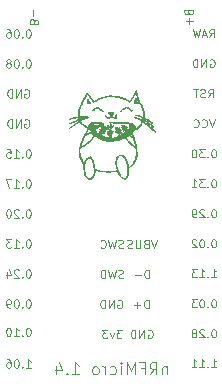
<source format=gbo>
G04 #@! TF.GenerationSoftware,KiCad,Pcbnew,(5.1.6)-1*
G04 #@! TF.CreationDate,2020-10-02T00:20:03+08:00*
G04 #@! TF.ProjectId,nrfmicro,6e72666d-6963-4726-9f2e-6b696361645f,rev?*
G04 #@! TF.SameCoordinates,Original*
G04 #@! TF.FileFunction,Legend,Bot*
G04 #@! TF.FilePolarity,Positive*
%FSLAX46Y46*%
G04 Gerber Fmt 4.6, Leading zero omitted, Abs format (unit mm)*
G04 Created by KiCad (PCBNEW (5.1.6)-1) date 2020-10-02 00:20:03*
%MOMM*%
%LPD*%
G01*
G04 APERTURE LIST*
%ADD10C,0.100000*%
%ADD11C,0.080000*%
G04 APERTURE END LIST*
D10*
X32457145Y-49569714D02*
X32457145Y-50236380D01*
X32457145Y-49664952D02*
X32409526Y-49617333D01*
X32314288Y-49569714D01*
X32171431Y-49569714D01*
X32076193Y-49617333D01*
X32028574Y-49712571D01*
X32028574Y-50236380D01*
X30980955Y-50236380D02*
X31314288Y-49760190D01*
X31552383Y-50236380D02*
X31552383Y-49236380D01*
X31171431Y-49236380D01*
X31076193Y-49284000D01*
X31028574Y-49331619D01*
X30980955Y-49426857D01*
X30980955Y-49569714D01*
X31028574Y-49664952D01*
X31076193Y-49712571D01*
X31171431Y-49760190D01*
X31552383Y-49760190D01*
X30219050Y-49712571D02*
X30552383Y-49712571D01*
X30552383Y-50236380D02*
X30552383Y-49236380D01*
X30076193Y-49236380D01*
X29695240Y-50236380D02*
X29695240Y-49236380D01*
X29361907Y-49950666D01*
X29028574Y-49236380D01*
X29028574Y-50236380D01*
X28552383Y-50236380D02*
X28552383Y-49569714D01*
X28552383Y-49236380D02*
X28600002Y-49284000D01*
X28552383Y-49331619D01*
X28504764Y-49284000D01*
X28552383Y-49236380D01*
X28552383Y-49331619D01*
X27647621Y-50188761D02*
X27742860Y-50236380D01*
X27933336Y-50236380D01*
X28028574Y-50188761D01*
X28076193Y-50141142D01*
X28123812Y-50045904D01*
X28123812Y-49760190D01*
X28076193Y-49664952D01*
X28028574Y-49617333D01*
X27933336Y-49569714D01*
X27742860Y-49569714D01*
X27647621Y-49617333D01*
X27219050Y-50236380D02*
X27219050Y-49569714D01*
X27219050Y-49760190D02*
X27171431Y-49664952D01*
X27123812Y-49617333D01*
X27028574Y-49569714D01*
X26933336Y-49569714D01*
X26457145Y-50236380D02*
X26552383Y-50188761D01*
X26600002Y-50141142D01*
X26647621Y-50045904D01*
X26647621Y-49760190D01*
X26600002Y-49664952D01*
X26552383Y-49617333D01*
X26457145Y-49569714D01*
X26314288Y-49569714D01*
X26219050Y-49617333D01*
X26171431Y-49664952D01*
X26123812Y-49760190D01*
X26123812Y-50045904D01*
X26171431Y-50141142D01*
X26219050Y-50188761D01*
X26314288Y-50236380D01*
X26457145Y-50236380D01*
X24409526Y-50236380D02*
X24980955Y-50236380D01*
X24695240Y-50236380D02*
X24695240Y-49236380D01*
X24790479Y-49379238D01*
X24885717Y-49474476D01*
X24980955Y-49522095D01*
X23980955Y-50141142D02*
X23933336Y-50188761D01*
X23980955Y-50236380D01*
X24028574Y-50188761D01*
X23980955Y-50141142D01*
X23980955Y-50236380D01*
X23076193Y-49569714D02*
X23076193Y-50236380D01*
X23314288Y-49188761D02*
X23552383Y-49903047D01*
X22933336Y-49903047D01*
D11*
G36*
X25677837Y-26899137D02*
G01*
X25665265Y-26929999D01*
X25656150Y-26988219D01*
X25649501Y-27079348D01*
X25645800Y-27165250D01*
X25642750Y-27249916D01*
X25748584Y-27253220D01*
X25818742Y-27253126D01*
X25875952Y-27249120D01*
X25893349Y-27246013D01*
X25918772Y-27236160D01*
X25916038Y-27219299D01*
X25891110Y-27189792D01*
X25868887Y-27163237D01*
X25847834Y-27131986D01*
X25822767Y-27086934D01*
X25788501Y-27018978D01*
X25756593Y-26953583D01*
X25727050Y-26910089D01*
X25696874Y-26890209D01*
X25694856Y-26890083D01*
X25677837Y-26899137D01*
G37*
X25677837Y-26899137D02*
X25665265Y-26929999D01*
X25656150Y-26988219D01*
X25649501Y-27079348D01*
X25645800Y-27165250D01*
X25642750Y-27249916D01*
X25748584Y-27253220D01*
X25818742Y-27253126D01*
X25875952Y-27249120D01*
X25893349Y-27246013D01*
X25918772Y-27236160D01*
X25916038Y-27219299D01*
X25891110Y-27189792D01*
X25868887Y-27163237D01*
X25847834Y-27131986D01*
X25822767Y-27086934D01*
X25788501Y-27018978D01*
X25756593Y-26953583D01*
X25727050Y-26910089D01*
X25696874Y-26890209D01*
X25694856Y-26890083D01*
X25677837Y-26899137D01*
G36*
X29760857Y-26861464D02*
G01*
X29740286Y-26884430D01*
X29711280Y-26935852D01*
X29679081Y-27004124D01*
X29648929Y-27077639D01*
X29626066Y-27144791D01*
X29617855Y-27178118D01*
X29615545Y-27212780D01*
X29631611Y-27233823D01*
X29675716Y-27250196D01*
X29703579Y-27257493D01*
X29785532Y-27275777D01*
X29835748Y-27279916D01*
X29862431Y-27269797D01*
X29871151Y-27255208D01*
X29870440Y-27219659D01*
X29857339Y-27163854D01*
X29851748Y-27146713D01*
X29832430Y-27071416D01*
X29823011Y-26995852D01*
X29822843Y-26987963D01*
X29814830Y-26914114D01*
X29793471Y-26869869D01*
X29761691Y-26861196D01*
X29760857Y-26861464D01*
G37*
X29760857Y-26861464D02*
X29740286Y-26884430D01*
X29711280Y-26935852D01*
X29679081Y-27004124D01*
X29648929Y-27077639D01*
X29626066Y-27144791D01*
X29617855Y-27178118D01*
X29615545Y-27212780D01*
X29631611Y-27233823D01*
X29675716Y-27250196D01*
X29703579Y-27257493D01*
X29785532Y-27275777D01*
X29835748Y-27279916D01*
X29862431Y-27269797D01*
X29871151Y-27255208D01*
X29870440Y-27219659D01*
X29857339Y-27163854D01*
X29851748Y-27146713D01*
X29832430Y-27071416D01*
X29823011Y-26995852D01*
X29822843Y-26987963D01*
X29814830Y-26914114D01*
X29793471Y-26869869D01*
X29761691Y-26861196D01*
X29760857Y-26861464D01*
G36*
X28940402Y-27606921D02*
G01*
X28934386Y-27607707D01*
X28860324Y-27628761D01*
X28774827Y-27670004D01*
X28686258Y-27725146D01*
X28602979Y-27787899D01*
X28533353Y-27851971D01*
X28485742Y-27911073D01*
X28468500Y-27958142D01*
X28478939Y-27979648D01*
X28508461Y-27966401D01*
X28554376Y-27919954D01*
X28571977Y-27898475D01*
X28653973Y-27812915D01*
X28752304Y-27737541D01*
X28854575Y-27680322D01*
X28948389Y-27649221D01*
X28963262Y-27647029D01*
X29070682Y-27656113D01*
X29180552Y-27706913D01*
X29291938Y-27798947D01*
X29323377Y-27832159D01*
X29379801Y-27885702D01*
X29424347Y-27910308D01*
X29438023Y-27910761D01*
X29448543Y-27899353D01*
X29435000Y-27872586D01*
X29394409Y-27826215D01*
X29340735Y-27772423D01*
X29237642Y-27683278D01*
X29142947Y-27628571D01*
X29047062Y-27604414D01*
X28940402Y-27606921D01*
G37*
X28940402Y-27606921D02*
X28934386Y-27607707D01*
X28860324Y-27628761D01*
X28774827Y-27670004D01*
X28686258Y-27725146D01*
X28602979Y-27787899D01*
X28533353Y-27851971D01*
X28485742Y-27911073D01*
X28468500Y-27958142D01*
X28478939Y-27979648D01*
X28508461Y-27966401D01*
X28554376Y-27919954D01*
X28571977Y-27898475D01*
X28653973Y-27812915D01*
X28752304Y-27737541D01*
X28854575Y-27680322D01*
X28948389Y-27649221D01*
X28963262Y-27647029D01*
X29070682Y-27656113D01*
X29180552Y-27706913D01*
X29291938Y-27798947D01*
X29323377Y-27832159D01*
X29379801Y-27885702D01*
X29424347Y-27910308D01*
X29438023Y-27910761D01*
X29448543Y-27899353D01*
X29435000Y-27872586D01*
X29394409Y-27826215D01*
X29340735Y-27772423D01*
X29237642Y-27683278D01*
X29142947Y-27628571D01*
X29047062Y-27604414D01*
X28940402Y-27606921D01*
G36*
X26423970Y-27650677D02*
G01*
X26333996Y-27682135D01*
X26278686Y-27716723D01*
X26219313Y-27763370D01*
X26166161Y-27812686D01*
X26129518Y-27855284D01*
X26119000Y-27878351D01*
X26131302Y-27895599D01*
X26166902Y-27879922D01*
X26223837Y-27832368D01*
X26246846Y-27809988D01*
X26304269Y-27758341D01*
X26359195Y-27718233D01*
X26385807Y-27704154D01*
X26495091Y-27684443D01*
X26609062Y-27704821D01*
X26724585Y-27763774D01*
X26838522Y-27859787D01*
X26929918Y-27966910D01*
X26963766Y-27988442D01*
X26984476Y-27982001D01*
X26993897Y-27965118D01*
X26980598Y-27935152D01*
X26941093Y-27885997D01*
X26910392Y-27852283D01*
X26793177Y-27748375D01*
X26669669Y-27679145D01*
X26544917Y-27646082D01*
X26423970Y-27650677D01*
G37*
X26423970Y-27650677D02*
X26333996Y-27682135D01*
X26278686Y-27716723D01*
X26219313Y-27763370D01*
X26166161Y-27812686D01*
X26129518Y-27855284D01*
X26119000Y-27878351D01*
X26131302Y-27895599D01*
X26166902Y-27879922D01*
X26223837Y-27832368D01*
X26246846Y-27809988D01*
X26304269Y-27758341D01*
X26359195Y-27718233D01*
X26385807Y-27704154D01*
X26495091Y-27684443D01*
X26609062Y-27704821D01*
X26724585Y-27763774D01*
X26838522Y-27859787D01*
X26929918Y-27966910D01*
X26963766Y-27988442D01*
X26984476Y-27982001D01*
X26993897Y-27965118D01*
X26980598Y-27935152D01*
X26941093Y-27885997D01*
X26910392Y-27852283D01*
X26793177Y-27748375D01*
X26669669Y-27679145D01*
X26544917Y-27646082D01*
X26423970Y-27650677D01*
G36*
X27487150Y-28029090D02*
G01*
X27447125Y-28038915D01*
X27441845Y-28043783D01*
X27447817Y-28068846D01*
X27474246Y-28114546D01*
X27513237Y-28170080D01*
X27556898Y-28224648D01*
X27597335Y-28267448D01*
X27616542Y-28282843D01*
X27640581Y-28318559D01*
X27635246Y-28366691D01*
X27607055Y-28417207D01*
X27562528Y-28460076D01*
X27508183Y-28485267D01*
X27483120Y-28488166D01*
X27386332Y-28468315D01*
X27301915Y-28414019D01*
X27244601Y-28337774D01*
X27216942Y-28288814D01*
X27199159Y-28276491D01*
X27190353Y-28288369D01*
X27178028Y-28335440D01*
X27185725Y-28354524D01*
X27198500Y-28350583D01*
X27218005Y-28352261D01*
X27219667Y-28359917D01*
X27223766Y-28404208D01*
X27243926Y-28437286D01*
X27253231Y-28447838D01*
X27309918Y-28486743D01*
X27390096Y-28514314D01*
X27475394Y-28525513D01*
X27523314Y-28521926D01*
X27600350Y-28489350D01*
X27651566Y-28444371D01*
X27687262Y-28404700D01*
X27710037Y-28394327D01*
X27733589Y-28409630D01*
X27744085Y-28419918D01*
X27834852Y-28490633D01*
X27928503Y-28528083D01*
X28018017Y-28531172D01*
X28096371Y-28498805D01*
X28120213Y-28478545D01*
X28160863Y-28426166D01*
X28168899Y-28374329D01*
X28145888Y-28308545D01*
X28139874Y-28296615D01*
X28108263Y-28247217D01*
X28086813Y-28238258D01*
X28077071Y-28268731D01*
X28080319Y-28335412D01*
X28084295Y-28404884D01*
X28074011Y-28446483D01*
X28058090Y-28465058D01*
X27995997Y-28491503D01*
X27923346Y-28484256D01*
X27850035Y-28446693D01*
X27785958Y-28382187D01*
X27776964Y-28369195D01*
X27753923Y-28329792D01*
X27755600Y-28309086D01*
X27777285Y-28294010D01*
X27807644Y-28266926D01*
X27844217Y-28221291D01*
X27849761Y-28213000D01*
X27791167Y-28213000D01*
X27775060Y-28233551D01*
X27770000Y-28234166D01*
X27749449Y-28218059D01*
X27748834Y-28213000D01*
X27764941Y-28192448D01*
X27770000Y-28191833D01*
X27790552Y-28207940D01*
X27791167Y-28213000D01*
X27849761Y-28213000D01*
X27879023Y-28169244D01*
X27904081Y-28122923D01*
X27911410Y-28094468D01*
X27910088Y-28092031D01*
X27872545Y-28072667D01*
X27807235Y-28055350D01*
X27725099Y-28041206D01*
X27637079Y-28031363D01*
X27554115Y-28026949D01*
X27487150Y-28029090D01*
G37*
X27487150Y-28029090D02*
X27447125Y-28038915D01*
X27441845Y-28043783D01*
X27447817Y-28068846D01*
X27474246Y-28114546D01*
X27513237Y-28170080D01*
X27556898Y-28224648D01*
X27597335Y-28267448D01*
X27616542Y-28282843D01*
X27640581Y-28318559D01*
X27635246Y-28366691D01*
X27607055Y-28417207D01*
X27562528Y-28460076D01*
X27508183Y-28485267D01*
X27483120Y-28488166D01*
X27386332Y-28468315D01*
X27301915Y-28414019D01*
X27244601Y-28337774D01*
X27216942Y-28288814D01*
X27199159Y-28276491D01*
X27190353Y-28288369D01*
X27178028Y-28335440D01*
X27185725Y-28354524D01*
X27198500Y-28350583D01*
X27218005Y-28352261D01*
X27219667Y-28359917D01*
X27223766Y-28404208D01*
X27243926Y-28437286D01*
X27253231Y-28447838D01*
X27309918Y-28486743D01*
X27390096Y-28514314D01*
X27475394Y-28525513D01*
X27523314Y-28521926D01*
X27600350Y-28489350D01*
X27651566Y-28444371D01*
X27687262Y-28404700D01*
X27710037Y-28394327D01*
X27733589Y-28409630D01*
X27744085Y-28419918D01*
X27834852Y-28490633D01*
X27928503Y-28528083D01*
X28018017Y-28531172D01*
X28096371Y-28498805D01*
X28120213Y-28478545D01*
X28160863Y-28426166D01*
X28168899Y-28374329D01*
X28145888Y-28308545D01*
X28139874Y-28296615D01*
X28108263Y-28247217D01*
X28086813Y-28238258D01*
X28077071Y-28268731D01*
X28080319Y-28335412D01*
X28084295Y-28404884D01*
X28074011Y-28446483D01*
X28058090Y-28465058D01*
X27995997Y-28491503D01*
X27923346Y-28484256D01*
X27850035Y-28446693D01*
X27785958Y-28382187D01*
X27776964Y-28369195D01*
X27753923Y-28329792D01*
X27755600Y-28309086D01*
X27777285Y-28294010D01*
X27807644Y-28266926D01*
X27844217Y-28221291D01*
X27849761Y-28213000D01*
X27791167Y-28213000D01*
X27775060Y-28233551D01*
X27770000Y-28234166D01*
X27749449Y-28218059D01*
X27748834Y-28213000D01*
X27764941Y-28192448D01*
X27770000Y-28191833D01*
X27790552Y-28207940D01*
X27791167Y-28213000D01*
X27849761Y-28213000D01*
X27879023Y-28169244D01*
X27904081Y-28122923D01*
X27911410Y-28094468D01*
X27910088Y-28092031D01*
X27872545Y-28072667D01*
X27807235Y-28055350D01*
X27725099Y-28041206D01*
X27637079Y-28031363D01*
X27554115Y-28026949D01*
X27487150Y-28029090D01*
G36*
X26330667Y-28985583D02*
G01*
X26341250Y-28996166D01*
X26351834Y-28985583D01*
X26341250Y-28975000D01*
X26330667Y-28985583D01*
G37*
X26330667Y-28985583D02*
X26341250Y-28996166D01*
X26351834Y-28985583D01*
X26341250Y-28975000D01*
X26330667Y-28985583D01*
G36*
X26500000Y-28985583D02*
G01*
X26510584Y-28996166D01*
X26521167Y-28985583D01*
X26510584Y-28975000D01*
X26500000Y-28985583D01*
G37*
X26500000Y-28985583D02*
X26510584Y-28996166D01*
X26521167Y-28985583D01*
X26510584Y-28975000D01*
X26500000Y-28985583D01*
G36*
X26591723Y-28982055D02*
G01*
X26594628Y-28994639D01*
X26605834Y-28996166D01*
X26623256Y-28988422D01*
X26619945Y-28982055D01*
X26594825Y-28979522D01*
X26591723Y-28982055D01*
G37*
X26591723Y-28982055D02*
X26594628Y-28994639D01*
X26605834Y-28996166D01*
X26623256Y-28988422D01*
X26619945Y-28982055D01*
X26594825Y-28979522D01*
X26591723Y-28982055D01*
G36*
X26690500Y-29006750D02*
G01*
X26701084Y-29017333D01*
X26711667Y-29006750D01*
X26701084Y-28996166D01*
X26690500Y-29006750D01*
G37*
X26690500Y-29006750D02*
X26701084Y-29017333D01*
X26711667Y-29006750D01*
X26701084Y-28996166D01*
X26690500Y-29006750D01*
G36*
X29216389Y-29024388D02*
G01*
X29219295Y-29036972D01*
X29230500Y-29038500D01*
X29247923Y-29030755D01*
X29244612Y-29024388D01*
X29219492Y-29021855D01*
X29216389Y-29024388D01*
G37*
X29216389Y-29024388D02*
X29219295Y-29036972D01*
X29230500Y-29038500D01*
X29247923Y-29030755D01*
X29244612Y-29024388D01*
X29219492Y-29021855D01*
X29216389Y-29024388D01*
G36*
X26097834Y-29049083D02*
G01*
X26108417Y-29059666D01*
X26119000Y-29049083D01*
X26108417Y-29038500D01*
X26097834Y-29049083D01*
G37*
X26097834Y-29049083D02*
X26108417Y-29059666D01*
X26119000Y-29049083D01*
X26108417Y-29038500D01*
X26097834Y-29049083D01*
G36*
X26140167Y-29049083D02*
G01*
X26150750Y-29059666D01*
X26161334Y-29049083D01*
X26150750Y-29038500D01*
X26140167Y-29049083D01*
G37*
X26140167Y-29049083D02*
X26150750Y-29059666D01*
X26161334Y-29049083D01*
X26150750Y-29038500D01*
X26140167Y-29049083D01*
G36*
X29230500Y-29070250D02*
G01*
X29241084Y-29080833D01*
X29251667Y-29070250D01*
X29241084Y-29059666D01*
X29230500Y-29070250D01*
G37*
X29230500Y-29070250D02*
X29241084Y-29080833D01*
X29251667Y-29070250D01*
X29241084Y-29059666D01*
X29230500Y-29070250D01*
G36*
X29315167Y-29070250D02*
G01*
X29325750Y-29080833D01*
X29336334Y-29070250D01*
X29325750Y-29059666D01*
X29315167Y-29070250D01*
G37*
X29315167Y-29070250D02*
X29325750Y-29080833D01*
X29336334Y-29070250D01*
X29325750Y-29059666D01*
X29315167Y-29070250D01*
G36*
X26119000Y-29091416D02*
G01*
X26129584Y-29102000D01*
X26140167Y-29091416D01*
X26129584Y-29080833D01*
X26119000Y-29091416D01*
G37*
X26119000Y-29091416D02*
X26129584Y-29102000D01*
X26140167Y-29091416D01*
X26129584Y-29080833D01*
X26119000Y-29091416D01*
G36*
X26714938Y-29089395D02*
G01*
X26692393Y-29109071D01*
X26690500Y-29113832D01*
X26700546Y-29122532D01*
X26721460Y-29103038D01*
X26724272Y-29098729D01*
X26726767Y-29084245D01*
X26714938Y-29089395D01*
G37*
X26714938Y-29089395D02*
X26692393Y-29109071D01*
X26690500Y-29113832D01*
X26700546Y-29122532D01*
X26721460Y-29103038D01*
X26724272Y-29098729D01*
X26726767Y-29084245D01*
X26714938Y-29089395D01*
G36*
X29360771Y-29089395D02*
G01*
X29338226Y-29109071D01*
X29336334Y-29113832D01*
X29346379Y-29122532D01*
X29367293Y-29103038D01*
X29370105Y-29098729D01*
X29372600Y-29084245D01*
X29360771Y-29089395D01*
G37*
X29360771Y-29089395D02*
X29338226Y-29109071D01*
X29336334Y-29113832D01*
X29346379Y-29122532D01*
X29367293Y-29103038D01*
X29370105Y-29098729D01*
X29372600Y-29084245D01*
X29360771Y-29089395D01*
G36*
X26690500Y-29176083D02*
G01*
X26701084Y-29186666D01*
X26711667Y-29176083D01*
X26701084Y-29165500D01*
X26690500Y-29176083D01*
G37*
X26690500Y-29176083D02*
X26701084Y-29186666D01*
X26711667Y-29176083D01*
X26701084Y-29165500D01*
X26690500Y-29176083D01*
G36*
X27833500Y-29176083D02*
G01*
X27844084Y-29186666D01*
X27854667Y-29176083D01*
X27844084Y-29165500D01*
X27833500Y-29176083D01*
G37*
X27833500Y-29176083D02*
X27844084Y-29186666D01*
X27854667Y-29176083D01*
X27844084Y-29165500D01*
X27833500Y-29176083D01*
G36*
X26140167Y-29197250D02*
G01*
X26150750Y-29207833D01*
X26161334Y-29197250D01*
X26150750Y-29186666D01*
X26140167Y-29197250D01*
G37*
X26140167Y-29197250D02*
X26150750Y-29207833D01*
X26161334Y-29197250D01*
X26150750Y-29186666D01*
X26140167Y-29197250D01*
G36*
X29274816Y-29095135D02*
G01*
X29275883Y-29130464D01*
X29275016Y-29144333D01*
X29269844Y-29165411D01*
X29255020Y-29149463D01*
X29251667Y-29144333D01*
X29234895Y-29127391D01*
X29231149Y-29133750D01*
X29241549Y-29169581D01*
X29248320Y-29181975D01*
X29265884Y-29191532D01*
X29286463Y-29162815D01*
X29289531Y-29156273D01*
X29301960Y-29108616D01*
X29292678Y-29090599D01*
X29275227Y-29089507D01*
X29274816Y-29095135D01*
G37*
X29274816Y-29095135D02*
X29275883Y-29130464D01*
X29275016Y-29144333D01*
X29269844Y-29165411D01*
X29255020Y-29149463D01*
X29251667Y-29144333D01*
X29234895Y-29127391D01*
X29231149Y-29133750D01*
X29241549Y-29169581D01*
X29248320Y-29181975D01*
X29265884Y-29191532D01*
X29286463Y-29162815D01*
X29289531Y-29156273D01*
X29301960Y-29108616D01*
X29292678Y-29090599D01*
X29275227Y-29089507D01*
X29274816Y-29095135D01*
G36*
X26923334Y-29239583D02*
G01*
X26933917Y-29250166D01*
X26944500Y-29239583D01*
X26933917Y-29229000D01*
X26923334Y-29239583D01*
G37*
X26923334Y-29239583D02*
X26933917Y-29250166D01*
X26944500Y-29239583D01*
X26933917Y-29229000D01*
X26923334Y-29239583D01*
G36*
X28962389Y-29214888D02*
G01*
X28959856Y-29240008D01*
X28962389Y-29243111D01*
X28974973Y-29240205D01*
X28976500Y-29229000D01*
X28968756Y-29211577D01*
X28962389Y-29214888D01*
G37*
X28962389Y-29214888D02*
X28959856Y-29240008D01*
X28962389Y-29243111D01*
X28974973Y-29240205D01*
X28976500Y-29229000D01*
X28968756Y-29211577D01*
X28962389Y-29214888D01*
G36*
X29230500Y-29239583D02*
G01*
X29241084Y-29250166D01*
X29251667Y-29239583D01*
X29241084Y-29229000D01*
X29230500Y-29239583D01*
G37*
X29230500Y-29239583D02*
X29241084Y-29250166D01*
X29251667Y-29239583D01*
X29241084Y-29229000D01*
X29230500Y-29239583D01*
G36*
X27797875Y-29225031D02*
G01*
X27795351Y-29258112D01*
X27799546Y-29265600D01*
X27809166Y-29259287D01*
X27810663Y-29237819D01*
X27805493Y-29215233D01*
X27797875Y-29225031D01*
G37*
X27797875Y-29225031D02*
X27795351Y-29258112D01*
X27799546Y-29265600D01*
X27809166Y-29259287D01*
X27810663Y-29237819D01*
X27805493Y-29215233D01*
X27797875Y-29225031D01*
G36*
X26902167Y-29281916D02*
G01*
X26912750Y-29292500D01*
X26923334Y-29281916D01*
X26912750Y-29271333D01*
X26902167Y-29281916D01*
G37*
X26902167Y-29281916D02*
X26912750Y-29292500D01*
X26923334Y-29281916D01*
X26912750Y-29271333D01*
X26902167Y-29281916D01*
G36*
X27480723Y-29257222D02*
G01*
X27478189Y-29282342D01*
X27480723Y-29285444D01*
X27493306Y-29282538D01*
X27494834Y-29271333D01*
X27487089Y-29253910D01*
X27480723Y-29257222D01*
G37*
X27480723Y-29257222D02*
X27478189Y-29282342D01*
X27480723Y-29285444D01*
X27493306Y-29282538D01*
X27494834Y-29271333D01*
X27487089Y-29253910D01*
X27480723Y-29257222D01*
G36*
X29018834Y-29281916D02*
G01*
X29029417Y-29292500D01*
X29040000Y-29281916D01*
X29029417Y-29271333D01*
X29018834Y-29281916D01*
G37*
X29018834Y-29281916D02*
X29029417Y-29292500D01*
X29040000Y-29281916D01*
X29029417Y-29271333D01*
X29018834Y-29281916D01*
G36*
X28532000Y-29303083D02*
G01*
X28542584Y-29313666D01*
X28553167Y-29303083D01*
X28542584Y-29292500D01*
X28532000Y-29303083D01*
G37*
X28532000Y-29303083D02*
X28542584Y-29313666D01*
X28553167Y-29303083D01*
X28542584Y-29292500D01*
X28532000Y-29303083D01*
G36*
X26845308Y-29306172D02*
G01*
X26849250Y-29313666D01*
X26869194Y-29333880D01*
X26872916Y-29334833D01*
X26874360Y-29321160D01*
X26870417Y-29313666D01*
X26850474Y-29293452D01*
X26846752Y-29292500D01*
X26845308Y-29306172D01*
G37*
X26845308Y-29306172D02*
X26849250Y-29313666D01*
X26869194Y-29333880D01*
X26872916Y-29334833D01*
X26874360Y-29321160D01*
X26870417Y-29313666D01*
X26850474Y-29293452D01*
X26846752Y-29292500D01*
X26845308Y-29306172D01*
G36*
X27519271Y-29301062D02*
G01*
X27496548Y-29322374D01*
X27501209Y-29334627D01*
X27504168Y-29334833D01*
X27522071Y-29319799D01*
X27528605Y-29310396D01*
X27531100Y-29295911D01*
X27519271Y-29301062D01*
G37*
X27519271Y-29301062D02*
X27496548Y-29322374D01*
X27501209Y-29334627D01*
X27504168Y-29334833D01*
X27522071Y-29319799D01*
X27528605Y-29310396D01*
X27531100Y-29295911D01*
X27519271Y-29301062D01*
G36*
X28024000Y-29324250D02*
G01*
X28034584Y-29334833D01*
X28045167Y-29324250D01*
X28034584Y-29313666D01*
X28024000Y-29324250D01*
G37*
X28024000Y-29324250D02*
X28034584Y-29334833D01*
X28045167Y-29324250D01*
X28034584Y-29313666D01*
X28024000Y-29324250D01*
G36*
X28341500Y-29324250D02*
G01*
X28352084Y-29334833D01*
X28362667Y-29324250D01*
X28352084Y-29313666D01*
X28341500Y-29324250D01*
G37*
X28341500Y-29324250D02*
X28352084Y-29334833D01*
X28362667Y-29324250D01*
X28352084Y-29313666D01*
X28341500Y-29324250D01*
G36*
X28997667Y-29324250D02*
G01*
X29008250Y-29334833D01*
X29018834Y-29324250D01*
X29008250Y-29313666D01*
X28997667Y-29324250D01*
G37*
X28997667Y-29324250D02*
X29008250Y-29334833D01*
X29018834Y-29324250D01*
X29008250Y-29313666D01*
X28997667Y-29324250D01*
G36*
X26478834Y-29345416D02*
G01*
X26489417Y-29356000D01*
X26500000Y-29345416D01*
X26489417Y-29334833D01*
X26478834Y-29345416D01*
G37*
X26478834Y-29345416D02*
X26489417Y-29356000D01*
X26500000Y-29345416D01*
X26489417Y-29334833D01*
X26478834Y-29345416D01*
G36*
X27198500Y-29345416D02*
G01*
X27209084Y-29356000D01*
X27219667Y-29345416D01*
X27209084Y-29334833D01*
X27198500Y-29345416D01*
G37*
X27198500Y-29345416D02*
X27209084Y-29356000D01*
X27219667Y-29345416D01*
X27209084Y-29334833D01*
X27198500Y-29345416D01*
G36*
X26930389Y-29363055D02*
G01*
X26933295Y-29375639D01*
X26944500Y-29377166D01*
X26961923Y-29369422D01*
X26958612Y-29363055D01*
X26933492Y-29360522D01*
X26930389Y-29363055D01*
G37*
X26930389Y-29363055D02*
X26933295Y-29375639D01*
X26944500Y-29377166D01*
X26961923Y-29369422D01*
X26958612Y-29363055D01*
X26933492Y-29360522D01*
X26930389Y-29363055D01*
G36*
X28595500Y-29366583D02*
G01*
X28606084Y-29377166D01*
X28616667Y-29366583D01*
X28606084Y-29356000D01*
X28595500Y-29366583D01*
G37*
X28595500Y-29366583D02*
X28606084Y-29377166D01*
X28616667Y-29366583D01*
X28606084Y-29356000D01*
X28595500Y-29366583D01*
G36*
X26838667Y-29387750D02*
G01*
X26849250Y-29398333D01*
X26859834Y-29387750D01*
X26849250Y-29377166D01*
X26838667Y-29387750D01*
G37*
X26838667Y-29387750D02*
X26849250Y-29398333D01*
X26859834Y-29387750D01*
X26849250Y-29377166D01*
X26838667Y-29387750D01*
G36*
X27156167Y-29387750D02*
G01*
X27166750Y-29398333D01*
X27177334Y-29387750D01*
X27166750Y-29377166D01*
X27156167Y-29387750D01*
G37*
X27156167Y-29387750D02*
X27166750Y-29398333D01*
X27177334Y-29387750D01*
X27166750Y-29377166D01*
X27156167Y-29387750D01*
G36*
X27240834Y-29387750D02*
G01*
X27251417Y-29398333D01*
X27262000Y-29387750D01*
X27251417Y-29377166D01*
X27240834Y-29387750D01*
G37*
X27240834Y-29387750D02*
X27251417Y-29398333D01*
X27262000Y-29387750D01*
X27251417Y-29377166D01*
X27240834Y-29387750D01*
G36*
X27650056Y-29384222D02*
G01*
X27652962Y-29396805D01*
X27664167Y-29398333D01*
X27681590Y-29390588D01*
X27678278Y-29384222D01*
X27653158Y-29381688D01*
X27650056Y-29384222D01*
G37*
X27650056Y-29384222D02*
X27652962Y-29396805D01*
X27664167Y-29398333D01*
X27681590Y-29390588D01*
X27678278Y-29384222D01*
X27653158Y-29381688D01*
X27650056Y-29384222D01*
G36*
X28341500Y-29387750D02*
G01*
X28352084Y-29398333D01*
X28362667Y-29387750D01*
X28352084Y-29377166D01*
X28341500Y-29387750D01*
G37*
X28341500Y-29387750D02*
X28352084Y-29398333D01*
X28362667Y-29387750D01*
X28352084Y-29377166D01*
X28341500Y-29387750D01*
G36*
X26333938Y-29385728D02*
G01*
X26311214Y-29407041D01*
X26315876Y-29419293D01*
X26318835Y-29419500D01*
X26336738Y-29404465D01*
X26343272Y-29395062D01*
X26345767Y-29380578D01*
X26333938Y-29385728D01*
G37*
X26333938Y-29385728D02*
X26311214Y-29407041D01*
X26315876Y-29419293D01*
X26318835Y-29419500D01*
X26336738Y-29404465D01*
X26343272Y-29395062D01*
X26345767Y-29380578D01*
X26333938Y-29385728D01*
G36*
X27205141Y-29412005D02*
G01*
X27209084Y-29419500D01*
X27229027Y-29439714D01*
X27232749Y-29440666D01*
X27234193Y-29426994D01*
X27230250Y-29419500D01*
X27210307Y-29399285D01*
X27206585Y-29398333D01*
X27205141Y-29412005D01*
G37*
X27205141Y-29412005D02*
X27209084Y-29419500D01*
X27229027Y-29439714D01*
X27232749Y-29440666D01*
X27234193Y-29426994D01*
X27230250Y-29419500D01*
X27210307Y-29399285D01*
X27206585Y-29398333D01*
X27205141Y-29412005D01*
G36*
X27283167Y-29430083D02*
G01*
X27293750Y-29440666D01*
X27304334Y-29430083D01*
X27293750Y-29419500D01*
X27283167Y-29430083D01*
G37*
X27283167Y-29430083D02*
X27293750Y-29440666D01*
X27304334Y-29430083D01*
X27293750Y-29419500D01*
X27283167Y-29430083D01*
G36*
X27411029Y-29413698D02*
G01*
X27410167Y-29419500D01*
X27417389Y-29440116D01*
X27419501Y-29440666D01*
X27437573Y-29425834D01*
X27441917Y-29419500D01*
X27440239Y-29399995D01*
X27432583Y-29398333D01*
X27411029Y-29413698D01*
G37*
X27411029Y-29413698D02*
X27410167Y-29419500D01*
X27417389Y-29440116D01*
X27419501Y-29440666D01*
X27437573Y-29425834D01*
X27441917Y-29419500D01*
X27440239Y-29399995D01*
X27432583Y-29398333D01*
X27411029Y-29413698D01*
G36*
X28073041Y-29394364D02*
G01*
X28070518Y-29427445D01*
X28074712Y-29434934D01*
X28084333Y-29428621D01*
X28085829Y-29407152D01*
X28080660Y-29384567D01*
X28073041Y-29394364D01*
G37*
X28073041Y-29394364D02*
X28070518Y-29427445D01*
X28074712Y-29434934D01*
X28084333Y-29428621D01*
X28085829Y-29407152D01*
X28080660Y-29384567D01*
X28073041Y-29394364D01*
G36*
X28616667Y-29430083D02*
G01*
X28627250Y-29440666D01*
X28637834Y-29430083D01*
X28627250Y-29419500D01*
X28616667Y-29430083D01*
G37*
X28616667Y-29430083D02*
X28627250Y-29440666D01*
X28637834Y-29430083D01*
X28627250Y-29419500D01*
X28616667Y-29430083D01*
G36*
X26274223Y-29426555D02*
G01*
X26271689Y-29451675D01*
X26274223Y-29454777D01*
X26286806Y-29451872D01*
X26288334Y-29440666D01*
X26280589Y-29423244D01*
X26274223Y-29426555D01*
G37*
X26274223Y-29426555D02*
X26271689Y-29451675D01*
X26274223Y-29454777D01*
X26286806Y-29451872D01*
X26288334Y-29440666D01*
X26280589Y-29423244D01*
X26274223Y-29426555D01*
G36*
X26669334Y-29451250D02*
G01*
X26679917Y-29461833D01*
X26690500Y-29451250D01*
X26679917Y-29440666D01*
X26669334Y-29451250D01*
G37*
X26669334Y-29451250D02*
X26679917Y-29461833D01*
X26690500Y-29451250D01*
X26679917Y-29440666D01*
X26669334Y-29451250D01*
G36*
X27516000Y-29451250D02*
G01*
X27526584Y-29461833D01*
X27537167Y-29451250D01*
X27526584Y-29440666D01*
X27516000Y-29451250D01*
G37*
X27516000Y-29451250D02*
X27526584Y-29461833D01*
X27537167Y-29451250D01*
X27526584Y-29440666D01*
X27516000Y-29451250D01*
G36*
X27621834Y-29451250D02*
G01*
X27632417Y-29461833D01*
X27643000Y-29451250D01*
X27632417Y-29440666D01*
X27621834Y-29451250D01*
G37*
X27621834Y-29451250D02*
X27632417Y-29461833D01*
X27643000Y-29451250D01*
X27632417Y-29440666D01*
X27621834Y-29451250D01*
G36*
X28447334Y-29451250D02*
G01*
X28457917Y-29461833D01*
X28468500Y-29451250D01*
X28457917Y-29440666D01*
X28447334Y-29451250D01*
G37*
X28447334Y-29451250D02*
X28457917Y-29461833D01*
X28468500Y-29451250D01*
X28457917Y-29440666D01*
X28447334Y-29451250D01*
G36*
X26803389Y-29447722D02*
G01*
X26800856Y-29472842D01*
X26803389Y-29475944D01*
X26815973Y-29473038D01*
X26817500Y-29461833D01*
X26809756Y-29444410D01*
X26803389Y-29447722D01*
G37*
X26803389Y-29447722D02*
X26800856Y-29472842D01*
X26803389Y-29475944D01*
X26815973Y-29473038D01*
X26817500Y-29461833D01*
X26809756Y-29444410D01*
X26803389Y-29447722D01*
G36*
X27558334Y-29472416D02*
G01*
X27568917Y-29483000D01*
X27579500Y-29472416D01*
X27568917Y-29461833D01*
X27558334Y-29472416D01*
G37*
X27558334Y-29472416D02*
X27568917Y-29483000D01*
X27579500Y-29472416D01*
X27568917Y-29461833D01*
X27558334Y-29472416D01*
G36*
X26309500Y-29493583D02*
G01*
X26320084Y-29504166D01*
X26330667Y-29493583D01*
X26320084Y-29483000D01*
X26309500Y-29493583D01*
G37*
X26309500Y-29493583D02*
X26320084Y-29504166D01*
X26330667Y-29493583D01*
X26320084Y-29483000D01*
X26309500Y-29493583D01*
G36*
X26754000Y-29514750D02*
G01*
X26764584Y-29525333D01*
X26775167Y-29514750D01*
X26764584Y-29504166D01*
X26754000Y-29514750D01*
G37*
X26754000Y-29514750D02*
X26764584Y-29525333D01*
X26775167Y-29514750D01*
X26764584Y-29504166D01*
X26754000Y-29514750D01*
G36*
X27050334Y-29514750D02*
G01*
X27060917Y-29525333D01*
X27071500Y-29514750D01*
X27060917Y-29504166D01*
X27050334Y-29514750D01*
G37*
X27050334Y-29514750D02*
X27060917Y-29525333D01*
X27071500Y-29514750D01*
X27060917Y-29504166D01*
X27050334Y-29514750D01*
G36*
X28640726Y-29093913D02*
G01*
X28620535Y-29105886D01*
X28599772Y-29124573D01*
X28591737Y-29149378D01*
X28595653Y-29192041D01*
X28610209Y-29261925D01*
X28649869Y-29383356D01*
X28706523Y-29466792D01*
X28781378Y-29513515D01*
X28857690Y-29525333D01*
X28926712Y-29519476D01*
X28968719Y-29498599D01*
X28984052Y-29480904D01*
X29002067Y-29419910D01*
X28981508Y-29345831D01*
X28923191Y-29261104D01*
X28903115Y-29238869D01*
X28865129Y-29194294D01*
X28845777Y-29162847D01*
X28845594Y-29155295D01*
X28838919Y-29145775D01*
X28824530Y-29144333D01*
X28784492Y-29135295D01*
X28730407Y-29113321D01*
X28726044Y-29111178D01*
X28675486Y-29090870D01*
X28640726Y-29093913D01*
G37*
X28640726Y-29093913D02*
X28620535Y-29105886D01*
X28599772Y-29124573D01*
X28591737Y-29149378D01*
X28595653Y-29192041D01*
X28610209Y-29261925D01*
X28649869Y-29383356D01*
X28706523Y-29466792D01*
X28781378Y-29513515D01*
X28857690Y-29525333D01*
X28926712Y-29519476D01*
X28968719Y-29498599D01*
X28984052Y-29480904D01*
X29002067Y-29419910D01*
X28981508Y-29345831D01*
X28923191Y-29261104D01*
X28903115Y-29238869D01*
X28865129Y-29194294D01*
X28845777Y-29162847D01*
X28845594Y-29155295D01*
X28838919Y-29145775D01*
X28824530Y-29144333D01*
X28784492Y-29135295D01*
X28730407Y-29113321D01*
X28726044Y-29111178D01*
X28675486Y-29090870D01*
X28640726Y-29093913D01*
G36*
X27135000Y-29535916D02*
G01*
X27145584Y-29546500D01*
X27156167Y-29535916D01*
X27145584Y-29525333D01*
X27135000Y-29535916D01*
G37*
X27135000Y-29535916D02*
X27145584Y-29546500D01*
X27156167Y-29535916D01*
X27145584Y-29525333D01*
X27135000Y-29535916D01*
G36*
X28447334Y-29535916D02*
G01*
X28457917Y-29546500D01*
X28468500Y-29535916D01*
X28457917Y-29525333D01*
X28447334Y-29535916D01*
G37*
X28447334Y-29535916D02*
X28457917Y-29546500D01*
X28468500Y-29535916D01*
X28457917Y-29525333D01*
X28447334Y-29535916D01*
G36*
X28729556Y-29553555D02*
G01*
X28732462Y-29566139D01*
X28743667Y-29567666D01*
X28761090Y-29559922D01*
X28757778Y-29553555D01*
X28732658Y-29551022D01*
X28729556Y-29553555D01*
G37*
X28729556Y-29553555D02*
X28732462Y-29566139D01*
X28743667Y-29567666D01*
X28761090Y-29559922D01*
X28757778Y-29553555D01*
X28732658Y-29551022D01*
X28729556Y-29553555D01*
G36*
X27099723Y-29553555D02*
G01*
X27097189Y-29578675D01*
X27099723Y-29581777D01*
X27112306Y-29578872D01*
X27113834Y-29567666D01*
X27106089Y-29550244D01*
X27099723Y-29553555D01*
G37*
X27099723Y-29553555D02*
X27097189Y-29578675D01*
X27099723Y-29581777D01*
X27112306Y-29578872D01*
X27113834Y-29567666D01*
X27106089Y-29550244D01*
X27099723Y-29553555D01*
G36*
X28489667Y-29578250D02*
G01*
X28500250Y-29588833D01*
X28510834Y-29578250D01*
X28500250Y-29567666D01*
X28489667Y-29578250D01*
G37*
X28489667Y-29578250D02*
X28500250Y-29588833D01*
X28510834Y-29578250D01*
X28500250Y-29567666D01*
X28489667Y-29578250D01*
G36*
X27156167Y-29599416D02*
G01*
X27166750Y-29610000D01*
X27177334Y-29599416D01*
X27166750Y-29588833D01*
X27156167Y-29599416D01*
G37*
X27156167Y-29599416D02*
X27166750Y-29610000D01*
X27177334Y-29599416D01*
X27166750Y-29588833D01*
X27156167Y-29599416D01*
G36*
X28920056Y-29595888D02*
G01*
X28922962Y-29608472D01*
X28934167Y-29610000D01*
X28951590Y-29602255D01*
X28948278Y-29595888D01*
X28923158Y-29593355D01*
X28920056Y-29595888D01*
G37*
X28920056Y-29595888D02*
X28922962Y-29608472D01*
X28934167Y-29610000D01*
X28951590Y-29602255D01*
X28948278Y-29595888D01*
X28923158Y-29593355D01*
X28920056Y-29595888D01*
G36*
X26690500Y-29620583D02*
G01*
X26701084Y-29631166D01*
X26711667Y-29620583D01*
X26701084Y-29610000D01*
X26690500Y-29620583D01*
G37*
X26690500Y-29620583D02*
X26701084Y-29631166D01*
X26711667Y-29620583D01*
X26701084Y-29610000D01*
X26690500Y-29620583D01*
G36*
X27367834Y-29620583D02*
G01*
X27378417Y-29631166D01*
X27389000Y-29620583D01*
X27378417Y-29610000D01*
X27367834Y-29620583D01*
G37*
X27367834Y-29620583D02*
X27378417Y-29631166D01*
X27389000Y-29620583D01*
X27378417Y-29610000D01*
X27367834Y-29620583D01*
G36*
X27833500Y-29620583D02*
G01*
X27844084Y-29631166D01*
X27854667Y-29620583D01*
X27844084Y-29610000D01*
X27833500Y-29620583D01*
G37*
X27833500Y-29620583D02*
X27844084Y-29631166D01*
X27854667Y-29620583D01*
X27844084Y-29610000D01*
X27833500Y-29620583D01*
G36*
X28701334Y-29620583D02*
G01*
X28711917Y-29631166D01*
X28722500Y-29620583D01*
X28711917Y-29610000D01*
X28701334Y-29620583D01*
G37*
X28701334Y-29620583D02*
X28711917Y-29631166D01*
X28722500Y-29620583D01*
X28711917Y-29610000D01*
X28701334Y-29620583D01*
G36*
X27057389Y-29617055D02*
G01*
X27054856Y-29642175D01*
X27057389Y-29645277D01*
X27069973Y-29642372D01*
X27071500Y-29631166D01*
X27063756Y-29613744D01*
X27057389Y-29617055D01*
G37*
X27057389Y-29617055D02*
X27054856Y-29642175D01*
X27057389Y-29645277D01*
X27069973Y-29642372D01*
X27071500Y-29631166D01*
X27063756Y-29613744D01*
X27057389Y-29617055D01*
G36*
X27777056Y-29617055D02*
G01*
X27774523Y-29642175D01*
X27777056Y-29645277D01*
X27789640Y-29642372D01*
X27791167Y-29631166D01*
X27783423Y-29613744D01*
X27777056Y-29617055D01*
G37*
X27777056Y-29617055D02*
X27774523Y-29642175D01*
X27777056Y-29645277D01*
X27789640Y-29642372D01*
X27791167Y-29631166D01*
X27783423Y-29613744D01*
X27777056Y-29617055D01*
G36*
X27346667Y-29684083D02*
G01*
X27357250Y-29694666D01*
X27367834Y-29684083D01*
X27357250Y-29673500D01*
X27346667Y-29684083D01*
G37*
X27346667Y-29684083D02*
X27357250Y-29694666D01*
X27367834Y-29684083D01*
X27357250Y-29673500D01*
X27346667Y-29684083D01*
G36*
X28045167Y-29684083D02*
G01*
X28055750Y-29694666D01*
X28066334Y-29684083D01*
X28055750Y-29673500D01*
X28045167Y-29684083D01*
G37*
X28045167Y-29684083D02*
X28055750Y-29694666D01*
X28066334Y-29684083D01*
X28055750Y-29673500D01*
X28045167Y-29684083D01*
G36*
X26449359Y-29651060D02*
G01*
X26445572Y-29673802D01*
X26448154Y-29710356D01*
X26458885Y-29708310D01*
X26469390Y-29692822D01*
X26470439Y-29659102D01*
X26464592Y-29650791D01*
X26449359Y-29651060D01*
G37*
X26449359Y-29651060D02*
X26445572Y-29673802D01*
X26448154Y-29710356D01*
X26458885Y-29708310D01*
X26469390Y-29692822D01*
X26470439Y-29659102D01*
X26464592Y-29650791D01*
X26449359Y-29651060D01*
G36*
X28807167Y-29705250D02*
G01*
X28817750Y-29715833D01*
X28828334Y-29705250D01*
X28817750Y-29694666D01*
X28807167Y-29705250D01*
G37*
X28807167Y-29705250D02*
X28817750Y-29715833D01*
X28828334Y-29705250D01*
X28817750Y-29694666D01*
X28807167Y-29705250D01*
G36*
X28115723Y-29701722D02*
G01*
X28113189Y-29726842D01*
X28115723Y-29729944D01*
X28128306Y-29727038D01*
X28129834Y-29715833D01*
X28122089Y-29698410D01*
X28115723Y-29701722D01*
G37*
X28115723Y-29701722D02*
X28113189Y-29726842D01*
X28115723Y-29729944D01*
X28128306Y-29727038D01*
X28129834Y-29715833D01*
X28122089Y-29698410D01*
X28115723Y-29701722D01*
G36*
X27389000Y-29726416D02*
G01*
X27368808Y-29745437D01*
X27367834Y-29748832D01*
X27384210Y-29757923D01*
X27389000Y-29758166D01*
X27409354Y-29741894D01*
X27410167Y-29735750D01*
X27397200Y-29723109D01*
X27389000Y-29726416D01*
G37*
X27389000Y-29726416D02*
X27368808Y-29745437D01*
X27367834Y-29748832D01*
X27384210Y-29757923D01*
X27389000Y-29758166D01*
X27409354Y-29741894D01*
X27410167Y-29735750D01*
X27397200Y-29723109D01*
X27389000Y-29726416D01*
G36*
X27099723Y-29744055D02*
G01*
X27097189Y-29769175D01*
X27099723Y-29772277D01*
X27112306Y-29769372D01*
X27113834Y-29758166D01*
X27106089Y-29740744D01*
X27099723Y-29744055D01*
G37*
X27099723Y-29744055D02*
X27097189Y-29769175D01*
X27099723Y-29772277D01*
X27112306Y-29769372D01*
X27113834Y-29758166D01*
X27106089Y-29740744D01*
X27099723Y-29744055D01*
G36*
X27791167Y-29768750D02*
G01*
X27801750Y-29779333D01*
X27812334Y-29768750D01*
X27801750Y-29758166D01*
X27791167Y-29768750D01*
G37*
X27791167Y-29768750D02*
X27801750Y-29779333D01*
X27812334Y-29768750D01*
X27801750Y-29758166D01*
X27791167Y-29768750D01*
G36*
X26563500Y-29789916D02*
G01*
X26574084Y-29800500D01*
X26584667Y-29789916D01*
X26574084Y-29779333D01*
X26563500Y-29789916D01*
G37*
X26563500Y-29789916D02*
X26574084Y-29800500D01*
X26584667Y-29789916D01*
X26574084Y-29779333D01*
X26563500Y-29789916D01*
G36*
X26648167Y-29811083D02*
G01*
X26658750Y-29821666D01*
X26669334Y-29811083D01*
X26658750Y-29800500D01*
X26648167Y-29811083D01*
G37*
X26648167Y-29811083D02*
X26658750Y-29821666D01*
X26669334Y-29811083D01*
X26658750Y-29800500D01*
X26648167Y-29811083D01*
G36*
X26918525Y-29415917D02*
G01*
X26902361Y-29429850D01*
X26871114Y-29449914D01*
X26854165Y-29447746D01*
X26841720Y-29447359D01*
X26845227Y-29455323D01*
X26839658Y-29481717D01*
X26809864Y-29522047D01*
X26795845Y-29536385D01*
X26750662Y-29595160D01*
X26721540Y-29661151D01*
X26719467Y-29670311D01*
X26715018Y-29726785D01*
X26732940Y-29764244D01*
X26753298Y-29783020D01*
X26815180Y-29812821D01*
X26888884Y-29821015D01*
X26956936Y-29807606D01*
X26994137Y-29782958D01*
X27016593Y-29739718D01*
X27027494Y-29668162D01*
X27029167Y-29608133D01*
X27031353Y-29530401D01*
X27039929Y-29483432D01*
X27057924Y-29455792D01*
X27072361Y-29445041D01*
X27115595Y-29429427D01*
X27141153Y-29432471D01*
X27156159Y-29438083D01*
X27141189Y-29419268D01*
X27114599Y-29402679D01*
X27082719Y-29418865D01*
X27079539Y-29421455D01*
X27049266Y-29439450D01*
X27034663Y-29425140D01*
X27034544Y-29424791D01*
X27008338Y-29403033D01*
X26963422Y-29400314D01*
X26918525Y-29415917D01*
G37*
X26918525Y-29415917D02*
X26902361Y-29429850D01*
X26871114Y-29449914D01*
X26854165Y-29447746D01*
X26841720Y-29447359D01*
X26845227Y-29455323D01*
X26839658Y-29481717D01*
X26809864Y-29522047D01*
X26795845Y-29536385D01*
X26750662Y-29595160D01*
X26721540Y-29661151D01*
X26719467Y-29670311D01*
X26715018Y-29726785D01*
X26732940Y-29764244D01*
X26753298Y-29783020D01*
X26815180Y-29812821D01*
X26888884Y-29821015D01*
X26956936Y-29807606D01*
X26994137Y-29782958D01*
X27016593Y-29739718D01*
X27027494Y-29668162D01*
X27029167Y-29608133D01*
X27031353Y-29530401D01*
X27039929Y-29483432D01*
X27057924Y-29455792D01*
X27072361Y-29445041D01*
X27115595Y-29429427D01*
X27141153Y-29432471D01*
X27156159Y-29438083D01*
X27141189Y-29419268D01*
X27114599Y-29402679D01*
X27082719Y-29418865D01*
X27079539Y-29421455D01*
X27049266Y-29439450D01*
X27034663Y-29425140D01*
X27034544Y-29424791D01*
X27008338Y-29403033D01*
X26963422Y-29400314D01*
X26918525Y-29415917D01*
G36*
X28532000Y-29811083D02*
G01*
X28542584Y-29821666D01*
X28553167Y-29811083D01*
X28542584Y-29800500D01*
X28532000Y-29811083D01*
G37*
X28532000Y-29811083D02*
X28542584Y-29821666D01*
X28553167Y-29811083D01*
X28542584Y-29800500D01*
X28532000Y-29811083D01*
G36*
X28616667Y-29811083D02*
G01*
X28627250Y-29821666D01*
X28637834Y-29811083D01*
X28627250Y-29800500D01*
X28616667Y-29811083D01*
G37*
X28616667Y-29811083D02*
X28627250Y-29821666D01*
X28637834Y-29811083D01*
X28627250Y-29800500D01*
X28616667Y-29811083D01*
G36*
X26584667Y-29832250D02*
G01*
X26595250Y-29842833D01*
X26605834Y-29832250D01*
X26595250Y-29821666D01*
X26584667Y-29832250D01*
G37*
X26584667Y-29832250D02*
X26595250Y-29842833D01*
X26605834Y-29832250D01*
X26595250Y-29821666D01*
X26584667Y-29832250D01*
G36*
X27396056Y-29807555D02*
G01*
X27393523Y-29832675D01*
X27396056Y-29835777D01*
X27408640Y-29832872D01*
X27410167Y-29821666D01*
X27402423Y-29804244D01*
X27396056Y-29807555D01*
G37*
X27396056Y-29807555D02*
X27393523Y-29832675D01*
X27396056Y-29835777D01*
X27408640Y-29832872D01*
X27410167Y-29821666D01*
X27402423Y-29804244D01*
X27396056Y-29807555D01*
G36*
X27346667Y-29853416D02*
G01*
X27357250Y-29864000D01*
X27367834Y-29853416D01*
X27357250Y-29842833D01*
X27346667Y-29853416D01*
G37*
X27346667Y-29853416D02*
X27357250Y-29864000D01*
X27367834Y-29853416D01*
X27357250Y-29842833D01*
X27346667Y-29853416D01*
G36*
X28142829Y-29326253D02*
G01*
X28124037Y-29355594D01*
X28117786Y-29422414D01*
X28124094Y-29523752D01*
X28140734Y-29643283D01*
X28169927Y-29719237D01*
X28224252Y-29783864D01*
X28293141Y-29829605D01*
X28366026Y-29848901D01*
X28417508Y-29841259D01*
X28453466Y-29819793D01*
X28487765Y-29788493D01*
X28511161Y-29758012D01*
X28514409Y-29739004D01*
X28507981Y-29737000D01*
X28493584Y-29718395D01*
X28496172Y-29668208D01*
X28501069Y-29630160D01*
X28498086Y-29624125D01*
X28496473Y-29627618D01*
X28480982Y-29632738D01*
X28458056Y-29610217D01*
X28434934Y-29572122D01*
X28418858Y-29530521D01*
X28417068Y-29497480D01*
X28417555Y-29496080D01*
X28415538Y-29461781D01*
X28406686Y-29452291D01*
X28392837Y-29454909D01*
X28396431Y-29476608D01*
X28397092Y-29493489D01*
X28376570Y-29475515D01*
X28364936Y-29461833D01*
X28300548Y-29386109D01*
X28253655Y-29339565D01*
X28216454Y-29317438D01*
X28181140Y-29314965D01*
X28142829Y-29326253D01*
G37*
X28142829Y-29326253D02*
X28124037Y-29355594D01*
X28117786Y-29422414D01*
X28124094Y-29523752D01*
X28140734Y-29643283D01*
X28169927Y-29719237D01*
X28224252Y-29783864D01*
X28293141Y-29829605D01*
X28366026Y-29848901D01*
X28417508Y-29841259D01*
X28453466Y-29819793D01*
X28487765Y-29788493D01*
X28511161Y-29758012D01*
X28514409Y-29739004D01*
X28507981Y-29737000D01*
X28493584Y-29718395D01*
X28496172Y-29668208D01*
X28501069Y-29630160D01*
X28498086Y-29624125D01*
X28496473Y-29627618D01*
X28480982Y-29632738D01*
X28458056Y-29610217D01*
X28434934Y-29572122D01*
X28418858Y-29530521D01*
X28417068Y-29497480D01*
X28417555Y-29496080D01*
X28415538Y-29461781D01*
X28406686Y-29452291D01*
X28392837Y-29454909D01*
X28396431Y-29476608D01*
X28397092Y-29493489D01*
X28376570Y-29475515D01*
X28364936Y-29461833D01*
X28300548Y-29386109D01*
X28253655Y-29339565D01*
X28216454Y-29317438D01*
X28181140Y-29314965D01*
X28142829Y-29326253D01*
G36*
X28687223Y-29828722D02*
G01*
X28684689Y-29853842D01*
X28687223Y-29856944D01*
X28699806Y-29854038D01*
X28701334Y-29842833D01*
X28693589Y-29825410D01*
X28687223Y-29828722D01*
G37*
X28687223Y-29828722D02*
X28684689Y-29853842D01*
X28687223Y-29856944D01*
X28699806Y-29854038D01*
X28701334Y-29842833D01*
X28693589Y-29825410D01*
X28687223Y-29828722D01*
G36*
X26780900Y-29893545D02*
G01*
X26787213Y-29903165D01*
X26808681Y-29904662D01*
X26831267Y-29899492D01*
X26821469Y-29891874D01*
X26788388Y-29889350D01*
X26780900Y-29893545D01*
G37*
X26780900Y-29893545D02*
X26787213Y-29903165D01*
X26808681Y-29904662D01*
X26831267Y-29899492D01*
X26821469Y-29891874D01*
X26788388Y-29889350D01*
X26780900Y-29893545D01*
G36*
X28341500Y-29895750D02*
G01*
X28352084Y-29906333D01*
X28362667Y-29895750D01*
X28352084Y-29885166D01*
X28341500Y-29895750D01*
G37*
X28341500Y-29895750D02*
X28352084Y-29906333D01*
X28362667Y-29895750D01*
X28352084Y-29885166D01*
X28341500Y-29895750D01*
G36*
X26634444Y-29856698D02*
G01*
X26635032Y-29872031D01*
X26646893Y-29909350D01*
X26653022Y-29918243D01*
X26661891Y-29913634D01*
X26661303Y-29898302D01*
X26649441Y-29860983D01*
X26643313Y-29852089D01*
X26634444Y-29856698D01*
G37*
X26634444Y-29856698D02*
X26635032Y-29872031D01*
X26646893Y-29909350D01*
X26653022Y-29918243D01*
X26661891Y-29913634D01*
X26661303Y-29898302D01*
X26649441Y-29860983D01*
X26643313Y-29852089D01*
X26634444Y-29856698D01*
G36*
X26838667Y-29959250D02*
G01*
X26849250Y-29969833D01*
X26859834Y-29959250D01*
X26849250Y-29948666D01*
X26838667Y-29959250D01*
G37*
X26838667Y-29959250D02*
X26849250Y-29969833D01*
X26859834Y-29959250D01*
X26849250Y-29948666D01*
X26838667Y-29959250D01*
G36*
X28341500Y-29959250D02*
G01*
X28352084Y-29969833D01*
X28362667Y-29959250D01*
X28352084Y-29948666D01*
X28341500Y-29959250D01*
G37*
X28341500Y-29959250D02*
X28352084Y-29969833D01*
X28362667Y-29959250D01*
X28352084Y-29948666D01*
X28341500Y-29959250D01*
G36*
X28447334Y-29959250D02*
G01*
X28457917Y-29969833D01*
X28468500Y-29959250D01*
X28457917Y-29948666D01*
X28447334Y-29959250D01*
G37*
X28447334Y-29959250D02*
X28457917Y-29969833D01*
X28468500Y-29959250D01*
X28457917Y-29948666D01*
X28447334Y-29959250D01*
G36*
X26782223Y-29976888D02*
G01*
X26785128Y-29989472D01*
X26796334Y-29991000D01*
X26813756Y-29983255D01*
X26810445Y-29976888D01*
X26785325Y-29974355D01*
X26782223Y-29976888D01*
G37*
X26782223Y-29976888D02*
X26785128Y-29989472D01*
X26796334Y-29991000D01*
X26813756Y-29983255D01*
X26810445Y-29976888D01*
X26785325Y-29974355D01*
X26782223Y-29976888D01*
G36*
X26930389Y-29976888D02*
G01*
X26933295Y-29989472D01*
X26944500Y-29991000D01*
X26961923Y-29983255D01*
X26958612Y-29976888D01*
X26933492Y-29974355D01*
X26930389Y-29976888D01*
G37*
X26930389Y-29976888D02*
X26933295Y-29989472D01*
X26944500Y-29991000D01*
X26961923Y-29983255D01*
X26958612Y-29976888D01*
X26933492Y-29974355D01*
X26930389Y-29976888D01*
G36*
X27589783Y-29504416D02*
G01*
X27554241Y-29518881D01*
X27538337Y-29515472D01*
X27524815Y-29517655D01*
X27527518Y-29530719D01*
X27521950Y-29563974D01*
X27494292Y-29610276D01*
X27484968Y-29621777D01*
X27447433Y-29679728D01*
X27432527Y-29748568D01*
X27431360Y-29784625D01*
X27435875Y-29847278D01*
X27447958Y-29881556D01*
X27454765Y-29885166D01*
X27468689Y-29900649D01*
X27465591Y-29918016D01*
X27463434Y-29940282D01*
X27471511Y-29939415D01*
X27498172Y-29943847D01*
X27516751Y-29960154D01*
X27559955Y-29983933D01*
X27621445Y-29988867D01*
X27683053Y-29976583D01*
X27726608Y-29948703D01*
X27731807Y-29940931D01*
X27742773Y-29894520D01*
X27744610Y-29823079D01*
X27741579Y-29781117D01*
X27731374Y-29691400D01*
X27721482Y-29632418D01*
X27708447Y-29592744D01*
X27688811Y-29560949D01*
X27667037Y-29534666D01*
X27629835Y-29499427D01*
X27602358Y-29496294D01*
X27589783Y-29504416D01*
G37*
X27589783Y-29504416D02*
X27554241Y-29518881D01*
X27538337Y-29515472D01*
X27524815Y-29517655D01*
X27527518Y-29530719D01*
X27521950Y-29563974D01*
X27494292Y-29610276D01*
X27484968Y-29621777D01*
X27447433Y-29679728D01*
X27432527Y-29748568D01*
X27431360Y-29784625D01*
X27435875Y-29847278D01*
X27447958Y-29881556D01*
X27454765Y-29885166D01*
X27468689Y-29900649D01*
X27465591Y-29918016D01*
X27463434Y-29940282D01*
X27471511Y-29939415D01*
X27498172Y-29943847D01*
X27516751Y-29960154D01*
X27559955Y-29983933D01*
X27621445Y-29988867D01*
X27683053Y-29976583D01*
X27726608Y-29948703D01*
X27731807Y-29940931D01*
X27742773Y-29894520D01*
X27744610Y-29823079D01*
X27741579Y-29781117D01*
X27731374Y-29691400D01*
X27721482Y-29632418D01*
X27708447Y-29592744D01*
X27688811Y-29560949D01*
X27667037Y-29534666D01*
X27629835Y-29499427D01*
X27602358Y-29496294D01*
X27589783Y-29504416D01*
G36*
X26838667Y-30001583D02*
G01*
X26849250Y-30012166D01*
X26859834Y-30001583D01*
X26849250Y-29991000D01*
X26838667Y-30001583D01*
G37*
X26838667Y-30001583D02*
X26849250Y-30012166D01*
X26859834Y-30001583D01*
X26849250Y-29991000D01*
X26838667Y-30001583D01*
G36*
X26923334Y-30022750D02*
G01*
X26933917Y-30033333D01*
X26944500Y-30022750D01*
X26933917Y-30012166D01*
X26923334Y-30022750D01*
G37*
X26923334Y-30022750D02*
X26933917Y-30033333D01*
X26944500Y-30022750D01*
X26933917Y-30012166D01*
X26923334Y-30022750D01*
G36*
X27537167Y-30022750D02*
G01*
X27547750Y-30033333D01*
X27558334Y-30022750D01*
X27547750Y-30012166D01*
X27537167Y-30022750D01*
G37*
X27537167Y-30022750D02*
X27547750Y-30033333D01*
X27558334Y-30022750D01*
X27547750Y-30012166D01*
X27537167Y-30022750D01*
G36*
X27650056Y-30019222D02*
G01*
X27652962Y-30031805D01*
X27664167Y-30033333D01*
X27681590Y-30025588D01*
X27678278Y-30019222D01*
X27653158Y-30016688D01*
X27650056Y-30019222D01*
G37*
X27650056Y-30019222D02*
X27652962Y-30031805D01*
X27664167Y-30033333D01*
X27681590Y-30025588D01*
X27678278Y-30019222D01*
X27653158Y-30016688D01*
X27650056Y-30019222D01*
G36*
X28353183Y-30004090D02*
G01*
X28323390Y-30021170D01*
X28328381Y-30032215D01*
X28340251Y-30033333D01*
X28368954Y-30017960D01*
X28373101Y-30012409D01*
X28369694Y-30000381D01*
X28353183Y-30004090D01*
G37*
X28353183Y-30004090D02*
X28323390Y-30021170D01*
X28328381Y-30032215D01*
X28340251Y-30033333D01*
X28368954Y-30017960D01*
X28373101Y-30012409D01*
X28369694Y-30000381D01*
X28353183Y-30004090D01*
G36*
X28193334Y-30043916D02*
G01*
X28203917Y-30054500D01*
X28214500Y-30043916D01*
X28203917Y-30033333D01*
X28193334Y-30043916D01*
G37*
X28193334Y-30043916D02*
X28203917Y-30054500D01*
X28214500Y-30043916D01*
X28203917Y-30033333D01*
X28193334Y-30043916D01*
G36*
X27685334Y-30128583D02*
G01*
X27695917Y-30139166D01*
X27706500Y-30128583D01*
X27695917Y-30118000D01*
X27685334Y-30128583D01*
G37*
X27685334Y-30128583D02*
X27695917Y-30139166D01*
X27706500Y-30128583D01*
X27695917Y-30118000D01*
X27685334Y-30128583D01*
G36*
X28045167Y-30128583D02*
G01*
X28055750Y-30139166D01*
X28066334Y-30128583D01*
X28055750Y-30118000D01*
X28045167Y-30128583D01*
G37*
X28045167Y-30128583D02*
X28055750Y-30139166D01*
X28066334Y-30128583D01*
X28055750Y-30118000D01*
X28045167Y-30128583D01*
G36*
X27713556Y-30167388D02*
G01*
X27716462Y-30179972D01*
X27727667Y-30181500D01*
X27745090Y-30173755D01*
X27741778Y-30167388D01*
X27716658Y-30164855D01*
X27713556Y-30167388D01*
G37*
X27713556Y-30167388D02*
X27716462Y-30179972D01*
X27727667Y-30181500D01*
X27745090Y-30173755D01*
X27741778Y-30167388D01*
X27716658Y-30164855D01*
X27713556Y-30167388D01*
G36*
X29746335Y-26215473D02*
G01*
X29738500Y-26235479D01*
X29729412Y-26266983D01*
X29704761Y-26327028D01*
X29668467Y-26406572D01*
X29630677Y-26484187D01*
X29549629Y-26635975D01*
X29466428Y-26767932D01*
X29369596Y-26897146D01*
X29287437Y-26995255D01*
X29214744Y-27079260D01*
X28980187Y-26957390D01*
X28768340Y-26860061D01*
X28540757Y-26778312D01*
X28304472Y-26713209D01*
X28066517Y-26665817D01*
X27833927Y-26637204D01*
X27613734Y-26628435D01*
X27412974Y-26640576D01*
X27238679Y-26674694D01*
X27198500Y-26687318D01*
X27154999Y-26701468D01*
X27083402Y-26723923D01*
X26996156Y-26750798D01*
X26955084Y-26763305D01*
X26797599Y-26815295D01*
X26648642Y-26872362D01*
X26516768Y-26930768D01*
X26410527Y-26986772D01*
X26347783Y-27028879D01*
X26295064Y-27066120D01*
X26251959Y-27088380D01*
X26239592Y-27091166D01*
X26214581Y-27075227D01*
X26171869Y-27032374D01*
X26118485Y-26970054D01*
X26084893Y-26927254D01*
X26009732Y-26830980D01*
X25923469Y-26724341D01*
X25842481Y-26627514D01*
X25827959Y-26610643D01*
X25770723Y-26542248D01*
X25725955Y-26484316D01*
X25699839Y-26445086D01*
X25695667Y-26434416D01*
X25678268Y-26418522D01*
X25650270Y-26417652D01*
X25616944Y-26435251D01*
X25586192Y-26482028D01*
X25561606Y-26540833D01*
X25527251Y-26620549D01*
X25480097Y-26714203D01*
X25434303Y-26794833D01*
X25331802Y-26964702D01*
X25252559Y-27100585D01*
X25196709Y-27202237D01*
X25164387Y-27269413D01*
X25155725Y-27301867D01*
X25156366Y-27303559D01*
X25153127Y-27331321D01*
X25131349Y-27379327D01*
X25117692Y-27402587D01*
X25073984Y-27483439D01*
X25025935Y-27590220D01*
X24979742Y-27707861D01*
X24941603Y-27821291D01*
X24932406Y-27853166D01*
X24920937Y-27914838D01*
X24910927Y-28004925D01*
X24903707Y-28109509D01*
X24901093Y-28180743D01*
X24895925Y-28413069D01*
X24697838Y-28449540D01*
X24617894Y-28466147D01*
X24529376Y-28487567D01*
X24438586Y-28511831D01*
X24351829Y-28536968D01*
X24275410Y-28561007D01*
X24215634Y-28581978D01*
X24178804Y-28597909D01*
X24171226Y-28606830D01*
X24192834Y-28607399D01*
X24245879Y-28599041D01*
X24326150Y-28582058D01*
X24420159Y-28559415D01*
X24468000Y-28546923D01*
X24565592Y-28521613D01*
X24657815Y-28499245D01*
X24730360Y-28483228D01*
X24753750Y-28478836D01*
X24817125Y-28467222D01*
X24866604Y-28456353D01*
X24873547Y-28454468D01*
X24902559Y-28460131D01*
X24926678Y-28500457D01*
X24933865Y-28520515D01*
X24948319Y-28571234D01*
X24952572Y-28601284D01*
X24951652Y-28603776D01*
X24929798Y-28614950D01*
X24879926Y-28637360D01*
X24817250Y-28664277D01*
X24721947Y-28705921D01*
X24619779Y-28753003D01*
X24516493Y-28802563D01*
X24417833Y-28851638D01*
X24329543Y-28897268D01*
X24257367Y-28936491D01*
X24207052Y-28966347D01*
X24184340Y-28983875D01*
X24191615Y-28986772D01*
X24237914Y-28972912D01*
X24312195Y-28943887D01*
X24404724Y-28903761D01*
X24505769Y-28856595D01*
X24519699Y-28849828D01*
X24679965Y-28772593D01*
X24803587Y-28715282D01*
X24891134Y-28677645D01*
X24943176Y-28659428D01*
X24955154Y-28657500D01*
X24977707Y-28674695D01*
X24986845Y-28712351D01*
X24978203Y-28749574D01*
X24975246Y-28753658D01*
X24947996Y-28777469D01*
X24895077Y-28817189D01*
X24826267Y-28865578D01*
X24800256Y-28883212D01*
X24701180Y-28950631D01*
X24593395Y-29025509D01*
X24483545Y-29103062D01*
X24378273Y-29178508D01*
X24284223Y-29247064D01*
X24208039Y-29303948D01*
X24156366Y-29344376D01*
X24140505Y-29358146D01*
X24110600Y-29390917D01*
X24111025Y-29401584D01*
X24137727Y-29392739D01*
X24186654Y-29366976D01*
X24253752Y-29326887D01*
X24334970Y-29275065D01*
X24426256Y-29214104D01*
X24523555Y-29146596D01*
X24622816Y-29075134D01*
X24719986Y-29002311D01*
X24811012Y-28930720D01*
X24820156Y-28923293D01*
X24867082Y-28888949D01*
X24901899Y-28870289D01*
X24907522Y-28869166D01*
X24937237Y-28854582D01*
X24954834Y-28837416D01*
X24989075Y-28813795D01*
X25028706Y-28806183D01*
X25056541Y-28816134D01*
X25060667Y-28827850D01*
X25075765Y-28875539D01*
X25116106Y-28940989D01*
X25174256Y-29015044D01*
X25242785Y-29088547D01*
X25314261Y-29152343D01*
X25339383Y-29171241D01*
X25448589Y-29244322D01*
X25548910Y-29303323D01*
X25635232Y-29345994D01*
X25702441Y-29370083D01*
X25745421Y-29373339D01*
X25759167Y-29356000D01*
X25776311Y-29337221D01*
X25790917Y-29334833D01*
X25817423Y-29340469D01*
X25815584Y-29360551D01*
X25783547Y-29399841D01*
X25753875Y-29429896D01*
X25709224Y-29484102D01*
X25649095Y-29573173D01*
X25575630Y-29693484D01*
X25490973Y-29841407D01*
X25397267Y-30013316D01*
X25304632Y-30190074D01*
X25258972Y-30287363D01*
X25211584Y-30403420D01*
X25164380Y-30531755D01*
X25119270Y-30665877D01*
X25078165Y-30799296D01*
X25042974Y-30925522D01*
X25015608Y-31038063D01*
X24997978Y-31130428D01*
X24991994Y-31196128D01*
X24999077Y-31228191D01*
X25014169Y-31228646D01*
X25018334Y-31201733D01*
X25017592Y-31158643D01*
X25016526Y-31141658D01*
X25030074Y-31120087D01*
X25041337Y-31111698D01*
X25065579Y-31081535D01*
X25088946Y-31030114D01*
X25090770Y-31024664D01*
X25108274Y-30982015D01*
X25133980Y-30959140D01*
X25181396Y-30947457D01*
X25219417Y-30942924D01*
X25306102Y-30921043D01*
X25405262Y-30877139D01*
X25500452Y-30820102D01*
X25575228Y-30758824D01*
X25589834Y-30742644D01*
X25621139Y-30714528D01*
X25678518Y-30671358D01*
X25752076Y-30620401D01*
X25791802Y-30594292D01*
X25875701Y-30535782D01*
X25953417Y-30473951D01*
X26012282Y-30419146D01*
X26027501Y-30401776D01*
X26077652Y-30333203D01*
X26129824Y-30253366D01*
X26178296Y-30172142D01*
X26217353Y-30099403D01*
X26241274Y-30045025D01*
X26246000Y-30024480D01*
X26247915Y-30007876D01*
X26182500Y-30007876D01*
X26166644Y-30076721D01*
X26123148Y-30163232D01*
X26058128Y-30259525D01*
X25977695Y-30357713D01*
X25887964Y-30449911D01*
X25795047Y-30528232D01*
X25760097Y-30552767D01*
X25675432Y-30611450D01*
X25589804Y-30675485D01*
X25521546Y-30731155D01*
X25520725Y-30731876D01*
X25422201Y-30806496D01*
X25320267Y-30862872D01*
X25226539Y-30895226D01*
X25181416Y-30900701D01*
X25143472Y-30898086D01*
X25129812Y-30881345D01*
X25133532Y-30838368D01*
X25136425Y-30821791D01*
X25158536Y-30731070D01*
X25194711Y-30619538D01*
X25241240Y-30495633D01*
X25294412Y-30367786D01*
X25350516Y-30244435D01*
X25405843Y-30134013D01*
X25456682Y-30044955D01*
X25499322Y-29985696D01*
X25508258Y-29976533D01*
X25558063Y-29941287D01*
X25634561Y-29899076D01*
X25724259Y-29856252D01*
X25813666Y-29819166D01*
X25889291Y-29794171D01*
X25902311Y-29791019D01*
X25979699Y-29793160D01*
X26057565Y-29826031D01*
X26124673Y-29880935D01*
X26169790Y-29949177D01*
X26182500Y-30007876D01*
X26247915Y-30007876D01*
X26248639Y-30001608D01*
X26260702Y-29995078D01*
X26288410Y-30007438D01*
X26337981Y-30041238D01*
X26401030Y-30088037D01*
X26528614Y-30172421D01*
X26682356Y-30256258D01*
X26846648Y-30332073D01*
X27005884Y-30392394D01*
X27087222Y-30416669D01*
X27204434Y-30438864D01*
X27351545Y-30453760D01*
X27516711Y-30461097D01*
X27688086Y-30460612D01*
X27853826Y-30452045D01*
X27992250Y-30436636D01*
X28139027Y-30409170D01*
X28302820Y-30369431D01*
X28468542Y-30321735D01*
X28621104Y-30270396D01*
X28736518Y-30223814D01*
X28807100Y-30192739D01*
X28862392Y-30170113D01*
X28891390Y-30160419D01*
X28892406Y-30160333D01*
X28906158Y-30178857D01*
X28920136Y-30224705D01*
X28922827Y-30237828D01*
X28933324Y-30270806D01*
X28955547Y-30309923D01*
X28993289Y-30359785D01*
X29050344Y-30424998D01*
X29130505Y-30510167D01*
X29237391Y-30619720D01*
X29343999Y-30726926D01*
X29426652Y-30807337D01*
X29490296Y-30865097D01*
X29539874Y-30904347D01*
X29580329Y-30929230D01*
X29616605Y-30943889D01*
X29628069Y-30947079D01*
X29692101Y-30969084D01*
X29731462Y-31002456D01*
X29755545Y-31058644D01*
X29768424Y-31118125D01*
X29782347Y-31169032D01*
X29798986Y-31196137D01*
X29802960Y-31197500D01*
X29817990Y-31178194D01*
X29821994Y-31124171D01*
X29816073Y-31041274D01*
X29801327Y-30935346D01*
X29784655Y-30843997D01*
X29757763Y-30843997D01*
X29752681Y-30867675D01*
X29740476Y-30909053D01*
X29738500Y-30924064D01*
X29725357Y-30942448D01*
X29687327Y-30928747D01*
X29648058Y-30901166D01*
X29605248Y-30871717D01*
X29575913Y-30858854D01*
X29575284Y-30858833D01*
X29555072Y-30844554D01*
X29511437Y-30805639D01*
X29450296Y-30747969D01*
X29377565Y-30677428D01*
X29299158Y-30599896D01*
X29220992Y-30521257D01*
X29148982Y-30447392D01*
X29089045Y-30384184D01*
X29047096Y-30337515D01*
X29032449Y-30319083D01*
X29006870Y-30267777D01*
X28987943Y-30207212D01*
X28982419Y-30162196D01*
X28994123Y-30126706D01*
X29029758Y-30085993D01*
X29052874Y-30064337D01*
X29107823Y-30021723D01*
X29158154Y-29995270D01*
X29177897Y-29991000D01*
X29217455Y-30003213D01*
X29276418Y-30035092D01*
X29336334Y-30075666D01*
X29399744Y-30119121D01*
X29454184Y-30149666D01*
X29486021Y-30160333D01*
X29507372Y-30172031D01*
X29532017Y-30210388D01*
X29562481Y-30280292D01*
X29598034Y-30377291D01*
X29631303Y-30476398D01*
X29660338Y-30569987D01*
X29681277Y-30645226D01*
X29688841Y-30678916D01*
X29698967Y-30729973D01*
X29706842Y-30743317D01*
X29716611Y-30723082D01*
X29720662Y-30710666D01*
X29728815Y-30694423D01*
X29729739Y-30718466D01*
X29725771Y-30760551D01*
X29721081Y-30822005D01*
X29726204Y-30848351D01*
X29740462Y-30847037D01*
X29757763Y-30843997D01*
X29784655Y-30843997D01*
X29778856Y-30812228D01*
X29749762Y-30677764D01*
X29715146Y-30537795D01*
X29676108Y-30398165D01*
X29633748Y-30264715D01*
X29619516Y-30223833D01*
X29577350Y-30105961D01*
X29500750Y-30105961D01*
X29488590Y-30114394D01*
X29453083Y-30095085D01*
X29402880Y-30057562D01*
X29344389Y-30014452D01*
X29291111Y-29979516D01*
X29277674Y-29971909D01*
X29229597Y-29946693D01*
X29291313Y-29894763D01*
X29336587Y-29860964D01*
X29369967Y-29843493D01*
X29374100Y-29842833D01*
X29394249Y-29860788D01*
X29423129Y-29907081D01*
X29454766Y-29970352D01*
X29483186Y-30039239D01*
X29493749Y-30070375D01*
X29500750Y-30105961D01*
X29577350Y-30105961D01*
X29572126Y-30091359D01*
X29536420Y-29993308D01*
X29509944Y-29924198D01*
X29490240Y-29878549D01*
X29474853Y-29850881D01*
X29461328Y-29835713D01*
X29447207Y-29827567D01*
X29440800Y-29825030D01*
X29427601Y-29814112D01*
X29430544Y-29792672D01*
X29452805Y-29754803D01*
X29497562Y-29694599D01*
X29539376Y-29641750D01*
X29599751Y-29570433D01*
X29654200Y-29513488D01*
X29695406Y-29478185D01*
X29712002Y-29470258D01*
X29765365Y-29466873D01*
X29793080Y-29464967D01*
X29870107Y-29440860D01*
X29956138Y-29382219D01*
X30046082Y-29294430D01*
X30134849Y-29182876D01*
X30217349Y-29052943D01*
X30260934Y-28970028D01*
X30297018Y-28901281D01*
X30328642Y-28850570D01*
X30349792Y-28827362D01*
X30351878Y-28826833D01*
X30363408Y-28829281D01*
X30382321Y-28838819D01*
X30413376Y-28858738D01*
X30461334Y-28892329D01*
X30530953Y-28942883D01*
X30626994Y-29013691D01*
X30694613Y-29063804D01*
X30863738Y-29193893D01*
X31005788Y-29314294D01*
X31131370Y-29434605D01*
X31251092Y-29564427D01*
X31263105Y-29578250D01*
X31312053Y-29631288D01*
X31351377Y-29667454D01*
X31372071Y-29678791D01*
X31388862Y-29689192D01*
X31389500Y-29694666D01*
X31405681Y-29715133D01*
X31411211Y-29715833D01*
X31419544Y-29701091D01*
X31403641Y-29661315D01*
X31367314Y-29603175D01*
X31314376Y-29533344D01*
X31290988Y-29505467D01*
X31233691Y-29446053D01*
X31149684Y-29368123D01*
X31046561Y-29277966D01*
X30931916Y-29181871D01*
X30813343Y-29086127D01*
X30698436Y-28997024D01*
X30594790Y-28920851D01*
X30538019Y-28881886D01*
X30451120Y-28820466D01*
X30395170Y-28771958D01*
X30372050Y-28738501D01*
X30383646Y-28722235D01*
X30396382Y-28721000D01*
X30429923Y-28730924D01*
X30489247Y-28757039D01*
X30563774Y-28793858D01*
X30642926Y-28835897D01*
X30716122Y-28877667D01*
X30772784Y-28913684D01*
X30784846Y-28922447D01*
X30834075Y-28955745D01*
X30871731Y-28973883D01*
X30878207Y-28975000D01*
X30901336Y-28989023D01*
X30902667Y-28995763D01*
X30920610Y-29015899D01*
X30954878Y-29029630D01*
X30992332Y-29045041D01*
X31002503Y-29059421D01*
X31014120Y-29083607D01*
X31049616Y-29125198D01*
X31099604Y-29175415D01*
X31154696Y-29225481D01*
X31205505Y-29266618D01*
X31242644Y-29290049D01*
X31251772Y-29292500D01*
X31270465Y-29281460D01*
X31258430Y-29250865D01*
X31220258Y-29204502D01*
X31160537Y-29146157D01*
X31083857Y-29079618D01*
X30994807Y-29008669D01*
X30897976Y-28937099D01*
X30797954Y-28868694D01*
X30699331Y-28807241D01*
X30606696Y-28756525D01*
X30595443Y-28750972D01*
X30512948Y-28709506D01*
X30476664Y-28689873D01*
X30302845Y-28689873D01*
X30302158Y-28697616D01*
X30274208Y-28699083D01*
X30231128Y-28690443D01*
X30213880Y-28677258D01*
X30205750Y-28650837D01*
X30229256Y-28650919D01*
X30267699Y-28669065D01*
X30302845Y-28689873D01*
X30476664Y-28689873D01*
X30446890Y-28673763D01*
X30405191Y-28648188D01*
X30394667Y-28638279D01*
X30406065Y-28611388D01*
X30425401Y-28582170D01*
X30446516Y-28557615D01*
X30468155Y-28552673D01*
X30504617Y-28567675D01*
X30536526Y-28584740D01*
X30672372Y-28658813D01*
X30777243Y-28716827D01*
X30857584Y-28762518D01*
X30919839Y-28799625D01*
X30970452Y-28831886D01*
X31013841Y-28861605D01*
X31074972Y-28900354D01*
X31127179Y-28925792D01*
X31151424Y-28931785D01*
X31167910Y-28921847D01*
X31149747Y-28895117D01*
X31100154Y-28853729D01*
X31022351Y-28799816D01*
X30919556Y-28735512D01*
X30794989Y-28662950D01*
X30651867Y-28584265D01*
X30532891Y-28521796D01*
X30470032Y-28489423D01*
X30467437Y-28229503D01*
X30465973Y-28194434D01*
X30396664Y-28194434D01*
X30396521Y-28302929D01*
X30390505Y-28373610D01*
X30373254Y-28410991D01*
X30339405Y-28419587D01*
X30283597Y-28403914D01*
X30200466Y-28368486D01*
X30193584Y-28365427D01*
X30092582Y-28326326D01*
X29992091Y-28297446D01*
X29900839Y-28280238D01*
X29827552Y-28276153D01*
X29780959Y-28286640D01*
X29771702Y-28295317D01*
X29778835Y-28310510D01*
X29825138Y-28317915D01*
X29863911Y-28318833D01*
X29941746Y-28326392D01*
X30033107Y-28350989D01*
X30148370Y-28395502D01*
X30163492Y-28401970D01*
X30246012Y-28438015D01*
X30312766Y-28468054D01*
X30354963Y-28488083D01*
X30365011Y-28493788D01*
X30364630Y-28517461D01*
X30352225Y-28563881D01*
X30349907Y-28570697D01*
X30326543Y-28617624D01*
X30299259Y-28627957D01*
X30291936Y-28625808D01*
X30238810Y-28607617D01*
X30160835Y-28583587D01*
X30067735Y-28556409D01*
X29969231Y-28528775D01*
X29875048Y-28503373D01*
X29794907Y-28482897D01*
X29738533Y-28470035D01*
X29718071Y-28467000D01*
X29679945Y-28472776D01*
X29677304Y-28486606D01*
X29705445Y-28503243D01*
X29759662Y-28517437D01*
X29763909Y-28518139D01*
X29824570Y-28530865D01*
X29867848Y-28545342D01*
X29875034Y-28549523D01*
X29909919Y-28568127D01*
X29961356Y-28588194D01*
X30002813Y-28606599D01*
X30061893Y-28638069D01*
X30128187Y-28676346D01*
X30191285Y-28715172D01*
X30240778Y-28748288D01*
X30266255Y-28769436D01*
X30267667Y-28772350D01*
X30260020Y-28794076D01*
X30239713Y-28844903D01*
X30210703Y-28914994D01*
X30201977Y-28935741D01*
X30114360Y-29108604D01*
X30011312Y-29251189D01*
X29896764Y-29358242D01*
X29874096Y-29374085D01*
X29806761Y-29416747D01*
X29765173Y-29436029D01*
X29741053Y-29433734D01*
X29726122Y-29411669D01*
X29724169Y-29406780D01*
X29727072Y-29368929D01*
X29739832Y-29355176D01*
X29749033Y-29337877D01*
X29736929Y-29305157D01*
X29700545Y-29250819D01*
X29671180Y-29212140D01*
X29619911Y-29144267D01*
X29576741Y-29083805D01*
X29562560Y-29061829D01*
X29408871Y-29061829D01*
X29403673Y-29081068D01*
X29380767Y-29114739D01*
X29336915Y-29169818D01*
X29293681Y-29222814D01*
X29274730Y-29258948D01*
X29272834Y-29270439D01*
X29257264Y-29291712D01*
X29251667Y-29292500D01*
X29231340Y-29308792D01*
X29230500Y-29315078D01*
X29218674Y-29346873D01*
X29189869Y-29390643D01*
X29154095Y-29434119D01*
X29121360Y-29465028D01*
X29102608Y-29471865D01*
X29077939Y-29476557D01*
X29069943Y-29485925D01*
X29067092Y-29500770D01*
X29079063Y-29495604D01*
X29100915Y-29492807D01*
X29103500Y-29499841D01*
X29088674Y-29525086D01*
X29051254Y-29564257D01*
X29001832Y-29608407D01*
X28951000Y-29648591D01*
X28909349Y-29675863D01*
X28888101Y-29681776D01*
X28874557Y-29683702D01*
X28875434Y-29689367D01*
X28864433Y-29712937D01*
X28829972Y-29755078D01*
X28788029Y-29798249D01*
X28730304Y-29849680D01*
X28688365Y-29874179D01*
X28651122Y-29877522D01*
X28639862Y-29875416D01*
X28606839Y-29870865D01*
X28611799Y-29880692D01*
X28612638Y-29881261D01*
X28624882Y-29900154D01*
X28601781Y-29923845D01*
X28591472Y-29930600D01*
X28531047Y-29963804D01*
X28451808Y-30001081D01*
X28367526Y-30036648D01*
X28291971Y-30064721D01*
X28238916Y-30079519D01*
X28235667Y-30080009D01*
X28178285Y-30097676D01*
X28130416Y-30123663D01*
X28073482Y-30151493D01*
X28024582Y-30161821D01*
X27964490Y-30170328D01*
X27928750Y-30181355D01*
X27875590Y-30191375D01*
X27789424Y-30192965D01*
X27678606Y-30186741D01*
X27551486Y-30173318D01*
X27416414Y-30153312D01*
X27328309Y-30137070D01*
X27205516Y-30112432D01*
X27118663Y-30094566D01*
X27062166Y-30081997D01*
X27030443Y-30073249D01*
X27017911Y-30066847D01*
X27018987Y-30061315D01*
X27025200Y-30056952D01*
X27019984Y-30048968D01*
X26982221Y-30044039D01*
X26958354Y-30043354D01*
X26862482Y-30027272D01*
X26752202Y-29983973D01*
X26639609Y-29919254D01*
X26542334Y-29843947D01*
X26495253Y-29799325D01*
X26467308Y-29768310D01*
X26464049Y-29758195D01*
X26461737Y-29745901D01*
X26438943Y-29720265D01*
X26026642Y-29720265D01*
X26009109Y-29745644D01*
X25954113Y-29757521D01*
X25931776Y-29758166D01*
X25868968Y-29766321D01*
X25788162Y-29787412D01*
X25726650Y-29809213D01*
X25642695Y-29842269D01*
X25591676Y-29858218D01*
X25567562Y-29856497D01*
X25564321Y-29836540D01*
X25575923Y-29797786D01*
X25576832Y-29795208D01*
X25603671Y-29737344D01*
X25644747Y-29667041D01*
X25668796Y-29631166D01*
X25713839Y-29567646D01*
X25753966Y-29510939D01*
X25769946Y-29488291D01*
X25811091Y-29448069D01*
X25849989Y-29449243D01*
X25888238Y-29492192D01*
X25903176Y-29520041D01*
X25933050Y-29567895D01*
X25961617Y-29592399D01*
X25969440Y-29593259D01*
X25987891Y-29601507D01*
X25984913Y-29619105D01*
X25988335Y-29658390D01*
X26004833Y-29683308D01*
X26026642Y-29720265D01*
X26438943Y-29720265D01*
X26434683Y-29715474D01*
X26425088Y-29706335D01*
X26391827Y-29666635D01*
X26381805Y-29635485D01*
X26383237Y-29631727D01*
X26383540Y-29614531D01*
X26375373Y-29614767D01*
X26355114Y-29600582D01*
X26320996Y-29557751D01*
X26279550Y-29494726D01*
X26268971Y-29477079D01*
X26232289Y-29412222D01*
X26209047Y-29365995D01*
X26202960Y-29346005D01*
X26205089Y-29346295D01*
X26236952Y-29354625D01*
X26294886Y-29361529D01*
X26330750Y-29363841D01*
X26385733Y-29364128D01*
X26413818Y-29359671D01*
X26413210Y-29354687D01*
X26412660Y-29339276D01*
X26454055Y-29319789D01*
X26500000Y-29305897D01*
X26522416Y-29292874D01*
X26565188Y-29263997D01*
X26579551Y-29253859D01*
X26627984Y-29209499D01*
X26635334Y-29174672D01*
X26601538Y-29149310D01*
X26526534Y-29133342D01*
X26468548Y-29128584D01*
X26344577Y-29130012D01*
X26250504Y-29148143D01*
X26190106Y-29181906D01*
X26170267Y-29213032D01*
X26159011Y-29240974D01*
X26146657Y-29236765D01*
X26124619Y-29198034D01*
X26102071Y-29134411D01*
X26091691Y-29070250D01*
X25907334Y-29070250D01*
X25896750Y-29080833D01*
X25886167Y-29070250D01*
X25896750Y-29059666D01*
X25907334Y-29070250D01*
X26091691Y-29070250D01*
X26090398Y-29062258D01*
X26090238Y-29058735D01*
X26085011Y-29010186D01*
X26083577Y-29006750D01*
X25949667Y-29006750D01*
X25939084Y-29017333D01*
X25928500Y-29006750D01*
X25939084Y-28996166D01*
X25949667Y-29006750D01*
X26083577Y-29006750D01*
X26075720Y-28987930D01*
X26072838Y-28988104D01*
X26050475Y-28982193D01*
X26045362Y-28975719D01*
X26060439Y-28967274D01*
X26116611Y-28960965D01*
X26212687Y-28956862D01*
X26347480Y-28955033D01*
X26404013Y-28954944D01*
X26775728Y-28955306D01*
X26765661Y-29010824D01*
X26747570Y-29116214D01*
X26738470Y-29186686D01*
X26738128Y-29228637D01*
X26746313Y-29248467D01*
X26756889Y-29252604D01*
X26847337Y-29245590D01*
X26905774Y-29214693D01*
X26934905Y-29195424D01*
X26955046Y-29210371D01*
X26964727Y-29227243D01*
X26977518Y-29260736D01*
X26973715Y-29271333D01*
X26974564Y-29284291D01*
X26994183Y-29310092D01*
X27017372Y-29342760D01*
X27019638Y-29358473D01*
X27028663Y-29366330D01*
X27049788Y-29368095D01*
X27077858Y-29361074D01*
X27079281Y-29351464D01*
X27084664Y-29335749D01*
X27091418Y-29334833D01*
X27112771Y-29351204D01*
X27113834Y-29358344D01*
X27124706Y-29361339D01*
X27150953Y-29336010D01*
X27151848Y-29334910D01*
X27189863Y-29287964D01*
X27257248Y-29344666D01*
X27303811Y-29376980D01*
X27339188Y-29389562D01*
X27346234Y-29388017D01*
X27366093Y-29388296D01*
X27367834Y-29395320D01*
X27351270Y-29421149D01*
X27341375Y-29426648D01*
X27326656Y-29436309D01*
X27340631Y-29438995D01*
X27369975Y-29423794D01*
X27388579Y-29399121D01*
X27421952Y-29368686D01*
X27447532Y-29369368D01*
X27469886Y-29373946D01*
X27456565Y-29361280D01*
X27438679Y-29323412D01*
X27443147Y-29284553D01*
X27460034Y-29244591D01*
X27488977Y-29238018D01*
X27502582Y-29241440D01*
X27556148Y-29266629D01*
X27581565Y-29284780D01*
X27628385Y-29305202D01*
X27666231Y-29306582D01*
X27704895Y-29290218D01*
X27712621Y-29250329D01*
X27712423Y-29248014D01*
X27703450Y-29180740D01*
X27688450Y-29094936D01*
X27671073Y-29009632D01*
X27654969Y-28943856D01*
X27652499Y-28935598D01*
X27645399Y-28901397D01*
X27661606Y-28892676D01*
X27698123Y-28898872D01*
X27771735Y-28910387D01*
X27879850Y-28921388D01*
X28014639Y-28931436D01*
X28168272Y-28940092D01*
X28332920Y-28946921D01*
X28500753Y-28951482D01*
X28663941Y-28953338D01*
X28671986Y-28953353D01*
X28863585Y-28955872D01*
X29022488Y-28962765D01*
X29146578Y-28973809D01*
X29233737Y-28988785D01*
X29281850Y-29007470D01*
X29290517Y-29017878D01*
X29310566Y-29029604D01*
X29316538Y-29027069D01*
X29348020Y-29026805D01*
X29379095Y-29038728D01*
X29399599Y-29050041D01*
X29408871Y-29061829D01*
X29562560Y-29061829D01*
X29550526Y-29043183D01*
X29549603Y-29041493D01*
X29514684Y-29006075D01*
X29483088Y-28996166D01*
X29441581Y-28989503D01*
X29375599Y-28972149D01*
X29309208Y-28951106D01*
X29268349Y-28938251D01*
X29225100Y-28927774D01*
X29174168Y-28919264D01*
X29110259Y-28912308D01*
X29028079Y-28906495D01*
X28922336Y-28901413D01*
X28787735Y-28896650D01*
X28618983Y-28891793D01*
X28510834Y-28888961D01*
X28341680Y-28883979D01*
X28181636Y-28878045D01*
X28036842Y-28871481D01*
X27913441Y-28864606D01*
X27817573Y-28857742D01*
X27755380Y-28851211D01*
X27741074Y-28848712D01*
X27671610Y-28837682D01*
X27613204Y-28836184D01*
X27594751Y-28839294D01*
X27564808Y-28851758D01*
X27573908Y-28865223D01*
X27589175Y-28874160D01*
X27613148Y-28894656D01*
X27599891Y-28911979D01*
X27586106Y-28929467D01*
X27584076Y-28964272D01*
X27593797Y-29026370D01*
X27599805Y-29055604D01*
X27612909Y-29126347D01*
X27619591Y-29181189D01*
X27618996Y-29204673D01*
X27597112Y-29209115D01*
X27547767Y-29193077D01*
X27510991Y-29175856D01*
X27452427Y-29147224D01*
X27419868Y-29137283D01*
X27401859Y-29145006D01*
X27389283Y-29164973D01*
X27371103Y-29218945D01*
X27367834Y-29247525D01*
X27358437Y-29291710D01*
X27331381Y-29297998D01*
X27288370Y-29266137D01*
X27282554Y-29260097D01*
X27228935Y-29217194D01*
X27179655Y-29213837D01*
X27125051Y-29249623D01*
X27121042Y-29253337D01*
X27092077Y-29277426D01*
X27072388Y-29280643D01*
X27058336Y-29257532D01*
X27046285Y-29202637D01*
X27034403Y-29123407D01*
X27016336Y-29046390D01*
X26990847Y-29003431D01*
X26961668Y-28996875D01*
X26932533Y-29029063D01*
X26921922Y-29052796D01*
X26892747Y-29111061D01*
X26863834Y-29151607D01*
X26836852Y-29177520D01*
X26823802Y-29168245D01*
X26816151Y-29141062D01*
X26816594Y-29083992D01*
X26829265Y-29049083D01*
X26851138Y-28998046D01*
X26867801Y-28935497D01*
X26874469Y-28888211D01*
X26864615Y-28872689D01*
X26830148Y-28879211D01*
X26822755Y-28881372D01*
X26783384Y-28886982D01*
X26709637Y-28892084D01*
X26609474Y-28896332D01*
X26490851Y-28899383D01*
X26373000Y-28900832D01*
X25981417Y-28903166D01*
X25848095Y-29034814D01*
X25784830Y-29098636D01*
X25748247Y-29140682D01*
X25734030Y-29168007D01*
X25737865Y-29187669D01*
X25747553Y-29199242D01*
X25775026Y-29233827D01*
X25772519Y-29265002D01*
X25749254Y-29299999D01*
X25732842Y-29317642D01*
X25712879Y-29322874D01*
X25680848Y-29313365D01*
X25628230Y-29286787D01*
X25559136Y-29247997D01*
X25408314Y-29151205D01*
X25288422Y-29047431D01*
X25188194Y-28926333D01*
X25155321Y-28877390D01*
X25114059Y-28807815D01*
X25096705Y-28763098D01*
X25100435Y-28735267D01*
X25103476Y-28731010D01*
X25137998Y-28706225D01*
X25202317Y-28673486D01*
X25285731Y-28637170D01*
X25377540Y-28601655D01*
X25467043Y-28571320D01*
X25513878Y-28558599D01*
X25307845Y-28558599D01*
X25287581Y-28581120D01*
X25228704Y-28618636D01*
X25219417Y-28623882D01*
X25136183Y-28668450D01*
X25082554Y-28691112D01*
X25052663Y-28693071D01*
X25040644Y-28675526D01*
X25039500Y-28660715D01*
X25053332Y-28631206D01*
X25099005Y-28604366D01*
X25147764Y-28586632D01*
X25236855Y-28560792D01*
X25290575Y-28551635D01*
X25307845Y-28558599D01*
X25513878Y-28558599D01*
X25543539Y-28550543D01*
X25545718Y-28550071D01*
X25604072Y-28534306D01*
X25638687Y-28518529D01*
X25643240Y-28510125D01*
X25653808Y-28495029D01*
X25693564Y-28481208D01*
X25697121Y-28480467D01*
X25761388Y-28467614D01*
X25732095Y-28436171D01*
X25642750Y-28436171D01*
X25462834Y-28473097D01*
X25366039Y-28494220D01*
X25272229Y-28516802D01*
X25198866Y-28536598D01*
X25187667Y-28540012D01*
X25104971Y-28563314D01*
X25052877Y-28569110D01*
X25023022Y-28556431D01*
X25007038Y-28524308D01*
X25005612Y-28518930D01*
X25000517Y-28473385D01*
X25006920Y-28450139D01*
X25034910Y-28441787D01*
X25095160Y-28434115D01*
X25177600Y-28427603D01*
X25272156Y-28422733D01*
X25368758Y-28419986D01*
X25457334Y-28419842D01*
X25527810Y-28422781D01*
X25544935Y-28424456D01*
X25642750Y-28436171D01*
X25732095Y-28436171D01*
X25719791Y-28422964D01*
X25699827Y-28404791D01*
X25674668Y-28392420D01*
X25636556Y-28384823D01*
X25577735Y-28380974D01*
X25490448Y-28379846D01*
X25396725Y-28380200D01*
X25285544Y-28381839D01*
X25184155Y-28384962D01*
X25102973Y-28389138D01*
X25052415Y-28393937D01*
X25048786Y-28394556D01*
X24982315Y-28407026D01*
X24968758Y-28294138D01*
X24960607Y-28209135D01*
X24959595Y-28191833D01*
X24933667Y-28191833D01*
X24925923Y-28209255D01*
X24919556Y-28205944D01*
X24917023Y-28180824D01*
X24919556Y-28177722D01*
X24932140Y-28180627D01*
X24933667Y-28191833D01*
X24959595Y-28191833D01*
X24955671Y-28124757D01*
X24955018Y-28094234D01*
X24963986Y-28015108D01*
X24988661Y-27909271D01*
X25025305Y-27787615D01*
X25070181Y-27661033D01*
X25119550Y-27540417D01*
X25169676Y-27436661D01*
X25196667Y-27390008D01*
X25225630Y-27339247D01*
X25239528Y-27304862D01*
X25239104Y-27297825D01*
X25239251Y-27270149D01*
X25260315Y-27214312D01*
X25299033Y-27136900D01*
X25352138Y-27044496D01*
X25409784Y-26953583D01*
X25468466Y-26860295D01*
X25525893Y-26761195D01*
X25572027Y-26673816D01*
X25582317Y-26652178D01*
X25614699Y-26586162D01*
X25642110Y-26538734D01*
X25658748Y-26519905D01*
X25658999Y-26519887D01*
X25683857Y-26536092D01*
X25733336Y-26583987D01*
X25805873Y-26661998D01*
X25853521Y-26715458D01*
X25879087Y-26749023D01*
X25886167Y-26764495D01*
X25898943Y-26794368D01*
X25929869Y-26835442D01*
X25967841Y-26875722D01*
X26001757Y-26903213D01*
X26018793Y-26907773D01*
X26030757Y-26907710D01*
X26026069Y-26918081D01*
X26030488Y-26946275D01*
X26058363Y-26991310D01*
X26081007Y-27018481D01*
X26126106Y-27070292D01*
X26160054Y-27113521D01*
X26168674Y-27126576D01*
X26202916Y-27148141D01*
X26262217Y-27135950D01*
X26346721Y-27089961D01*
X26392074Y-27058899D01*
X26505802Y-26987455D01*
X26630839Y-26925434D01*
X26747946Y-26882197D01*
X26764584Y-26877667D01*
X26811514Y-26863641D01*
X26886151Y-26839106D01*
X26976442Y-26808087D01*
X27033649Y-26787846D01*
X27141952Y-26752179D01*
X27256446Y-26719480D01*
X27358367Y-26694946D01*
X27393482Y-26688228D01*
X27551162Y-26673378D01*
X27737484Y-26675433D01*
X27942749Y-26693355D01*
X28157257Y-26726109D01*
X28371306Y-26772656D01*
X28491740Y-26805659D01*
X28561658Y-26829670D01*
X28650432Y-26864893D01*
X28750779Y-26907880D01*
X28855419Y-26955183D01*
X28957069Y-27003356D01*
X29048448Y-27048950D01*
X29122273Y-27088518D01*
X29171262Y-27118613D01*
X29188167Y-27135379D01*
X29204734Y-27143384D01*
X29225209Y-27140087D01*
X29259241Y-27117404D01*
X29308846Y-27068287D01*
X29368424Y-27000168D01*
X29432375Y-26920482D01*
X29495100Y-26836663D01*
X29550999Y-26756144D01*
X29594471Y-26686359D01*
X29619917Y-26634742D01*
X29623478Y-26611376D01*
X29630632Y-26582781D01*
X29640457Y-26576584D01*
X29662769Y-26551705D01*
X29687521Y-26501236D01*
X29695775Y-26478521D01*
X29725623Y-26406591D01*
X29753393Y-26376843D01*
X29778561Y-26389156D01*
X29800605Y-26443407D01*
X29813873Y-26506131D01*
X29825599Y-26556486D01*
X29838671Y-26568755D01*
X29848375Y-26559480D01*
X29861051Y-26548741D01*
X29859073Y-26575549D01*
X29857251Y-26584376D01*
X29858110Y-26628285D01*
X29870404Y-26702181D01*
X29892197Y-26795886D01*
X29909650Y-26859542D01*
X29937932Y-26962593D01*
X29962506Y-27062130D01*
X29980048Y-27144173D01*
X29986060Y-27181125D01*
X29996295Y-27242560D01*
X30011524Y-27272415D01*
X30038279Y-27281417D01*
X30047288Y-27281666D01*
X30100624Y-27301721D01*
X30155731Y-27357836D01*
X30210284Y-27443936D01*
X30261956Y-27553946D01*
X30308424Y-27681792D01*
X30347362Y-27821398D01*
X30376445Y-27966690D01*
X30393347Y-28111594D01*
X30396664Y-28194434D01*
X30465973Y-28194434D01*
X30459524Y-28040056D01*
X30458595Y-28033083D01*
X30437000Y-28033083D01*
X30426417Y-28043666D01*
X30415834Y-28033083D01*
X30426417Y-28022500D01*
X30437000Y-28033083D01*
X30458595Y-28033083D01*
X30437787Y-27876927D01*
X30399016Y-27725450D01*
X30340002Y-27570963D01*
X30307888Y-27500557D01*
X30236208Y-27369586D01*
X30163711Y-27276241D01*
X30142869Y-27256711D01*
X30080382Y-27190498D01*
X30048718Y-27120450D01*
X30044608Y-27101321D01*
X30032372Y-27046934D01*
X30010812Y-26964109D01*
X29983152Y-26864843D01*
X29957480Y-26777252D01*
X29926254Y-26670635D01*
X29897441Y-26567637D01*
X29874643Y-26481396D01*
X29863126Y-26433148D01*
X29847833Y-26375790D01*
X29832960Y-26342172D01*
X29825806Y-26338119D01*
X29824572Y-26336222D01*
X29752612Y-26336222D01*
X29749706Y-26348805D01*
X29738500Y-26350333D01*
X29721078Y-26342588D01*
X29724389Y-26336222D01*
X29749509Y-26333688D01*
X29752612Y-26336222D01*
X29824572Y-26336222D01*
X29818083Y-26326254D01*
X29818256Y-26285146D01*
X29819323Y-26274765D01*
X29821378Y-26225471D01*
X29807695Y-26205349D01*
X29783150Y-26202166D01*
X29746335Y-26215473D01*
G37*
X29746335Y-26215473D02*
X29738500Y-26235479D01*
X29729412Y-26266983D01*
X29704761Y-26327028D01*
X29668467Y-26406572D01*
X29630677Y-26484187D01*
X29549629Y-26635975D01*
X29466428Y-26767932D01*
X29369596Y-26897146D01*
X29287437Y-26995255D01*
X29214744Y-27079260D01*
X28980187Y-26957390D01*
X28768340Y-26860061D01*
X28540757Y-26778312D01*
X28304472Y-26713209D01*
X28066517Y-26665817D01*
X27833927Y-26637204D01*
X27613734Y-26628435D01*
X27412974Y-26640576D01*
X27238679Y-26674694D01*
X27198500Y-26687318D01*
X27154999Y-26701468D01*
X27083402Y-26723923D01*
X26996156Y-26750798D01*
X26955084Y-26763305D01*
X26797599Y-26815295D01*
X26648642Y-26872362D01*
X26516768Y-26930768D01*
X26410527Y-26986772D01*
X26347783Y-27028879D01*
X26295064Y-27066120D01*
X26251959Y-27088380D01*
X26239592Y-27091166D01*
X26214581Y-27075227D01*
X26171869Y-27032374D01*
X26118485Y-26970054D01*
X26084893Y-26927254D01*
X26009732Y-26830980D01*
X25923469Y-26724341D01*
X25842481Y-26627514D01*
X25827959Y-26610643D01*
X25770723Y-26542248D01*
X25725955Y-26484316D01*
X25699839Y-26445086D01*
X25695667Y-26434416D01*
X25678268Y-26418522D01*
X25650270Y-26417652D01*
X25616944Y-26435251D01*
X25586192Y-26482028D01*
X25561606Y-26540833D01*
X25527251Y-26620549D01*
X25480097Y-26714203D01*
X25434303Y-26794833D01*
X25331802Y-26964702D01*
X25252559Y-27100585D01*
X25196709Y-27202237D01*
X25164387Y-27269413D01*
X25155725Y-27301867D01*
X25156366Y-27303559D01*
X25153127Y-27331321D01*
X25131349Y-27379327D01*
X25117692Y-27402587D01*
X25073984Y-27483439D01*
X25025935Y-27590220D01*
X24979742Y-27707861D01*
X24941603Y-27821291D01*
X24932406Y-27853166D01*
X24920937Y-27914838D01*
X24910927Y-28004925D01*
X24903707Y-28109509D01*
X24901093Y-28180743D01*
X24895925Y-28413069D01*
X24697838Y-28449540D01*
X24617894Y-28466147D01*
X24529376Y-28487567D01*
X24438586Y-28511831D01*
X24351829Y-28536968D01*
X24275410Y-28561007D01*
X24215634Y-28581978D01*
X24178804Y-28597909D01*
X24171226Y-28606830D01*
X24192834Y-28607399D01*
X24245879Y-28599041D01*
X24326150Y-28582058D01*
X24420159Y-28559415D01*
X24468000Y-28546923D01*
X24565592Y-28521613D01*
X24657815Y-28499245D01*
X24730360Y-28483228D01*
X24753750Y-28478836D01*
X24817125Y-28467222D01*
X24866604Y-28456353D01*
X24873547Y-28454468D01*
X24902559Y-28460131D01*
X24926678Y-28500457D01*
X24933865Y-28520515D01*
X24948319Y-28571234D01*
X24952572Y-28601284D01*
X24951652Y-28603776D01*
X24929798Y-28614950D01*
X24879926Y-28637360D01*
X24817250Y-28664277D01*
X24721947Y-28705921D01*
X24619779Y-28753003D01*
X24516493Y-28802563D01*
X24417833Y-28851638D01*
X24329543Y-28897268D01*
X24257367Y-28936491D01*
X24207052Y-28966347D01*
X24184340Y-28983875D01*
X24191615Y-28986772D01*
X24237914Y-28972912D01*
X24312195Y-28943887D01*
X24404724Y-28903761D01*
X24505769Y-28856595D01*
X24519699Y-28849828D01*
X24679965Y-28772593D01*
X24803587Y-28715282D01*
X24891134Y-28677645D01*
X24943176Y-28659428D01*
X24955154Y-28657500D01*
X24977707Y-28674695D01*
X24986845Y-28712351D01*
X24978203Y-28749574D01*
X24975246Y-28753658D01*
X24947996Y-28777469D01*
X24895077Y-28817189D01*
X24826267Y-28865578D01*
X24800256Y-28883212D01*
X24701180Y-28950631D01*
X24593395Y-29025509D01*
X24483545Y-29103062D01*
X24378273Y-29178508D01*
X24284223Y-29247064D01*
X24208039Y-29303948D01*
X24156366Y-29344376D01*
X24140505Y-29358146D01*
X24110600Y-29390917D01*
X24111025Y-29401584D01*
X24137727Y-29392739D01*
X24186654Y-29366976D01*
X24253752Y-29326887D01*
X24334970Y-29275065D01*
X24426256Y-29214104D01*
X24523555Y-29146596D01*
X24622816Y-29075134D01*
X24719986Y-29002311D01*
X24811012Y-28930720D01*
X24820156Y-28923293D01*
X24867082Y-28888949D01*
X24901899Y-28870289D01*
X24907522Y-28869166D01*
X24937237Y-28854582D01*
X24954834Y-28837416D01*
X24989075Y-28813795D01*
X25028706Y-28806183D01*
X25056541Y-28816134D01*
X25060667Y-28827850D01*
X25075765Y-28875539D01*
X25116106Y-28940989D01*
X25174256Y-29015044D01*
X25242785Y-29088547D01*
X25314261Y-29152343D01*
X25339383Y-29171241D01*
X25448589Y-29244322D01*
X25548910Y-29303323D01*
X25635232Y-29345994D01*
X25702441Y-29370083D01*
X25745421Y-29373339D01*
X25759167Y-29356000D01*
X25776311Y-29337221D01*
X25790917Y-29334833D01*
X25817423Y-29340469D01*
X25815584Y-29360551D01*
X25783547Y-29399841D01*
X25753875Y-29429896D01*
X25709224Y-29484102D01*
X25649095Y-29573173D01*
X25575630Y-29693484D01*
X25490973Y-29841407D01*
X25397267Y-30013316D01*
X25304632Y-30190074D01*
X25258972Y-30287363D01*
X25211584Y-30403420D01*
X25164380Y-30531755D01*
X25119270Y-30665877D01*
X25078165Y-30799296D01*
X25042974Y-30925522D01*
X25015608Y-31038063D01*
X24997978Y-31130428D01*
X24991994Y-31196128D01*
X24999077Y-31228191D01*
X25014169Y-31228646D01*
X25018334Y-31201733D01*
X25017592Y-31158643D01*
X25016526Y-31141658D01*
X25030074Y-31120087D01*
X25041337Y-31111698D01*
X25065579Y-31081535D01*
X25088946Y-31030114D01*
X25090770Y-31024664D01*
X25108274Y-30982015D01*
X25133980Y-30959140D01*
X25181396Y-30947457D01*
X25219417Y-30942924D01*
X25306102Y-30921043D01*
X25405262Y-30877139D01*
X25500452Y-30820102D01*
X25575228Y-30758824D01*
X25589834Y-30742644D01*
X25621139Y-30714528D01*
X25678518Y-30671358D01*
X25752076Y-30620401D01*
X25791802Y-30594292D01*
X25875701Y-30535782D01*
X25953417Y-30473951D01*
X26012282Y-30419146D01*
X26027501Y-30401776D01*
X26077652Y-30333203D01*
X26129824Y-30253366D01*
X26178296Y-30172142D01*
X26217353Y-30099403D01*
X26241274Y-30045025D01*
X26246000Y-30024480D01*
X26247915Y-30007876D01*
X26182500Y-30007876D01*
X26166644Y-30076721D01*
X26123148Y-30163232D01*
X26058128Y-30259525D01*
X25977695Y-30357713D01*
X25887964Y-30449911D01*
X25795047Y-30528232D01*
X25760097Y-30552767D01*
X25675432Y-30611450D01*
X25589804Y-30675485D01*
X25521546Y-30731155D01*
X25520725Y-30731876D01*
X25422201Y-30806496D01*
X25320267Y-30862872D01*
X25226539Y-30895226D01*
X25181416Y-30900701D01*
X25143472Y-30898086D01*
X25129812Y-30881345D01*
X25133532Y-30838368D01*
X25136425Y-30821791D01*
X25158536Y-30731070D01*
X25194711Y-30619538D01*
X25241240Y-30495633D01*
X25294412Y-30367786D01*
X25350516Y-30244435D01*
X25405843Y-30134013D01*
X25456682Y-30044955D01*
X25499322Y-29985696D01*
X25508258Y-29976533D01*
X25558063Y-29941287D01*
X25634561Y-29899076D01*
X25724259Y-29856252D01*
X25813666Y-29819166D01*
X25889291Y-29794171D01*
X25902311Y-29791019D01*
X25979699Y-29793160D01*
X26057565Y-29826031D01*
X26124673Y-29880935D01*
X26169790Y-29949177D01*
X26182500Y-30007876D01*
X26247915Y-30007876D01*
X26248639Y-30001608D01*
X26260702Y-29995078D01*
X26288410Y-30007438D01*
X26337981Y-30041238D01*
X26401030Y-30088037D01*
X26528614Y-30172421D01*
X26682356Y-30256258D01*
X26846648Y-30332073D01*
X27005884Y-30392394D01*
X27087222Y-30416669D01*
X27204434Y-30438864D01*
X27351545Y-30453760D01*
X27516711Y-30461097D01*
X27688086Y-30460612D01*
X27853826Y-30452045D01*
X27992250Y-30436636D01*
X28139027Y-30409170D01*
X28302820Y-30369431D01*
X28468542Y-30321735D01*
X28621104Y-30270396D01*
X28736518Y-30223814D01*
X28807100Y-30192739D01*
X28862392Y-30170113D01*
X28891390Y-30160419D01*
X28892406Y-30160333D01*
X28906158Y-30178857D01*
X28920136Y-30224705D01*
X28922827Y-30237828D01*
X28933324Y-30270806D01*
X28955547Y-30309923D01*
X28993289Y-30359785D01*
X29050344Y-30424998D01*
X29130505Y-30510167D01*
X29237391Y-30619720D01*
X29343999Y-30726926D01*
X29426652Y-30807337D01*
X29490296Y-30865097D01*
X29539874Y-30904347D01*
X29580329Y-30929230D01*
X29616605Y-30943889D01*
X29628069Y-30947079D01*
X29692101Y-30969084D01*
X29731462Y-31002456D01*
X29755545Y-31058644D01*
X29768424Y-31118125D01*
X29782347Y-31169032D01*
X29798986Y-31196137D01*
X29802960Y-31197500D01*
X29817990Y-31178194D01*
X29821994Y-31124171D01*
X29816073Y-31041274D01*
X29801327Y-30935346D01*
X29784655Y-30843997D01*
X29757763Y-30843997D01*
X29752681Y-30867675D01*
X29740476Y-30909053D01*
X29738500Y-30924064D01*
X29725357Y-30942448D01*
X29687327Y-30928747D01*
X29648058Y-30901166D01*
X29605248Y-30871717D01*
X29575913Y-30858854D01*
X29575284Y-30858833D01*
X29555072Y-30844554D01*
X29511437Y-30805639D01*
X29450296Y-30747969D01*
X29377565Y-30677428D01*
X29299158Y-30599896D01*
X29220992Y-30521257D01*
X29148982Y-30447392D01*
X29089045Y-30384184D01*
X29047096Y-30337515D01*
X29032449Y-30319083D01*
X29006870Y-30267777D01*
X28987943Y-30207212D01*
X28982419Y-30162196D01*
X28994123Y-30126706D01*
X29029758Y-30085993D01*
X29052874Y-30064337D01*
X29107823Y-30021723D01*
X29158154Y-29995270D01*
X29177897Y-29991000D01*
X29217455Y-30003213D01*
X29276418Y-30035092D01*
X29336334Y-30075666D01*
X29399744Y-30119121D01*
X29454184Y-30149666D01*
X29486021Y-30160333D01*
X29507372Y-30172031D01*
X29532017Y-30210388D01*
X29562481Y-30280292D01*
X29598034Y-30377291D01*
X29631303Y-30476398D01*
X29660338Y-30569987D01*
X29681277Y-30645226D01*
X29688841Y-30678916D01*
X29698967Y-30729973D01*
X29706842Y-30743317D01*
X29716611Y-30723082D01*
X29720662Y-30710666D01*
X29728815Y-30694423D01*
X29729739Y-30718466D01*
X29725771Y-30760551D01*
X29721081Y-30822005D01*
X29726204Y-30848351D01*
X29740462Y-30847037D01*
X29757763Y-30843997D01*
X29784655Y-30843997D01*
X29778856Y-30812228D01*
X29749762Y-30677764D01*
X29715146Y-30537795D01*
X29676108Y-30398165D01*
X29633748Y-30264715D01*
X29619516Y-30223833D01*
X29577350Y-30105961D01*
X29500750Y-30105961D01*
X29488590Y-30114394D01*
X29453083Y-30095085D01*
X29402880Y-30057562D01*
X29344389Y-30014452D01*
X29291111Y-29979516D01*
X29277674Y-29971909D01*
X29229597Y-29946693D01*
X29291313Y-29894763D01*
X29336587Y-29860964D01*
X29369967Y-29843493D01*
X29374100Y-29842833D01*
X29394249Y-29860788D01*
X29423129Y-29907081D01*
X29454766Y-29970352D01*
X29483186Y-30039239D01*
X29493749Y-30070375D01*
X29500750Y-30105961D01*
X29577350Y-30105961D01*
X29572126Y-30091359D01*
X29536420Y-29993308D01*
X29509944Y-29924198D01*
X29490240Y-29878549D01*
X29474853Y-29850881D01*
X29461328Y-29835713D01*
X29447207Y-29827567D01*
X29440800Y-29825030D01*
X29427601Y-29814112D01*
X29430544Y-29792672D01*
X29452805Y-29754803D01*
X29497562Y-29694599D01*
X29539376Y-29641750D01*
X29599751Y-29570433D01*
X29654200Y-29513488D01*
X29695406Y-29478185D01*
X29712002Y-29470258D01*
X29765365Y-29466873D01*
X29793080Y-29464967D01*
X29870107Y-29440860D01*
X29956138Y-29382219D01*
X30046082Y-29294430D01*
X30134849Y-29182876D01*
X30217349Y-29052943D01*
X30260934Y-28970028D01*
X30297018Y-28901281D01*
X30328642Y-28850570D01*
X30349792Y-28827362D01*
X30351878Y-28826833D01*
X30363408Y-28829281D01*
X30382321Y-28838819D01*
X30413376Y-28858738D01*
X30461334Y-28892329D01*
X30530953Y-28942883D01*
X30626994Y-29013691D01*
X30694613Y-29063804D01*
X30863738Y-29193893D01*
X31005788Y-29314294D01*
X31131370Y-29434605D01*
X31251092Y-29564427D01*
X31263105Y-29578250D01*
X31312053Y-29631288D01*
X31351377Y-29667454D01*
X31372071Y-29678791D01*
X31388862Y-29689192D01*
X31389500Y-29694666D01*
X31405681Y-29715133D01*
X31411211Y-29715833D01*
X31419544Y-29701091D01*
X31403641Y-29661315D01*
X31367314Y-29603175D01*
X31314376Y-29533344D01*
X31290988Y-29505467D01*
X31233691Y-29446053D01*
X31149684Y-29368123D01*
X31046561Y-29277966D01*
X30931916Y-29181871D01*
X30813343Y-29086127D01*
X30698436Y-28997024D01*
X30594790Y-28920851D01*
X30538019Y-28881886D01*
X30451120Y-28820466D01*
X30395170Y-28771958D01*
X30372050Y-28738501D01*
X30383646Y-28722235D01*
X30396382Y-28721000D01*
X30429923Y-28730924D01*
X30489247Y-28757039D01*
X30563774Y-28793858D01*
X30642926Y-28835897D01*
X30716122Y-28877667D01*
X30772784Y-28913684D01*
X30784846Y-28922447D01*
X30834075Y-28955745D01*
X30871731Y-28973883D01*
X30878207Y-28975000D01*
X30901336Y-28989023D01*
X30902667Y-28995763D01*
X30920610Y-29015899D01*
X30954878Y-29029630D01*
X30992332Y-29045041D01*
X31002503Y-29059421D01*
X31014120Y-29083607D01*
X31049616Y-29125198D01*
X31099604Y-29175415D01*
X31154696Y-29225481D01*
X31205505Y-29266618D01*
X31242644Y-29290049D01*
X31251772Y-29292500D01*
X31270465Y-29281460D01*
X31258430Y-29250865D01*
X31220258Y-29204502D01*
X31160537Y-29146157D01*
X31083857Y-29079618D01*
X30994807Y-29008669D01*
X30897976Y-28937099D01*
X30797954Y-28868694D01*
X30699331Y-28807241D01*
X30606696Y-28756525D01*
X30595443Y-28750972D01*
X30512948Y-28709506D01*
X30476664Y-28689873D01*
X30302845Y-28689873D01*
X30302158Y-28697616D01*
X30274208Y-28699083D01*
X30231128Y-28690443D01*
X30213880Y-28677258D01*
X30205750Y-28650837D01*
X30229256Y-28650919D01*
X30267699Y-28669065D01*
X30302845Y-28689873D01*
X30476664Y-28689873D01*
X30446890Y-28673763D01*
X30405191Y-28648188D01*
X30394667Y-28638279D01*
X30406065Y-28611388D01*
X30425401Y-28582170D01*
X30446516Y-28557615D01*
X30468155Y-28552673D01*
X30504617Y-28567675D01*
X30536526Y-28584740D01*
X30672372Y-28658813D01*
X30777243Y-28716827D01*
X30857584Y-28762518D01*
X30919839Y-28799625D01*
X30970452Y-28831886D01*
X31013841Y-28861605D01*
X31074972Y-28900354D01*
X31127179Y-28925792D01*
X31151424Y-28931785D01*
X31167910Y-28921847D01*
X31149747Y-28895117D01*
X31100154Y-28853729D01*
X31022351Y-28799816D01*
X30919556Y-28735512D01*
X30794989Y-28662950D01*
X30651867Y-28584265D01*
X30532891Y-28521796D01*
X30470032Y-28489423D01*
X30467437Y-28229503D01*
X30465973Y-28194434D01*
X30396664Y-28194434D01*
X30396521Y-28302929D01*
X30390505Y-28373610D01*
X30373254Y-28410991D01*
X30339405Y-28419587D01*
X30283597Y-28403914D01*
X30200466Y-28368486D01*
X30193584Y-28365427D01*
X30092582Y-28326326D01*
X29992091Y-28297446D01*
X29900839Y-28280238D01*
X29827552Y-28276153D01*
X29780959Y-28286640D01*
X29771702Y-28295317D01*
X29778835Y-28310510D01*
X29825138Y-28317915D01*
X29863911Y-28318833D01*
X29941746Y-28326392D01*
X30033107Y-28350989D01*
X30148370Y-28395502D01*
X30163492Y-28401970D01*
X30246012Y-28438015D01*
X30312766Y-28468054D01*
X30354963Y-28488083D01*
X30365011Y-28493788D01*
X30364630Y-28517461D01*
X30352225Y-28563881D01*
X30349907Y-28570697D01*
X30326543Y-28617624D01*
X30299259Y-28627957D01*
X30291936Y-28625808D01*
X30238810Y-28607617D01*
X30160835Y-28583587D01*
X30067735Y-28556409D01*
X29969231Y-28528775D01*
X29875048Y-28503373D01*
X29794907Y-28482897D01*
X29738533Y-28470035D01*
X29718071Y-28467000D01*
X29679945Y-28472776D01*
X29677304Y-28486606D01*
X29705445Y-28503243D01*
X29759662Y-28517437D01*
X29763909Y-28518139D01*
X29824570Y-28530865D01*
X29867848Y-28545342D01*
X29875034Y-28549523D01*
X29909919Y-28568127D01*
X29961356Y-28588194D01*
X30002813Y-28606599D01*
X30061893Y-28638069D01*
X30128187Y-28676346D01*
X30191285Y-28715172D01*
X30240778Y-28748288D01*
X30266255Y-28769436D01*
X30267667Y-28772350D01*
X30260020Y-28794076D01*
X30239713Y-28844903D01*
X30210703Y-28914994D01*
X30201977Y-28935741D01*
X30114360Y-29108604D01*
X30011312Y-29251189D01*
X29896764Y-29358242D01*
X29874096Y-29374085D01*
X29806761Y-29416747D01*
X29765173Y-29436029D01*
X29741053Y-29433734D01*
X29726122Y-29411669D01*
X29724169Y-29406780D01*
X29727072Y-29368929D01*
X29739832Y-29355176D01*
X29749033Y-29337877D01*
X29736929Y-29305157D01*
X29700545Y-29250819D01*
X29671180Y-29212140D01*
X29619911Y-29144267D01*
X29576741Y-29083805D01*
X29562560Y-29061829D01*
X29408871Y-29061829D01*
X29403673Y-29081068D01*
X29380767Y-29114739D01*
X29336915Y-29169818D01*
X29293681Y-29222814D01*
X29274730Y-29258948D01*
X29272834Y-29270439D01*
X29257264Y-29291712D01*
X29251667Y-29292500D01*
X29231340Y-29308792D01*
X29230500Y-29315078D01*
X29218674Y-29346873D01*
X29189869Y-29390643D01*
X29154095Y-29434119D01*
X29121360Y-29465028D01*
X29102608Y-29471865D01*
X29077939Y-29476557D01*
X29069943Y-29485925D01*
X29067092Y-29500770D01*
X29079063Y-29495604D01*
X29100915Y-29492807D01*
X29103500Y-29499841D01*
X29088674Y-29525086D01*
X29051254Y-29564257D01*
X29001832Y-29608407D01*
X28951000Y-29648591D01*
X28909349Y-29675863D01*
X28888101Y-29681776D01*
X28874557Y-29683702D01*
X28875434Y-29689367D01*
X28864433Y-29712937D01*
X28829972Y-29755078D01*
X28788029Y-29798249D01*
X28730304Y-29849680D01*
X28688365Y-29874179D01*
X28651122Y-29877522D01*
X28639862Y-29875416D01*
X28606839Y-29870865D01*
X28611799Y-29880692D01*
X28612638Y-29881261D01*
X28624882Y-29900154D01*
X28601781Y-29923845D01*
X28591472Y-29930600D01*
X28531047Y-29963804D01*
X28451808Y-30001081D01*
X28367526Y-30036648D01*
X28291971Y-30064721D01*
X28238916Y-30079519D01*
X28235667Y-30080009D01*
X28178285Y-30097676D01*
X28130416Y-30123663D01*
X28073482Y-30151493D01*
X28024582Y-30161821D01*
X27964490Y-30170328D01*
X27928750Y-30181355D01*
X27875590Y-30191375D01*
X27789424Y-30192965D01*
X27678606Y-30186741D01*
X27551486Y-30173318D01*
X27416414Y-30153312D01*
X27328309Y-30137070D01*
X27205516Y-30112432D01*
X27118663Y-30094566D01*
X27062166Y-30081997D01*
X27030443Y-30073249D01*
X27017911Y-30066847D01*
X27018987Y-30061315D01*
X27025200Y-30056952D01*
X27019984Y-30048968D01*
X26982221Y-30044039D01*
X26958354Y-30043354D01*
X26862482Y-30027272D01*
X26752202Y-29983973D01*
X26639609Y-29919254D01*
X26542334Y-29843947D01*
X26495253Y-29799325D01*
X26467308Y-29768310D01*
X26464049Y-29758195D01*
X26461737Y-29745901D01*
X26438943Y-29720265D01*
X26026642Y-29720265D01*
X26009109Y-29745644D01*
X25954113Y-29757521D01*
X25931776Y-29758166D01*
X25868968Y-29766321D01*
X25788162Y-29787412D01*
X25726650Y-29809213D01*
X25642695Y-29842269D01*
X25591676Y-29858218D01*
X25567562Y-29856497D01*
X25564321Y-29836540D01*
X25575923Y-29797786D01*
X25576832Y-29795208D01*
X25603671Y-29737344D01*
X25644747Y-29667041D01*
X25668796Y-29631166D01*
X25713839Y-29567646D01*
X25753966Y-29510939D01*
X25769946Y-29488291D01*
X25811091Y-29448069D01*
X25849989Y-29449243D01*
X25888238Y-29492192D01*
X25903176Y-29520041D01*
X25933050Y-29567895D01*
X25961617Y-29592399D01*
X25969440Y-29593259D01*
X25987891Y-29601507D01*
X25984913Y-29619105D01*
X25988335Y-29658390D01*
X26004833Y-29683308D01*
X26026642Y-29720265D01*
X26438943Y-29720265D01*
X26434683Y-29715474D01*
X26425088Y-29706335D01*
X26391827Y-29666635D01*
X26381805Y-29635485D01*
X26383237Y-29631727D01*
X26383540Y-29614531D01*
X26375373Y-29614767D01*
X26355114Y-29600582D01*
X26320996Y-29557751D01*
X26279550Y-29494726D01*
X26268971Y-29477079D01*
X26232289Y-29412222D01*
X26209047Y-29365995D01*
X26202960Y-29346005D01*
X26205089Y-29346295D01*
X26236952Y-29354625D01*
X26294886Y-29361529D01*
X26330750Y-29363841D01*
X26385733Y-29364128D01*
X26413818Y-29359671D01*
X26413210Y-29354687D01*
X26412660Y-29339276D01*
X26454055Y-29319789D01*
X26500000Y-29305897D01*
X26522416Y-29292874D01*
X26565188Y-29263997D01*
X26579551Y-29253859D01*
X26627984Y-29209499D01*
X26635334Y-29174672D01*
X26601538Y-29149310D01*
X26526534Y-29133342D01*
X26468548Y-29128584D01*
X26344577Y-29130012D01*
X26250504Y-29148143D01*
X26190106Y-29181906D01*
X26170267Y-29213032D01*
X26159011Y-29240974D01*
X26146657Y-29236765D01*
X26124619Y-29198034D01*
X26102071Y-29134411D01*
X26091691Y-29070250D01*
X25907334Y-29070250D01*
X25896750Y-29080833D01*
X25886167Y-29070250D01*
X25896750Y-29059666D01*
X25907334Y-29070250D01*
X26091691Y-29070250D01*
X26090398Y-29062258D01*
X26090238Y-29058735D01*
X26085011Y-29010186D01*
X26083577Y-29006750D01*
X25949667Y-29006750D01*
X25939084Y-29017333D01*
X25928500Y-29006750D01*
X25939084Y-28996166D01*
X25949667Y-29006750D01*
X26083577Y-29006750D01*
X26075720Y-28987930D01*
X26072838Y-28988104D01*
X26050475Y-28982193D01*
X26045362Y-28975719D01*
X26060439Y-28967274D01*
X26116611Y-28960965D01*
X26212687Y-28956862D01*
X26347480Y-28955033D01*
X26404013Y-28954944D01*
X26775728Y-28955306D01*
X26765661Y-29010824D01*
X26747570Y-29116214D01*
X26738470Y-29186686D01*
X26738128Y-29228637D01*
X26746313Y-29248467D01*
X26756889Y-29252604D01*
X26847337Y-29245590D01*
X26905774Y-29214693D01*
X26934905Y-29195424D01*
X26955046Y-29210371D01*
X26964727Y-29227243D01*
X26977518Y-29260736D01*
X26973715Y-29271333D01*
X26974564Y-29284291D01*
X26994183Y-29310092D01*
X27017372Y-29342760D01*
X27019638Y-29358473D01*
X27028663Y-29366330D01*
X27049788Y-29368095D01*
X27077858Y-29361074D01*
X27079281Y-29351464D01*
X27084664Y-29335749D01*
X27091418Y-29334833D01*
X27112771Y-29351204D01*
X27113834Y-29358344D01*
X27124706Y-29361339D01*
X27150953Y-29336010D01*
X27151848Y-29334910D01*
X27189863Y-29287964D01*
X27257248Y-29344666D01*
X27303811Y-29376980D01*
X27339188Y-29389562D01*
X27346234Y-29388017D01*
X27366093Y-29388296D01*
X27367834Y-29395320D01*
X27351270Y-29421149D01*
X27341375Y-29426648D01*
X27326656Y-29436309D01*
X27340631Y-29438995D01*
X27369975Y-29423794D01*
X27388579Y-29399121D01*
X27421952Y-29368686D01*
X27447532Y-29369368D01*
X27469886Y-29373946D01*
X27456565Y-29361280D01*
X27438679Y-29323412D01*
X27443147Y-29284553D01*
X27460034Y-29244591D01*
X27488977Y-29238018D01*
X27502582Y-29241440D01*
X27556148Y-29266629D01*
X27581565Y-29284780D01*
X27628385Y-29305202D01*
X27666231Y-29306582D01*
X27704895Y-29290218D01*
X27712621Y-29250329D01*
X27712423Y-29248014D01*
X27703450Y-29180740D01*
X27688450Y-29094936D01*
X27671073Y-29009632D01*
X27654969Y-28943856D01*
X27652499Y-28935598D01*
X27645399Y-28901397D01*
X27661606Y-28892676D01*
X27698123Y-28898872D01*
X27771735Y-28910387D01*
X27879850Y-28921388D01*
X28014639Y-28931436D01*
X28168272Y-28940092D01*
X28332920Y-28946921D01*
X28500753Y-28951482D01*
X28663941Y-28953338D01*
X28671986Y-28953353D01*
X28863585Y-28955872D01*
X29022488Y-28962765D01*
X29146578Y-28973809D01*
X29233737Y-28988785D01*
X29281850Y-29007470D01*
X29290517Y-29017878D01*
X29310566Y-29029604D01*
X29316538Y-29027069D01*
X29348020Y-29026805D01*
X29379095Y-29038728D01*
X29399599Y-29050041D01*
X29408871Y-29061829D01*
X29562560Y-29061829D01*
X29550526Y-29043183D01*
X29549603Y-29041493D01*
X29514684Y-29006075D01*
X29483088Y-28996166D01*
X29441581Y-28989503D01*
X29375599Y-28972149D01*
X29309208Y-28951106D01*
X29268349Y-28938251D01*
X29225100Y-28927774D01*
X29174168Y-28919264D01*
X29110259Y-28912308D01*
X29028079Y-28906495D01*
X28922336Y-28901413D01*
X28787735Y-28896650D01*
X28618983Y-28891793D01*
X28510834Y-28888961D01*
X28341680Y-28883979D01*
X28181636Y-28878045D01*
X28036842Y-28871481D01*
X27913441Y-28864606D01*
X27817573Y-28857742D01*
X27755380Y-28851211D01*
X27741074Y-28848712D01*
X27671610Y-28837682D01*
X27613204Y-28836184D01*
X27594751Y-28839294D01*
X27564808Y-28851758D01*
X27573908Y-28865223D01*
X27589175Y-28874160D01*
X27613148Y-28894656D01*
X27599891Y-28911979D01*
X27586106Y-28929467D01*
X27584076Y-28964272D01*
X27593797Y-29026370D01*
X27599805Y-29055604D01*
X27612909Y-29126347D01*
X27619591Y-29181189D01*
X27618996Y-29204673D01*
X27597112Y-29209115D01*
X27547767Y-29193077D01*
X27510991Y-29175856D01*
X27452427Y-29147224D01*
X27419868Y-29137283D01*
X27401859Y-29145006D01*
X27389283Y-29164973D01*
X27371103Y-29218945D01*
X27367834Y-29247525D01*
X27358437Y-29291710D01*
X27331381Y-29297998D01*
X27288370Y-29266137D01*
X27282554Y-29260097D01*
X27228935Y-29217194D01*
X27179655Y-29213837D01*
X27125051Y-29249623D01*
X27121042Y-29253337D01*
X27092077Y-29277426D01*
X27072388Y-29280643D01*
X27058336Y-29257532D01*
X27046285Y-29202637D01*
X27034403Y-29123407D01*
X27016336Y-29046390D01*
X26990847Y-29003431D01*
X26961668Y-28996875D01*
X26932533Y-29029063D01*
X26921922Y-29052796D01*
X26892747Y-29111061D01*
X26863834Y-29151607D01*
X26836852Y-29177520D01*
X26823802Y-29168245D01*
X26816151Y-29141062D01*
X26816594Y-29083992D01*
X26829265Y-29049083D01*
X26851138Y-28998046D01*
X26867801Y-28935497D01*
X26874469Y-28888211D01*
X26864615Y-28872689D01*
X26830148Y-28879211D01*
X26822755Y-28881372D01*
X26783384Y-28886982D01*
X26709637Y-28892084D01*
X26609474Y-28896332D01*
X26490851Y-28899383D01*
X26373000Y-28900832D01*
X25981417Y-28903166D01*
X25848095Y-29034814D01*
X25784830Y-29098636D01*
X25748247Y-29140682D01*
X25734030Y-29168007D01*
X25737865Y-29187669D01*
X25747553Y-29199242D01*
X25775026Y-29233827D01*
X25772519Y-29265002D01*
X25749254Y-29299999D01*
X25732842Y-29317642D01*
X25712879Y-29322874D01*
X25680848Y-29313365D01*
X25628230Y-29286787D01*
X25559136Y-29247997D01*
X25408314Y-29151205D01*
X25288422Y-29047431D01*
X25188194Y-28926333D01*
X25155321Y-28877390D01*
X25114059Y-28807815D01*
X25096705Y-28763098D01*
X25100435Y-28735267D01*
X25103476Y-28731010D01*
X25137998Y-28706225D01*
X25202317Y-28673486D01*
X25285731Y-28637170D01*
X25377540Y-28601655D01*
X25467043Y-28571320D01*
X25513878Y-28558599D01*
X25307845Y-28558599D01*
X25287581Y-28581120D01*
X25228704Y-28618636D01*
X25219417Y-28623882D01*
X25136183Y-28668450D01*
X25082554Y-28691112D01*
X25052663Y-28693071D01*
X25040644Y-28675526D01*
X25039500Y-28660715D01*
X25053332Y-28631206D01*
X25099005Y-28604366D01*
X25147764Y-28586632D01*
X25236855Y-28560792D01*
X25290575Y-28551635D01*
X25307845Y-28558599D01*
X25513878Y-28558599D01*
X25543539Y-28550543D01*
X25545718Y-28550071D01*
X25604072Y-28534306D01*
X25638687Y-28518529D01*
X25643240Y-28510125D01*
X25653808Y-28495029D01*
X25693564Y-28481208D01*
X25697121Y-28480467D01*
X25761388Y-28467614D01*
X25732095Y-28436171D01*
X25642750Y-28436171D01*
X25462834Y-28473097D01*
X25366039Y-28494220D01*
X25272229Y-28516802D01*
X25198866Y-28536598D01*
X25187667Y-28540012D01*
X25104971Y-28563314D01*
X25052877Y-28569110D01*
X25023022Y-28556431D01*
X25007038Y-28524308D01*
X25005612Y-28518930D01*
X25000517Y-28473385D01*
X25006920Y-28450139D01*
X25034910Y-28441787D01*
X25095160Y-28434115D01*
X25177600Y-28427603D01*
X25272156Y-28422733D01*
X25368758Y-28419986D01*
X25457334Y-28419842D01*
X25527810Y-28422781D01*
X25544935Y-28424456D01*
X25642750Y-28436171D01*
X25732095Y-28436171D01*
X25719791Y-28422964D01*
X25699827Y-28404791D01*
X25674668Y-28392420D01*
X25636556Y-28384823D01*
X25577735Y-28380974D01*
X25490448Y-28379846D01*
X25396725Y-28380200D01*
X25285544Y-28381839D01*
X25184155Y-28384962D01*
X25102973Y-28389138D01*
X25052415Y-28393937D01*
X25048786Y-28394556D01*
X24982315Y-28407026D01*
X24968758Y-28294138D01*
X24960607Y-28209135D01*
X24959595Y-28191833D01*
X24933667Y-28191833D01*
X24925923Y-28209255D01*
X24919556Y-28205944D01*
X24917023Y-28180824D01*
X24919556Y-28177722D01*
X24932140Y-28180627D01*
X24933667Y-28191833D01*
X24959595Y-28191833D01*
X24955671Y-28124757D01*
X24955018Y-28094234D01*
X24963986Y-28015108D01*
X24988661Y-27909271D01*
X25025305Y-27787615D01*
X25070181Y-27661033D01*
X25119550Y-27540417D01*
X25169676Y-27436661D01*
X25196667Y-27390008D01*
X25225630Y-27339247D01*
X25239528Y-27304862D01*
X25239104Y-27297825D01*
X25239251Y-27270149D01*
X25260315Y-27214312D01*
X25299033Y-27136900D01*
X25352138Y-27044496D01*
X25409784Y-26953583D01*
X25468466Y-26860295D01*
X25525893Y-26761195D01*
X25572027Y-26673816D01*
X25582317Y-26652178D01*
X25614699Y-26586162D01*
X25642110Y-26538734D01*
X25658748Y-26519905D01*
X25658999Y-26519887D01*
X25683857Y-26536092D01*
X25733336Y-26583987D01*
X25805873Y-26661998D01*
X25853521Y-26715458D01*
X25879087Y-26749023D01*
X25886167Y-26764495D01*
X25898943Y-26794368D01*
X25929869Y-26835442D01*
X25967841Y-26875722D01*
X26001757Y-26903213D01*
X26018793Y-26907773D01*
X26030757Y-26907710D01*
X26026069Y-26918081D01*
X26030488Y-26946275D01*
X26058363Y-26991310D01*
X26081007Y-27018481D01*
X26126106Y-27070292D01*
X26160054Y-27113521D01*
X26168674Y-27126576D01*
X26202916Y-27148141D01*
X26262217Y-27135950D01*
X26346721Y-27089961D01*
X26392074Y-27058899D01*
X26505802Y-26987455D01*
X26630839Y-26925434D01*
X26747946Y-26882197D01*
X26764584Y-26877667D01*
X26811514Y-26863641D01*
X26886151Y-26839106D01*
X26976442Y-26808087D01*
X27033649Y-26787846D01*
X27141952Y-26752179D01*
X27256446Y-26719480D01*
X27358367Y-26694946D01*
X27393482Y-26688228D01*
X27551162Y-26673378D01*
X27737484Y-26675433D01*
X27942749Y-26693355D01*
X28157257Y-26726109D01*
X28371306Y-26772656D01*
X28491740Y-26805659D01*
X28561658Y-26829670D01*
X28650432Y-26864893D01*
X28750779Y-26907880D01*
X28855419Y-26955183D01*
X28957069Y-27003356D01*
X29048448Y-27048950D01*
X29122273Y-27088518D01*
X29171262Y-27118613D01*
X29188167Y-27135379D01*
X29204734Y-27143384D01*
X29225209Y-27140087D01*
X29259241Y-27117404D01*
X29308846Y-27068287D01*
X29368424Y-27000168D01*
X29432375Y-26920482D01*
X29495100Y-26836663D01*
X29550999Y-26756144D01*
X29594471Y-26686359D01*
X29619917Y-26634742D01*
X29623478Y-26611376D01*
X29630632Y-26582781D01*
X29640457Y-26576584D01*
X29662769Y-26551705D01*
X29687521Y-26501236D01*
X29695775Y-26478521D01*
X29725623Y-26406591D01*
X29753393Y-26376843D01*
X29778561Y-26389156D01*
X29800605Y-26443407D01*
X29813873Y-26506131D01*
X29825599Y-26556486D01*
X29838671Y-26568755D01*
X29848375Y-26559480D01*
X29861051Y-26548741D01*
X29859073Y-26575549D01*
X29857251Y-26584376D01*
X29858110Y-26628285D01*
X29870404Y-26702181D01*
X29892197Y-26795886D01*
X29909650Y-26859542D01*
X29937932Y-26962593D01*
X29962506Y-27062130D01*
X29980048Y-27144173D01*
X29986060Y-27181125D01*
X29996295Y-27242560D01*
X30011524Y-27272415D01*
X30038279Y-27281417D01*
X30047288Y-27281666D01*
X30100624Y-27301721D01*
X30155731Y-27357836D01*
X30210284Y-27443936D01*
X30261956Y-27553946D01*
X30308424Y-27681792D01*
X30347362Y-27821398D01*
X30376445Y-27966690D01*
X30393347Y-28111594D01*
X30396664Y-28194434D01*
X30465973Y-28194434D01*
X30459524Y-28040056D01*
X30458595Y-28033083D01*
X30437000Y-28033083D01*
X30426417Y-28043666D01*
X30415834Y-28033083D01*
X30426417Y-28022500D01*
X30437000Y-28033083D01*
X30458595Y-28033083D01*
X30437787Y-27876927D01*
X30399016Y-27725450D01*
X30340002Y-27570963D01*
X30307888Y-27500557D01*
X30236208Y-27369586D01*
X30163711Y-27276241D01*
X30142869Y-27256711D01*
X30080382Y-27190498D01*
X30048718Y-27120450D01*
X30044608Y-27101321D01*
X30032372Y-27046934D01*
X30010812Y-26964109D01*
X29983152Y-26864843D01*
X29957480Y-26777252D01*
X29926254Y-26670635D01*
X29897441Y-26567637D01*
X29874643Y-26481396D01*
X29863126Y-26433148D01*
X29847833Y-26375790D01*
X29832960Y-26342172D01*
X29825806Y-26338119D01*
X29824572Y-26336222D01*
X29752612Y-26336222D01*
X29749706Y-26348805D01*
X29738500Y-26350333D01*
X29721078Y-26342588D01*
X29724389Y-26336222D01*
X29749509Y-26333688D01*
X29752612Y-26336222D01*
X29824572Y-26336222D01*
X29818083Y-26326254D01*
X29818256Y-26285146D01*
X29819323Y-26274765D01*
X29821378Y-26225471D01*
X29807695Y-26205349D01*
X29783150Y-26202166D01*
X29746335Y-26215473D01*
G36*
X29784522Y-31256776D02*
G01*
X29780834Y-31271583D01*
X29797777Y-31299645D01*
X29812584Y-31303333D01*
X29840646Y-31286390D01*
X29844334Y-31271583D01*
X29827391Y-31243521D01*
X29812584Y-31239833D01*
X29784522Y-31256776D01*
G37*
X29784522Y-31256776D02*
X29780834Y-31271583D01*
X29797777Y-31299645D01*
X29812584Y-31303333D01*
X29840646Y-31286390D01*
X29844334Y-31271583D01*
X29827391Y-31243521D01*
X29812584Y-31239833D01*
X29784522Y-31256776D01*
G36*
X24986808Y-31281035D02*
G01*
X24979388Y-31336769D01*
X24976095Y-31421644D01*
X24976000Y-31440916D01*
X24978084Y-31522217D01*
X24983645Y-31584398D01*
X24991646Y-31617743D01*
X24995186Y-31620833D01*
X25006169Y-31637655D01*
X25003487Y-31662453D01*
X25001850Y-31709442D01*
X25011007Y-31777175D01*
X25027417Y-31850017D01*
X25047542Y-31912330D01*
X25067843Y-31948481D01*
X25068325Y-31948916D01*
X25091191Y-31987437D01*
X25095380Y-32007262D01*
X25108191Y-32050380D01*
X25137978Y-32113635D01*
X25178924Y-32187636D01*
X25225214Y-32262997D01*
X25271029Y-32330327D01*
X25310555Y-32380239D01*
X25337974Y-32403343D01*
X25341121Y-32403930D01*
X25358428Y-32408070D01*
X25368695Y-32425623D01*
X25373095Y-32464409D01*
X25372801Y-32532246D01*
X25370484Y-32599791D01*
X25370746Y-32807081D01*
X25386622Y-33010312D01*
X25416681Y-33195510D01*
X25441706Y-33294798D01*
X25490165Y-33411585D01*
X25560356Y-33521086D01*
X25643188Y-33611155D01*
X25718206Y-33664126D01*
X25794685Y-33687927D01*
X25882211Y-33692792D01*
X25960359Y-33678424D01*
X25983180Y-33667958D01*
X26081646Y-33596822D01*
X26158681Y-33506356D01*
X26198932Y-33439336D01*
X26236805Y-33357270D01*
X26272692Y-33258823D01*
X26302749Y-33157199D01*
X26323137Y-33065601D01*
X26327557Y-33021646D01*
X26238467Y-33021646D01*
X26233968Y-33103369D01*
X26224418Y-33167714D01*
X26224090Y-33169100D01*
X26173744Y-33327124D01*
X26105645Y-33462230D01*
X26024320Y-33565698D01*
X26012383Y-33576940D01*
X25935440Y-33632899D01*
X25864303Y-33651191D01*
X25789942Y-33632004D01*
X25713188Y-33583143D01*
X25616861Y-33483534D01*
X25541514Y-33347366D01*
X25487223Y-33174891D01*
X25454066Y-32966363D01*
X25442121Y-32722035D01*
X25442090Y-32697934D01*
X25446470Y-32575670D01*
X25457973Y-32448451D01*
X25474979Y-32327081D01*
X25495867Y-32222364D01*
X25519017Y-32145105D01*
X25527994Y-32125336D01*
X25563994Y-32081234D01*
X25625582Y-32026856D01*
X25700670Y-31971236D01*
X25777173Y-31923405D01*
X25836608Y-31894723D01*
X25893943Y-31881770D01*
X25940494Y-31895305D01*
X25982608Y-31939961D01*
X26026632Y-32020368D01*
X26035723Y-32040040D01*
X26072419Y-32134167D01*
X26108511Y-32249363D01*
X26140702Y-32372363D01*
X26165696Y-32489901D01*
X26180194Y-32588711D01*
X26182500Y-32630550D01*
X26187617Y-32677788D01*
X26200103Y-32700073D01*
X26201767Y-32700333D01*
X26215422Y-32719814D01*
X26226393Y-32771628D01*
X26234206Y-32845832D01*
X26238389Y-32932486D01*
X26238467Y-33021646D01*
X26327557Y-33021646D01*
X26330013Y-32997231D01*
X26329658Y-32989995D01*
X26328264Y-32947267D01*
X26339029Y-32929213D01*
X26371000Y-32932810D01*
X26433225Y-32955036D01*
X26433738Y-32955230D01*
X26497827Y-32974804D01*
X26590123Y-32996959D01*
X26696878Y-33018605D01*
X26777696Y-33032572D01*
X26898298Y-33047346D01*
X27045003Y-33058480D01*
X27209148Y-33065958D01*
X27382070Y-33069764D01*
X27555108Y-33069879D01*
X27719599Y-33066288D01*
X27866879Y-33058974D01*
X27988288Y-33047920D01*
X28066910Y-33035071D01*
X28205069Y-33003812D01*
X28263433Y-33157739D01*
X28341677Y-33329337D01*
X28433281Y-33463174D01*
X28541489Y-33562598D01*
X28669546Y-33630955D01*
X28746015Y-33655586D01*
X28811733Y-33669418D01*
X28860138Y-33666523D01*
X28913653Y-33644772D01*
X28925932Y-33638496D01*
X28987105Y-33596681D01*
X29035917Y-33546355D01*
X29043852Y-33534352D01*
X29083171Y-33445165D01*
X29117888Y-33326800D01*
X29145229Y-33192373D01*
X29162420Y-33054997D01*
X29167000Y-32952073D01*
X29167000Y-32841518D01*
X29100293Y-32841518D01*
X29097933Y-32941280D01*
X29096944Y-32964916D01*
X29085828Y-33116631D01*
X29065392Y-33244354D01*
X29032759Y-33365935D01*
X29031795Y-33368948D01*
X28986902Y-33488424D01*
X28938858Y-33568413D01*
X28882601Y-33611715D01*
X28813072Y-33621132D01*
X28725211Y-33599468D01*
X28662801Y-33573276D01*
X28579566Y-33523125D01*
X28506393Y-33452003D01*
X28439946Y-33354859D01*
X28376889Y-33226641D01*
X28313889Y-33062297D01*
X28301463Y-33026015D01*
X28219270Y-32752199D01*
X28167318Y-32507947D01*
X28145606Y-32293195D01*
X28154132Y-32107883D01*
X28192896Y-31951948D01*
X28261898Y-31825330D01*
X28288578Y-31792960D01*
X28382497Y-31712278D01*
X28478671Y-31673473D01*
X28574287Y-31676393D01*
X28666530Y-31720885D01*
X28752587Y-31806798D01*
X28761360Y-31818504D01*
X28849542Y-31947215D01*
X28916965Y-32066943D01*
X28969773Y-32191530D01*
X29014106Y-32334816D01*
X29043558Y-32454398D01*
X29070601Y-32577434D01*
X29088094Y-32673618D01*
X29097502Y-32756972D01*
X29100293Y-32841518D01*
X29167000Y-32841518D01*
X29167000Y-32767286D01*
X29246375Y-32718299D01*
X29353144Y-32641594D01*
X29451588Y-32551418D01*
X29527589Y-32461004D01*
X29538710Y-32444284D01*
X29651204Y-32253399D01*
X29743751Y-32070100D01*
X29812438Y-31902618D01*
X29842892Y-31804394D01*
X29871025Y-31670572D01*
X29883339Y-31551040D01*
X29880307Y-31451356D01*
X29862403Y-31377075D01*
X29830100Y-31333753D01*
X29802000Y-31324838D01*
X29797662Y-31344432D01*
X29794092Y-31397731D01*
X29791711Y-31476107D01*
X29790942Y-31552056D01*
X29787939Y-31673818D01*
X29777404Y-31777156D01*
X29756210Y-31872521D01*
X29721227Y-31970360D01*
X29669326Y-32081123D01*
X29597380Y-32215259D01*
X29586555Y-32234666D01*
X29526121Y-32333684D01*
X29457573Y-32431489D01*
X29386182Y-32522080D01*
X29317220Y-32599455D01*
X29255960Y-32657615D01*
X29207674Y-32690557D01*
X29182283Y-32694844D01*
X29168123Y-32671684D01*
X29151346Y-32617123D01*
X29135026Y-32541709D01*
X29131083Y-32519055D01*
X29096409Y-32357048D01*
X29048928Y-32204031D01*
X28993145Y-32073451D01*
X28964934Y-32023000D01*
X28926320Y-31958997D01*
X28881522Y-31882290D01*
X28862497Y-31848937D01*
X28788117Y-31752225D01*
X28716646Y-31697554D01*
X28617635Y-31648974D01*
X28534204Y-31630146D01*
X28453263Y-31639672D01*
X28390433Y-31662748D01*
X28290811Y-31714960D01*
X28217518Y-31775835D01*
X28164112Y-31854254D01*
X28124150Y-31959098D01*
X28097966Y-32065894D01*
X28077495Y-32181179D01*
X28069065Y-32285258D01*
X28073306Y-32390286D01*
X28090844Y-32508423D01*
X28122309Y-32651824D01*
X28129834Y-32682610D01*
X28154017Y-32781414D01*
X28173960Y-32864838D01*
X28187706Y-32924554D01*
X28193297Y-32952234D01*
X28193334Y-32952841D01*
X28173262Y-32964569D01*
X28117159Y-32978659D01*
X28031197Y-32994126D01*
X27921545Y-33009986D01*
X27794374Y-33025255D01*
X27655854Y-33038950D01*
X27650359Y-33039434D01*
X27545770Y-33047505D01*
X27455249Y-33051194D01*
X27367216Y-33050089D01*
X27270089Y-33043778D01*
X27152287Y-33031850D01*
X27030727Y-33017415D01*
X26805655Y-32986518D01*
X26622758Y-32954360D01*
X26481895Y-32920904D01*
X26382923Y-32886108D01*
X26325702Y-32849934D01*
X26309772Y-32816862D01*
X26305682Y-32776094D01*
X26294642Y-32707871D01*
X26278925Y-32626054D01*
X26276767Y-32615666D01*
X26256829Y-32520170D01*
X26236938Y-32424294D01*
X26221871Y-32351083D01*
X26176247Y-32170423D01*
X26119916Y-32026137D01*
X26050791Y-31913152D01*
X26032563Y-31890708D01*
X25981440Y-31837698D01*
X25935449Y-31801267D01*
X25908839Y-31790166D01*
X25855518Y-31803127D01*
X25784541Y-31837715D01*
X25704510Y-31887492D01*
X25624028Y-31946016D01*
X25551697Y-32006848D01*
X25496119Y-32063547D01*
X25465898Y-32109674D01*
X25462834Y-32124060D01*
X25456574Y-32159657D01*
X25440604Y-32218808D01*
X25428782Y-32256735D01*
X25407530Y-32316623D01*
X25390781Y-32343003D01*
X25371480Y-32343092D01*
X25354542Y-32332693D01*
X25328387Y-32302629D01*
X25289769Y-32243893D01*
X25244605Y-32165948D01*
X25212539Y-32105564D01*
X25131029Y-31918400D01*
X25071384Y-31722773D01*
X25037820Y-31533747D01*
X25032627Y-31462977D01*
X25026841Y-31405834D01*
X25016443Y-31371396D01*
X25010748Y-31366833D01*
X25001678Y-31349484D01*
X25005859Y-31313916D01*
X25008839Y-31273782D01*
X24997570Y-31261000D01*
X24986808Y-31281035D01*
G37*
X24986808Y-31281035D02*
X24979388Y-31336769D01*
X24976095Y-31421644D01*
X24976000Y-31440916D01*
X24978084Y-31522217D01*
X24983645Y-31584398D01*
X24991646Y-31617743D01*
X24995186Y-31620833D01*
X25006169Y-31637655D01*
X25003487Y-31662453D01*
X25001850Y-31709442D01*
X25011007Y-31777175D01*
X25027417Y-31850017D01*
X25047542Y-31912330D01*
X25067843Y-31948481D01*
X25068325Y-31948916D01*
X25091191Y-31987437D01*
X25095380Y-32007262D01*
X25108191Y-32050380D01*
X25137978Y-32113635D01*
X25178924Y-32187636D01*
X25225214Y-32262997D01*
X25271029Y-32330327D01*
X25310555Y-32380239D01*
X25337974Y-32403343D01*
X25341121Y-32403930D01*
X25358428Y-32408070D01*
X25368695Y-32425623D01*
X25373095Y-32464409D01*
X25372801Y-32532246D01*
X25370484Y-32599791D01*
X25370746Y-32807081D01*
X25386622Y-33010312D01*
X25416681Y-33195510D01*
X25441706Y-33294798D01*
X25490165Y-33411585D01*
X25560356Y-33521086D01*
X25643188Y-33611155D01*
X25718206Y-33664126D01*
X25794685Y-33687927D01*
X25882211Y-33692792D01*
X25960359Y-33678424D01*
X25983180Y-33667958D01*
X26081646Y-33596822D01*
X26158681Y-33506356D01*
X26198932Y-33439336D01*
X26236805Y-33357270D01*
X26272692Y-33258823D01*
X26302749Y-33157199D01*
X26323137Y-33065601D01*
X26327557Y-33021646D01*
X26238467Y-33021646D01*
X26233968Y-33103369D01*
X26224418Y-33167714D01*
X26224090Y-33169100D01*
X26173744Y-33327124D01*
X26105645Y-33462230D01*
X26024320Y-33565698D01*
X26012383Y-33576940D01*
X25935440Y-33632899D01*
X25864303Y-33651191D01*
X25789942Y-33632004D01*
X25713188Y-33583143D01*
X25616861Y-33483534D01*
X25541514Y-33347366D01*
X25487223Y-33174891D01*
X25454066Y-32966363D01*
X25442121Y-32722035D01*
X25442090Y-32697934D01*
X25446470Y-32575670D01*
X25457973Y-32448451D01*
X25474979Y-32327081D01*
X25495867Y-32222364D01*
X25519017Y-32145105D01*
X25527994Y-32125336D01*
X25563994Y-32081234D01*
X25625582Y-32026856D01*
X25700670Y-31971236D01*
X25777173Y-31923405D01*
X25836608Y-31894723D01*
X25893943Y-31881770D01*
X25940494Y-31895305D01*
X25982608Y-31939961D01*
X26026632Y-32020368D01*
X26035723Y-32040040D01*
X26072419Y-32134167D01*
X26108511Y-32249363D01*
X26140702Y-32372363D01*
X26165696Y-32489901D01*
X26180194Y-32588711D01*
X26182500Y-32630550D01*
X26187617Y-32677788D01*
X26200103Y-32700073D01*
X26201767Y-32700333D01*
X26215422Y-32719814D01*
X26226393Y-32771628D01*
X26234206Y-32845832D01*
X26238389Y-32932486D01*
X26238467Y-33021646D01*
X26327557Y-33021646D01*
X26330013Y-32997231D01*
X26329658Y-32989995D01*
X26328264Y-32947267D01*
X26339029Y-32929213D01*
X26371000Y-32932810D01*
X26433225Y-32955036D01*
X26433738Y-32955230D01*
X26497827Y-32974804D01*
X26590123Y-32996959D01*
X26696878Y-33018605D01*
X26777696Y-33032572D01*
X26898298Y-33047346D01*
X27045003Y-33058480D01*
X27209148Y-33065958D01*
X27382070Y-33069764D01*
X27555108Y-33069879D01*
X27719599Y-33066288D01*
X27866879Y-33058974D01*
X27988288Y-33047920D01*
X28066910Y-33035071D01*
X28205069Y-33003812D01*
X28263433Y-33157739D01*
X28341677Y-33329337D01*
X28433281Y-33463174D01*
X28541489Y-33562598D01*
X28669546Y-33630955D01*
X28746015Y-33655586D01*
X28811733Y-33669418D01*
X28860138Y-33666523D01*
X28913653Y-33644772D01*
X28925932Y-33638496D01*
X28987105Y-33596681D01*
X29035917Y-33546355D01*
X29043852Y-33534352D01*
X29083171Y-33445165D01*
X29117888Y-33326800D01*
X29145229Y-33192373D01*
X29162420Y-33054997D01*
X29167000Y-32952073D01*
X29167000Y-32841518D01*
X29100293Y-32841518D01*
X29097933Y-32941280D01*
X29096944Y-32964916D01*
X29085828Y-33116631D01*
X29065392Y-33244354D01*
X29032759Y-33365935D01*
X29031795Y-33368948D01*
X28986902Y-33488424D01*
X28938858Y-33568413D01*
X28882601Y-33611715D01*
X28813072Y-33621132D01*
X28725211Y-33599468D01*
X28662801Y-33573276D01*
X28579566Y-33523125D01*
X28506393Y-33452003D01*
X28439946Y-33354859D01*
X28376889Y-33226641D01*
X28313889Y-33062297D01*
X28301463Y-33026015D01*
X28219270Y-32752199D01*
X28167318Y-32507947D01*
X28145606Y-32293195D01*
X28154132Y-32107883D01*
X28192896Y-31951948D01*
X28261898Y-31825330D01*
X28288578Y-31792960D01*
X28382497Y-31712278D01*
X28478671Y-31673473D01*
X28574287Y-31676393D01*
X28666530Y-31720885D01*
X28752587Y-31806798D01*
X28761360Y-31818504D01*
X28849542Y-31947215D01*
X28916965Y-32066943D01*
X28969773Y-32191530D01*
X29014106Y-32334816D01*
X29043558Y-32454398D01*
X29070601Y-32577434D01*
X29088094Y-32673618D01*
X29097502Y-32756972D01*
X29100293Y-32841518D01*
X29167000Y-32841518D01*
X29167000Y-32767286D01*
X29246375Y-32718299D01*
X29353144Y-32641594D01*
X29451588Y-32551418D01*
X29527589Y-32461004D01*
X29538710Y-32444284D01*
X29651204Y-32253399D01*
X29743751Y-32070100D01*
X29812438Y-31902618D01*
X29842892Y-31804394D01*
X29871025Y-31670572D01*
X29883339Y-31551040D01*
X29880307Y-31451356D01*
X29862403Y-31377075D01*
X29830100Y-31333753D01*
X29802000Y-31324838D01*
X29797662Y-31344432D01*
X29794092Y-31397731D01*
X29791711Y-31476107D01*
X29790942Y-31552056D01*
X29787939Y-31673818D01*
X29777404Y-31777156D01*
X29756210Y-31872521D01*
X29721227Y-31970360D01*
X29669326Y-32081123D01*
X29597380Y-32215259D01*
X29586555Y-32234666D01*
X29526121Y-32333684D01*
X29457573Y-32431489D01*
X29386182Y-32522080D01*
X29317220Y-32599455D01*
X29255960Y-32657615D01*
X29207674Y-32690557D01*
X29182283Y-32694844D01*
X29168123Y-32671684D01*
X29151346Y-32617123D01*
X29135026Y-32541709D01*
X29131083Y-32519055D01*
X29096409Y-32357048D01*
X29048928Y-32204031D01*
X28993145Y-32073451D01*
X28964934Y-32023000D01*
X28926320Y-31958997D01*
X28881522Y-31882290D01*
X28862497Y-31848937D01*
X28788117Y-31752225D01*
X28716646Y-31697554D01*
X28617635Y-31648974D01*
X28534204Y-31630146D01*
X28453263Y-31639672D01*
X28390433Y-31662748D01*
X28290811Y-31714960D01*
X28217518Y-31775835D01*
X28164112Y-31854254D01*
X28124150Y-31959098D01*
X28097966Y-32065894D01*
X28077495Y-32181179D01*
X28069065Y-32285258D01*
X28073306Y-32390286D01*
X28090844Y-32508423D01*
X28122309Y-32651824D01*
X28129834Y-32682610D01*
X28154017Y-32781414D01*
X28173960Y-32864838D01*
X28187706Y-32924554D01*
X28193297Y-32952234D01*
X28193334Y-32952841D01*
X28173262Y-32964569D01*
X28117159Y-32978659D01*
X28031197Y-32994126D01*
X27921545Y-33009986D01*
X27794374Y-33025255D01*
X27655854Y-33038950D01*
X27650359Y-33039434D01*
X27545770Y-33047505D01*
X27455249Y-33051194D01*
X27367216Y-33050089D01*
X27270089Y-33043778D01*
X27152287Y-33031850D01*
X27030727Y-33017415D01*
X26805655Y-32986518D01*
X26622758Y-32954360D01*
X26481895Y-32920904D01*
X26382923Y-32886108D01*
X26325702Y-32849934D01*
X26309772Y-32816862D01*
X26305682Y-32776094D01*
X26294642Y-32707871D01*
X26278925Y-32626054D01*
X26276767Y-32615666D01*
X26256829Y-32520170D01*
X26236938Y-32424294D01*
X26221871Y-32351083D01*
X26176247Y-32170423D01*
X26119916Y-32026137D01*
X26050791Y-31913152D01*
X26032563Y-31890708D01*
X25981440Y-31837698D01*
X25935449Y-31801267D01*
X25908839Y-31790166D01*
X25855518Y-31803127D01*
X25784541Y-31837715D01*
X25704510Y-31887492D01*
X25624028Y-31946016D01*
X25551697Y-32006848D01*
X25496119Y-32063547D01*
X25465898Y-32109674D01*
X25462834Y-32124060D01*
X25456574Y-32159657D01*
X25440604Y-32218808D01*
X25428782Y-32256735D01*
X25407530Y-32316623D01*
X25390781Y-32343003D01*
X25371480Y-32343092D01*
X25354542Y-32332693D01*
X25328387Y-32302629D01*
X25289769Y-32243893D01*
X25244605Y-32165948D01*
X25212539Y-32105564D01*
X25131029Y-31918400D01*
X25071384Y-31722773D01*
X25037820Y-31533747D01*
X25032627Y-31462977D01*
X25026841Y-31405834D01*
X25016443Y-31371396D01*
X25010748Y-31366833D01*
X25001678Y-31349484D01*
X25005859Y-31313916D01*
X25008839Y-31273782D01*
X24997570Y-31261000D01*
X24986808Y-31281035D01*
X28604933Y-46472666D02*
X28171600Y-46472666D01*
X28404933Y-46739333D01*
X28304933Y-46739333D01*
X28238266Y-46772666D01*
X28204933Y-46806000D01*
X28171600Y-46872666D01*
X28171600Y-47039333D01*
X28204933Y-47106000D01*
X28238266Y-47139333D01*
X28304933Y-47172666D01*
X28504933Y-47172666D01*
X28571600Y-47139333D01*
X28604933Y-47106000D01*
X27938266Y-46706000D02*
X27771600Y-47172666D01*
X27604933Y-46706000D01*
X27404933Y-46472666D02*
X26971600Y-46472666D01*
X27204933Y-46739333D01*
X27104933Y-46739333D01*
X27038266Y-46772666D01*
X27004933Y-46806000D01*
X26971600Y-46872666D01*
X26971600Y-47039333D01*
X27004933Y-47106000D01*
X27038266Y-47139333D01*
X27104933Y-47172666D01*
X27304933Y-47172666D01*
X27371600Y-47139333D01*
X27404933Y-47106000D01*
X28270933Y-43966000D02*
X28337600Y-43932666D01*
X28437600Y-43932666D01*
X28537600Y-43966000D01*
X28604266Y-44032666D01*
X28637600Y-44099333D01*
X28670933Y-44232666D01*
X28670933Y-44332666D01*
X28637600Y-44466000D01*
X28604266Y-44532666D01*
X28537600Y-44599333D01*
X28437600Y-44632666D01*
X28370933Y-44632666D01*
X28270933Y-44599333D01*
X28237600Y-44566000D01*
X28237600Y-44332666D01*
X28370933Y-44332666D01*
X27937600Y-44632666D02*
X27937600Y-43932666D01*
X27537600Y-44632666D01*
X27537600Y-43932666D01*
X27204266Y-44632666D02*
X27204266Y-43932666D01*
X27037600Y-43932666D01*
X26937600Y-43966000D01*
X26870933Y-44032666D01*
X26837600Y-44099333D01*
X26804266Y-44232666D01*
X26804266Y-44332666D01*
X26837600Y-44466000D01*
X26870933Y-44532666D01*
X26937600Y-44599333D01*
X27037600Y-44632666D01*
X27204266Y-44632666D01*
X28721600Y-42059333D02*
X28621600Y-42092666D01*
X28454933Y-42092666D01*
X28388266Y-42059333D01*
X28354933Y-42026000D01*
X28321600Y-41959333D01*
X28321600Y-41892666D01*
X28354933Y-41826000D01*
X28388266Y-41792666D01*
X28454933Y-41759333D01*
X28588266Y-41726000D01*
X28654933Y-41692666D01*
X28688266Y-41659333D01*
X28721600Y-41592666D01*
X28721600Y-41526000D01*
X28688266Y-41459333D01*
X28654933Y-41426000D01*
X28588266Y-41392666D01*
X28421600Y-41392666D01*
X28321600Y-41426000D01*
X28088266Y-41392666D02*
X27921600Y-42092666D01*
X27788266Y-41592666D01*
X27654933Y-42092666D01*
X27488266Y-41392666D01*
X27221600Y-42092666D02*
X27221600Y-41392666D01*
X27054933Y-41392666D01*
X26954933Y-41426000D01*
X26888266Y-41492666D01*
X26854933Y-41559333D01*
X26821600Y-41692666D01*
X26821600Y-41792666D01*
X26854933Y-41926000D01*
X26888266Y-41992666D01*
X26954933Y-42059333D01*
X27054933Y-42092666D01*
X27221600Y-42092666D01*
X28721600Y-39519333D02*
X28621600Y-39552666D01*
X28454933Y-39552666D01*
X28388266Y-39519333D01*
X28354933Y-39486000D01*
X28321600Y-39419333D01*
X28321600Y-39352666D01*
X28354933Y-39286000D01*
X28388266Y-39252666D01*
X28454933Y-39219333D01*
X28588266Y-39186000D01*
X28654933Y-39152666D01*
X28688266Y-39119333D01*
X28721600Y-39052666D01*
X28721600Y-38986000D01*
X28688266Y-38919333D01*
X28654933Y-38886000D01*
X28588266Y-38852666D01*
X28421600Y-38852666D01*
X28321600Y-38886000D01*
X28088266Y-38852666D02*
X27921600Y-39552666D01*
X27788266Y-39052666D01*
X27654933Y-39552666D01*
X27488266Y-38852666D01*
X26821600Y-39486000D02*
X26854933Y-39519333D01*
X26954933Y-39552666D01*
X27021600Y-39552666D01*
X27121600Y-39519333D01*
X27188266Y-39452666D01*
X27221600Y-39386000D01*
X27254933Y-39252666D01*
X27254933Y-39152666D01*
X27221600Y-39019333D01*
X27188266Y-38952666D01*
X27121600Y-38886000D01*
X27021600Y-38852666D01*
X26954933Y-38852666D01*
X26854933Y-38886000D01*
X26821600Y-38919333D01*
X31594933Y-38852666D02*
X31361600Y-39552666D01*
X31128266Y-38852666D01*
X30661600Y-39186000D02*
X30561600Y-39219333D01*
X30528266Y-39252666D01*
X30494933Y-39319333D01*
X30494933Y-39419333D01*
X30528266Y-39486000D01*
X30561600Y-39519333D01*
X30628266Y-39552666D01*
X30894933Y-39552666D01*
X30894933Y-38852666D01*
X30661600Y-38852666D01*
X30594933Y-38886000D01*
X30561600Y-38919333D01*
X30528266Y-38986000D01*
X30528266Y-39052666D01*
X30561600Y-39119333D01*
X30594933Y-39152666D01*
X30661600Y-39186000D01*
X30894933Y-39186000D01*
X30194933Y-38852666D02*
X30194933Y-39419333D01*
X30161600Y-39486000D01*
X30128266Y-39519333D01*
X30061600Y-39552666D01*
X29928266Y-39552666D01*
X29861600Y-39519333D01*
X29828266Y-39486000D01*
X29794933Y-39419333D01*
X29794933Y-38852666D01*
X29494933Y-39519333D02*
X29394933Y-39552666D01*
X29228266Y-39552666D01*
X29161600Y-39519333D01*
X29128266Y-39486000D01*
X29094933Y-39419333D01*
X29094933Y-39352666D01*
X29128266Y-39286000D01*
X29161600Y-39252666D01*
X29228266Y-39219333D01*
X29361600Y-39186000D01*
X29428266Y-39152666D01*
X29461600Y-39119333D01*
X29494933Y-39052666D01*
X29494933Y-38986000D01*
X29461600Y-38919333D01*
X29428266Y-38886000D01*
X29361600Y-38852666D01*
X29194933Y-38852666D01*
X29094933Y-38886000D01*
X30928266Y-42092666D02*
X30928266Y-41392666D01*
X30761600Y-41392666D01*
X30661600Y-41426000D01*
X30594933Y-41492666D01*
X30561600Y-41559333D01*
X30528266Y-41692666D01*
X30528266Y-41792666D01*
X30561600Y-41926000D01*
X30594933Y-41992666D01*
X30661600Y-42059333D01*
X30761600Y-42092666D01*
X30928266Y-42092666D01*
X30228266Y-41826000D02*
X29694933Y-41826000D01*
X30894266Y-44632666D02*
X30894266Y-43932666D01*
X30727600Y-43932666D01*
X30627600Y-43966000D01*
X30560933Y-44032666D01*
X30527600Y-44099333D01*
X30494266Y-44232666D01*
X30494266Y-44332666D01*
X30527600Y-44466000D01*
X30560933Y-44532666D01*
X30627600Y-44599333D01*
X30727600Y-44632666D01*
X30894266Y-44632666D01*
X30194266Y-44366000D02*
X29660933Y-44366000D01*
X29927600Y-44632666D02*
X29927600Y-44099333D01*
X30844933Y-46506000D02*
X30911600Y-46472666D01*
X31011600Y-46472666D01*
X31111600Y-46506000D01*
X31178266Y-46572666D01*
X31211600Y-46639333D01*
X31244933Y-46772666D01*
X31244933Y-46872666D01*
X31211600Y-47006000D01*
X31178266Y-47072666D01*
X31111600Y-47139333D01*
X31011600Y-47172666D01*
X30944933Y-47172666D01*
X30844933Y-47139333D01*
X30811600Y-47106000D01*
X30811600Y-46872666D01*
X30944933Y-46872666D01*
X30511600Y-47172666D02*
X30511600Y-46472666D01*
X30111600Y-47172666D01*
X30111600Y-46472666D01*
X29778266Y-47172666D02*
X29778266Y-46472666D01*
X29611600Y-46472666D01*
X29511600Y-46506000D01*
X29444933Y-46572666D01*
X29411600Y-46639333D01*
X29378266Y-46772666D01*
X29378266Y-46872666D01*
X29411600Y-47006000D01*
X29444933Y-47072666D01*
X29511600Y-47139333D01*
X29611600Y-47172666D01*
X29778266Y-47172666D01*
X21200000Y-20361733D02*
X21166666Y-20261733D01*
X21133333Y-20228400D01*
X21066666Y-20195066D01*
X20966666Y-20195066D01*
X20900000Y-20228400D01*
X20866666Y-20261733D01*
X20833333Y-20328400D01*
X20833333Y-20595066D01*
X21533333Y-20595066D01*
X21533333Y-20361733D01*
X21500000Y-20295066D01*
X21466666Y-20261733D01*
X21400000Y-20228400D01*
X21333333Y-20228400D01*
X21266666Y-20261733D01*
X21233333Y-20295066D01*
X21200000Y-20361733D01*
X21200000Y-20595066D01*
X21100000Y-19895066D02*
X21100000Y-19361733D01*
X34250000Y-19595067D02*
X34283333Y-19695067D01*
X34316666Y-19728401D01*
X34383333Y-19761734D01*
X34483333Y-19761734D01*
X34550000Y-19728401D01*
X34583333Y-19695067D01*
X34616666Y-19628401D01*
X34616666Y-19361734D01*
X33916666Y-19361734D01*
X33916666Y-19595067D01*
X33950000Y-19661734D01*
X33983333Y-19695067D01*
X34050000Y-19728401D01*
X34116666Y-19728401D01*
X34183333Y-19695067D01*
X34216666Y-19661734D01*
X34250000Y-19595067D01*
X34250000Y-19361734D01*
X34350000Y-20061734D02*
X34350000Y-20595067D01*
X34616666Y-20328401D02*
X34083333Y-20328401D01*
X20393633Y-26139700D02*
X20460300Y-26106366D01*
X20560300Y-26106366D01*
X20660300Y-26139700D01*
X20726966Y-26206366D01*
X20760300Y-26273033D01*
X20793633Y-26406366D01*
X20793633Y-26506366D01*
X20760300Y-26639700D01*
X20726966Y-26706366D01*
X20660300Y-26773033D01*
X20560300Y-26806366D01*
X20493633Y-26806366D01*
X20393633Y-26773033D01*
X20360300Y-26739700D01*
X20360300Y-26506366D01*
X20493633Y-26506366D01*
X20060300Y-26806366D02*
X20060300Y-26106366D01*
X19660300Y-26806366D01*
X19660300Y-26106366D01*
X19326966Y-26806366D02*
X19326966Y-26106366D01*
X19160300Y-26106366D01*
X19060300Y-26139700D01*
X18993633Y-26206366D01*
X18960300Y-26273033D01*
X18926966Y-26406366D01*
X18926966Y-26506366D01*
X18960300Y-26639700D01*
X18993633Y-26706366D01*
X19060300Y-26773033D01*
X19160300Y-26806366D01*
X19326966Y-26806366D01*
X20726966Y-21026366D02*
X20660300Y-21026366D01*
X20593633Y-21059700D01*
X20560300Y-21093033D01*
X20526966Y-21159700D01*
X20493633Y-21293033D01*
X20493633Y-21459700D01*
X20526966Y-21593033D01*
X20560300Y-21659700D01*
X20593633Y-21693033D01*
X20660300Y-21726366D01*
X20726966Y-21726366D01*
X20793633Y-21693033D01*
X20826966Y-21659700D01*
X20860300Y-21593033D01*
X20893633Y-21459700D01*
X20893633Y-21293033D01*
X20860300Y-21159700D01*
X20826966Y-21093033D01*
X20793633Y-21059700D01*
X20726966Y-21026366D01*
X20193633Y-21659700D02*
X20160300Y-21693033D01*
X20193633Y-21726366D01*
X20226966Y-21693033D01*
X20193633Y-21659700D01*
X20193633Y-21726366D01*
X19726966Y-21026366D02*
X19660300Y-21026366D01*
X19593633Y-21059700D01*
X19560300Y-21093033D01*
X19526966Y-21159700D01*
X19493633Y-21293033D01*
X19493633Y-21459700D01*
X19526966Y-21593033D01*
X19560300Y-21659700D01*
X19593633Y-21693033D01*
X19660300Y-21726366D01*
X19726966Y-21726366D01*
X19793633Y-21693033D01*
X19826966Y-21659700D01*
X19860300Y-21593033D01*
X19893633Y-21459700D01*
X19893633Y-21293033D01*
X19860300Y-21159700D01*
X19826966Y-21093033D01*
X19793633Y-21059700D01*
X19726966Y-21026366D01*
X18893633Y-21026366D02*
X19026966Y-21026366D01*
X19093633Y-21059700D01*
X19126966Y-21093033D01*
X19193633Y-21193033D01*
X19226966Y-21326366D01*
X19226966Y-21593033D01*
X19193633Y-21659700D01*
X19160300Y-21693033D01*
X19093633Y-21726366D01*
X18960300Y-21726366D01*
X18893633Y-21693033D01*
X18860300Y-21659700D01*
X18826966Y-21593033D01*
X18826966Y-21426366D01*
X18860300Y-21359700D01*
X18893633Y-21326366D01*
X18960300Y-21293033D01*
X19093633Y-21293033D01*
X19160300Y-21326366D01*
X19193633Y-21359700D01*
X19226966Y-21426366D01*
X20726966Y-46299366D02*
X20660300Y-46299366D01*
X20593633Y-46332700D01*
X20560300Y-46366033D01*
X20526966Y-46432700D01*
X20493633Y-46566033D01*
X20493633Y-46732700D01*
X20526966Y-46866033D01*
X20560300Y-46932700D01*
X20593633Y-46966033D01*
X20660300Y-46999366D01*
X20726966Y-46999366D01*
X20793633Y-46966033D01*
X20826966Y-46932700D01*
X20860300Y-46866033D01*
X20893633Y-46732700D01*
X20893633Y-46566033D01*
X20860300Y-46432700D01*
X20826966Y-46366033D01*
X20793633Y-46332700D01*
X20726966Y-46299366D01*
X20193633Y-46932700D02*
X20160300Y-46966033D01*
X20193633Y-46999366D01*
X20226966Y-46966033D01*
X20193633Y-46932700D01*
X20193633Y-46999366D01*
X19493633Y-46999366D02*
X19893633Y-46999366D01*
X19693633Y-46999366D02*
X19693633Y-46299366D01*
X19760300Y-46399366D01*
X19826966Y-46466033D01*
X19893633Y-46499366D01*
X19060300Y-46299366D02*
X18993633Y-46299366D01*
X18926966Y-46332700D01*
X18893633Y-46366033D01*
X18860300Y-46432700D01*
X18826966Y-46566033D01*
X18826966Y-46732700D01*
X18860300Y-46866033D01*
X18893633Y-46932700D01*
X18926966Y-46966033D01*
X18993633Y-46999366D01*
X19060300Y-46999366D01*
X19126966Y-46966033D01*
X19160300Y-46932700D01*
X19193633Y-46866033D01*
X19226966Y-46732700D01*
X19226966Y-46566033D01*
X19193633Y-46432700D01*
X19160300Y-46366033D01*
X19126966Y-46332700D01*
X19060300Y-46299366D01*
X20726966Y-33726366D02*
X20660300Y-33726366D01*
X20593633Y-33759700D01*
X20560300Y-33793033D01*
X20526966Y-33859700D01*
X20493633Y-33993033D01*
X20493633Y-34159700D01*
X20526966Y-34293033D01*
X20560300Y-34359700D01*
X20593633Y-34393033D01*
X20660300Y-34426366D01*
X20726966Y-34426366D01*
X20793633Y-34393033D01*
X20826966Y-34359700D01*
X20860300Y-34293033D01*
X20893633Y-34159700D01*
X20893633Y-33993033D01*
X20860300Y-33859700D01*
X20826966Y-33793033D01*
X20793633Y-33759700D01*
X20726966Y-33726366D01*
X20193633Y-34359700D02*
X20160300Y-34393033D01*
X20193633Y-34426366D01*
X20226966Y-34393033D01*
X20193633Y-34359700D01*
X20193633Y-34426366D01*
X19493633Y-34426366D02*
X19893633Y-34426366D01*
X19693633Y-34426366D02*
X19693633Y-33726366D01*
X19760300Y-33826366D01*
X19826966Y-33893033D01*
X19893633Y-33926366D01*
X19260300Y-33726366D02*
X18793633Y-33726366D01*
X19093633Y-34426366D01*
X20726966Y-23566366D02*
X20660300Y-23566366D01*
X20593633Y-23599700D01*
X20560300Y-23633033D01*
X20526966Y-23699700D01*
X20493633Y-23833033D01*
X20493633Y-23999700D01*
X20526966Y-24133033D01*
X20560300Y-24199700D01*
X20593633Y-24233033D01*
X20660300Y-24266366D01*
X20726966Y-24266366D01*
X20793633Y-24233033D01*
X20826966Y-24199700D01*
X20860300Y-24133033D01*
X20893633Y-23999700D01*
X20893633Y-23833033D01*
X20860300Y-23699700D01*
X20826966Y-23633033D01*
X20793633Y-23599700D01*
X20726966Y-23566366D01*
X20193633Y-24199700D02*
X20160300Y-24233033D01*
X20193633Y-24266366D01*
X20226966Y-24233033D01*
X20193633Y-24199700D01*
X20193633Y-24266366D01*
X19726966Y-23566366D02*
X19660300Y-23566366D01*
X19593633Y-23599700D01*
X19560300Y-23633033D01*
X19526966Y-23699700D01*
X19493633Y-23833033D01*
X19493633Y-23999700D01*
X19526966Y-24133033D01*
X19560300Y-24199700D01*
X19593633Y-24233033D01*
X19660300Y-24266366D01*
X19726966Y-24266366D01*
X19793633Y-24233033D01*
X19826966Y-24199700D01*
X19860300Y-24133033D01*
X19893633Y-23999700D01*
X19893633Y-23833033D01*
X19860300Y-23699700D01*
X19826966Y-23633033D01*
X19793633Y-23599700D01*
X19726966Y-23566366D01*
X19093633Y-23866366D02*
X19160300Y-23833033D01*
X19193633Y-23799700D01*
X19226966Y-23733033D01*
X19226966Y-23699700D01*
X19193633Y-23633033D01*
X19160300Y-23599700D01*
X19093633Y-23566366D01*
X18960300Y-23566366D01*
X18893633Y-23599700D01*
X18860300Y-23633033D01*
X18826966Y-23699700D01*
X18826966Y-23733033D01*
X18860300Y-23799700D01*
X18893633Y-23833033D01*
X18960300Y-23866366D01*
X19093633Y-23866366D01*
X19160300Y-23899700D01*
X19193633Y-23933033D01*
X19226966Y-23999700D01*
X19226966Y-24133033D01*
X19193633Y-24199700D01*
X19160300Y-24233033D01*
X19093633Y-24266366D01*
X18960300Y-24266366D01*
X18893633Y-24233033D01*
X18860300Y-24199700D01*
X18826966Y-24133033D01*
X18826966Y-23999700D01*
X18860300Y-23933033D01*
X18893633Y-23899700D01*
X18960300Y-23866366D01*
X20726966Y-31186366D02*
X20660300Y-31186366D01*
X20593633Y-31219700D01*
X20560300Y-31253033D01*
X20526966Y-31319700D01*
X20493633Y-31453033D01*
X20493633Y-31619700D01*
X20526966Y-31753033D01*
X20560300Y-31819700D01*
X20593633Y-31853033D01*
X20660300Y-31886366D01*
X20726966Y-31886366D01*
X20793633Y-31853033D01*
X20826966Y-31819700D01*
X20860300Y-31753033D01*
X20893633Y-31619700D01*
X20893633Y-31453033D01*
X20860300Y-31319700D01*
X20826966Y-31253033D01*
X20793633Y-31219700D01*
X20726966Y-31186366D01*
X20193633Y-31819700D02*
X20160300Y-31853033D01*
X20193633Y-31886366D01*
X20226966Y-31853033D01*
X20193633Y-31819700D01*
X20193633Y-31886366D01*
X19493633Y-31886366D02*
X19893633Y-31886366D01*
X19693633Y-31886366D02*
X19693633Y-31186366D01*
X19760300Y-31286366D01*
X19826966Y-31353033D01*
X19893633Y-31386366D01*
X18860300Y-31186366D02*
X19193633Y-31186366D01*
X19226966Y-31519700D01*
X19193633Y-31486366D01*
X19126966Y-31453033D01*
X18960300Y-31453033D01*
X18893633Y-31486366D01*
X18860300Y-31519700D01*
X18826966Y-31586366D01*
X18826966Y-31753033D01*
X18860300Y-31819700D01*
X18893633Y-31853033D01*
X18960300Y-31886366D01*
X19126966Y-31886366D01*
X19193633Y-31853033D01*
X19226966Y-31819700D01*
X20393633Y-28679700D02*
X20460300Y-28646366D01*
X20560300Y-28646366D01*
X20660300Y-28679700D01*
X20726966Y-28746366D01*
X20760300Y-28813033D01*
X20793633Y-28946366D01*
X20793633Y-29046366D01*
X20760300Y-29179700D01*
X20726966Y-29246366D01*
X20660300Y-29313033D01*
X20560300Y-29346366D01*
X20493633Y-29346366D01*
X20393633Y-29313033D01*
X20360300Y-29279700D01*
X20360300Y-29046366D01*
X20493633Y-29046366D01*
X20060300Y-29346366D02*
X20060300Y-28646366D01*
X19660300Y-29346366D01*
X19660300Y-28646366D01*
X19326966Y-29346366D02*
X19326966Y-28646366D01*
X19160300Y-28646366D01*
X19060300Y-28679700D01*
X18993633Y-28746366D01*
X18960300Y-28813033D01*
X18926966Y-28946366D01*
X18926966Y-29046366D01*
X18960300Y-29179700D01*
X18993633Y-29246366D01*
X19060300Y-29313033D01*
X19160300Y-29346366D01*
X19326966Y-29346366D01*
X20726966Y-38806366D02*
X20660300Y-38806366D01*
X20593633Y-38839700D01*
X20560300Y-38873033D01*
X20526966Y-38939700D01*
X20493633Y-39073033D01*
X20493633Y-39239700D01*
X20526966Y-39373033D01*
X20560300Y-39439700D01*
X20593633Y-39473033D01*
X20660300Y-39506366D01*
X20726966Y-39506366D01*
X20793633Y-39473033D01*
X20826966Y-39439700D01*
X20860300Y-39373033D01*
X20893633Y-39239700D01*
X20893633Y-39073033D01*
X20860300Y-38939700D01*
X20826966Y-38873033D01*
X20793633Y-38839700D01*
X20726966Y-38806366D01*
X20193633Y-39439700D02*
X20160300Y-39473033D01*
X20193633Y-39506366D01*
X20226966Y-39473033D01*
X20193633Y-39439700D01*
X20193633Y-39506366D01*
X19493633Y-39506366D02*
X19893633Y-39506366D01*
X19693633Y-39506366D02*
X19693633Y-38806366D01*
X19760300Y-38906366D01*
X19826966Y-38973033D01*
X19893633Y-39006366D01*
X19260300Y-38806366D02*
X18826966Y-38806366D01*
X19060300Y-39073033D01*
X18960300Y-39073033D01*
X18893633Y-39106366D01*
X18860300Y-39139700D01*
X18826966Y-39206366D01*
X18826966Y-39373033D01*
X18860300Y-39439700D01*
X18893633Y-39473033D01*
X18960300Y-39506366D01*
X19160300Y-39506366D01*
X19226966Y-39473033D01*
X19260300Y-39439700D01*
X20726966Y-43886366D02*
X20660300Y-43886366D01*
X20593633Y-43919700D01*
X20560300Y-43953033D01*
X20526966Y-44019700D01*
X20493633Y-44153033D01*
X20493633Y-44319700D01*
X20526966Y-44453033D01*
X20560300Y-44519700D01*
X20593633Y-44553033D01*
X20660300Y-44586366D01*
X20726966Y-44586366D01*
X20793633Y-44553033D01*
X20826966Y-44519700D01*
X20860300Y-44453033D01*
X20893633Y-44319700D01*
X20893633Y-44153033D01*
X20860300Y-44019700D01*
X20826966Y-43953033D01*
X20793633Y-43919700D01*
X20726966Y-43886366D01*
X20193633Y-44519700D02*
X20160300Y-44553033D01*
X20193633Y-44586366D01*
X20226966Y-44553033D01*
X20193633Y-44519700D01*
X20193633Y-44586366D01*
X19726966Y-43886366D02*
X19660300Y-43886366D01*
X19593633Y-43919700D01*
X19560300Y-43953033D01*
X19526966Y-44019700D01*
X19493633Y-44153033D01*
X19493633Y-44319700D01*
X19526966Y-44453033D01*
X19560300Y-44519700D01*
X19593633Y-44553033D01*
X19660300Y-44586366D01*
X19726966Y-44586366D01*
X19793633Y-44553033D01*
X19826966Y-44519700D01*
X19860300Y-44453033D01*
X19893633Y-44319700D01*
X19893633Y-44153033D01*
X19860300Y-44019700D01*
X19826966Y-43953033D01*
X19793633Y-43919700D01*
X19726966Y-43886366D01*
X19160300Y-44586366D02*
X19026966Y-44586366D01*
X18960300Y-44553033D01*
X18926966Y-44519700D01*
X18860300Y-44419700D01*
X18826966Y-44286366D01*
X18826966Y-44019700D01*
X18860300Y-43953033D01*
X18893633Y-43919700D01*
X18960300Y-43886366D01*
X19093633Y-43886366D01*
X19160300Y-43919700D01*
X19193633Y-43953033D01*
X19226966Y-44019700D01*
X19226966Y-44186366D01*
X19193633Y-44253033D01*
X19160300Y-44286366D01*
X19093633Y-44319700D01*
X18960300Y-44319700D01*
X18893633Y-44286366D01*
X18860300Y-44253033D01*
X18826966Y-44186366D01*
X20726966Y-41346366D02*
X20660300Y-41346366D01*
X20593633Y-41379700D01*
X20560300Y-41413033D01*
X20526966Y-41479700D01*
X20493633Y-41613033D01*
X20493633Y-41779700D01*
X20526966Y-41913033D01*
X20560300Y-41979700D01*
X20593633Y-42013033D01*
X20660300Y-42046366D01*
X20726966Y-42046366D01*
X20793633Y-42013033D01*
X20826966Y-41979700D01*
X20860300Y-41913033D01*
X20893633Y-41779700D01*
X20893633Y-41613033D01*
X20860300Y-41479700D01*
X20826966Y-41413033D01*
X20793633Y-41379700D01*
X20726966Y-41346366D01*
X20193633Y-41979700D02*
X20160300Y-42013033D01*
X20193633Y-42046366D01*
X20226966Y-42013033D01*
X20193633Y-41979700D01*
X20193633Y-42046366D01*
X19893633Y-41413033D02*
X19860300Y-41379700D01*
X19793633Y-41346366D01*
X19626966Y-41346366D01*
X19560300Y-41379700D01*
X19526966Y-41413033D01*
X19493633Y-41479700D01*
X19493633Y-41546366D01*
X19526966Y-41646366D01*
X19926966Y-42046366D01*
X19493633Y-42046366D01*
X18893633Y-41579700D02*
X18893633Y-42046366D01*
X19060300Y-41313033D02*
X19226966Y-41813033D01*
X18793633Y-41813033D01*
X20493633Y-49666366D02*
X20893633Y-49666366D01*
X20693633Y-49666366D02*
X20693633Y-48966366D01*
X20760300Y-49066366D01*
X20826966Y-49133033D01*
X20893633Y-49166366D01*
X20193633Y-49599700D02*
X20160300Y-49633033D01*
X20193633Y-49666366D01*
X20226966Y-49633033D01*
X20193633Y-49599700D01*
X20193633Y-49666366D01*
X19726966Y-48966366D02*
X19660300Y-48966366D01*
X19593633Y-48999700D01*
X19560300Y-49033033D01*
X19526966Y-49099700D01*
X19493633Y-49233033D01*
X19493633Y-49399700D01*
X19526966Y-49533033D01*
X19560300Y-49599700D01*
X19593633Y-49633033D01*
X19660300Y-49666366D01*
X19726966Y-49666366D01*
X19793633Y-49633033D01*
X19826966Y-49599700D01*
X19860300Y-49533033D01*
X19893633Y-49399700D01*
X19893633Y-49233033D01*
X19860300Y-49099700D01*
X19826966Y-49033033D01*
X19793633Y-48999700D01*
X19726966Y-48966366D01*
X18893633Y-48966366D02*
X19026966Y-48966366D01*
X19093633Y-48999700D01*
X19126966Y-49033033D01*
X19193633Y-49133033D01*
X19226966Y-49266366D01*
X19226966Y-49533033D01*
X19193633Y-49599700D01*
X19160300Y-49633033D01*
X19093633Y-49666366D01*
X18960300Y-49666366D01*
X18893633Y-49633033D01*
X18860300Y-49599700D01*
X18826966Y-49533033D01*
X18826966Y-49366366D01*
X18860300Y-49299700D01*
X18893633Y-49266366D01*
X18960300Y-49233033D01*
X19093633Y-49233033D01*
X19160300Y-49266366D01*
X19193633Y-49299700D01*
X19226966Y-49366366D01*
X36042433Y-21713666D02*
X36275766Y-21380333D01*
X36442433Y-21713666D02*
X36442433Y-21013666D01*
X36175766Y-21013666D01*
X36109100Y-21047000D01*
X36075766Y-21080333D01*
X36042433Y-21147000D01*
X36042433Y-21247000D01*
X36075766Y-21313666D01*
X36109100Y-21347000D01*
X36175766Y-21380333D01*
X36442433Y-21380333D01*
X35775766Y-21513666D02*
X35442433Y-21513666D01*
X35842433Y-21713666D02*
X35609100Y-21013666D01*
X35375766Y-21713666D01*
X35209100Y-21013666D02*
X35042433Y-21713666D01*
X34909100Y-21213666D01*
X34775766Y-21713666D01*
X34609100Y-21013666D01*
X36425766Y-43873666D02*
X36359100Y-43873666D01*
X36292433Y-43907000D01*
X36259100Y-43940333D01*
X36225766Y-44007000D01*
X36192433Y-44140333D01*
X36192433Y-44307000D01*
X36225766Y-44440333D01*
X36259100Y-44507000D01*
X36292433Y-44540333D01*
X36359100Y-44573666D01*
X36425766Y-44573666D01*
X36492433Y-44540333D01*
X36525766Y-44507000D01*
X36559100Y-44440333D01*
X36592433Y-44307000D01*
X36592433Y-44140333D01*
X36559100Y-44007000D01*
X36525766Y-43940333D01*
X36492433Y-43907000D01*
X36425766Y-43873666D01*
X35892433Y-44507000D02*
X35859100Y-44540333D01*
X35892433Y-44573666D01*
X35925766Y-44540333D01*
X35892433Y-44507000D01*
X35892433Y-44573666D01*
X35425766Y-43873666D02*
X35359100Y-43873666D01*
X35292433Y-43907000D01*
X35259100Y-43940333D01*
X35225766Y-44007000D01*
X35192433Y-44140333D01*
X35192433Y-44307000D01*
X35225766Y-44440333D01*
X35259100Y-44507000D01*
X35292433Y-44540333D01*
X35359100Y-44573666D01*
X35425766Y-44573666D01*
X35492433Y-44540333D01*
X35525766Y-44507000D01*
X35559100Y-44440333D01*
X35592433Y-44307000D01*
X35592433Y-44140333D01*
X35559100Y-44007000D01*
X35525766Y-43940333D01*
X35492433Y-43907000D01*
X35425766Y-43873666D01*
X34959100Y-43873666D02*
X34525766Y-43873666D01*
X34759100Y-44140333D01*
X34659100Y-44140333D01*
X34592433Y-44173666D01*
X34559100Y-44207000D01*
X34525766Y-44273666D01*
X34525766Y-44440333D01*
X34559100Y-44507000D01*
X34592433Y-44540333D01*
X34659100Y-44573666D01*
X34859100Y-44573666D01*
X34925766Y-44540333D01*
X34959100Y-44507000D01*
X36425766Y-46413666D02*
X36359100Y-46413666D01*
X36292433Y-46447000D01*
X36259100Y-46480333D01*
X36225766Y-46547000D01*
X36192433Y-46680333D01*
X36192433Y-46847000D01*
X36225766Y-46980333D01*
X36259100Y-47047000D01*
X36292433Y-47080333D01*
X36359100Y-47113666D01*
X36425766Y-47113666D01*
X36492433Y-47080333D01*
X36525766Y-47047000D01*
X36559100Y-46980333D01*
X36592433Y-46847000D01*
X36592433Y-46680333D01*
X36559100Y-46547000D01*
X36525766Y-46480333D01*
X36492433Y-46447000D01*
X36425766Y-46413666D01*
X35892433Y-47047000D02*
X35859100Y-47080333D01*
X35892433Y-47113666D01*
X35925766Y-47080333D01*
X35892433Y-47047000D01*
X35892433Y-47113666D01*
X35592433Y-46480333D02*
X35559100Y-46447000D01*
X35492433Y-46413666D01*
X35325766Y-46413666D01*
X35259100Y-46447000D01*
X35225766Y-46480333D01*
X35192433Y-46547000D01*
X35192433Y-46613666D01*
X35225766Y-46713666D01*
X35625766Y-47113666D01*
X35192433Y-47113666D01*
X34792433Y-46713666D02*
X34859100Y-46680333D01*
X34892433Y-46647000D01*
X34925766Y-46580333D01*
X34925766Y-46547000D01*
X34892433Y-46480333D01*
X34859100Y-46447000D01*
X34792433Y-46413666D01*
X34659100Y-46413666D01*
X34592433Y-46447000D01*
X34559100Y-46480333D01*
X34525766Y-46547000D01*
X34525766Y-46580333D01*
X34559100Y-46647000D01*
X34592433Y-46680333D01*
X34659100Y-46713666D01*
X34792433Y-46713666D01*
X34859100Y-46747000D01*
X34892433Y-46780333D01*
X34925766Y-46847000D01*
X34925766Y-46980333D01*
X34892433Y-47047000D01*
X34859100Y-47080333D01*
X34792433Y-47113666D01*
X34659100Y-47113666D01*
X34592433Y-47080333D01*
X34559100Y-47047000D01*
X34525766Y-46980333D01*
X34525766Y-46847000D01*
X34559100Y-46780333D01*
X34592433Y-46747000D01*
X34659100Y-46713666D01*
X36492433Y-28633666D02*
X36259100Y-29333666D01*
X36025766Y-28633666D01*
X35392433Y-29267000D02*
X35425766Y-29300333D01*
X35525766Y-29333666D01*
X35592433Y-29333666D01*
X35692433Y-29300333D01*
X35759100Y-29233666D01*
X35792433Y-29167000D01*
X35825766Y-29033666D01*
X35825766Y-28933666D01*
X35792433Y-28800333D01*
X35759100Y-28733666D01*
X35692433Y-28667000D01*
X35592433Y-28633666D01*
X35525766Y-28633666D01*
X35425766Y-28667000D01*
X35392433Y-28700333D01*
X34692433Y-29267000D02*
X34725766Y-29300333D01*
X34825766Y-29333666D01*
X34892433Y-29333666D01*
X34992433Y-29300333D01*
X35059100Y-29233666D01*
X35092433Y-29167000D01*
X35125766Y-29033666D01*
X35125766Y-28933666D01*
X35092433Y-28800333D01*
X35059100Y-28733666D01*
X34992433Y-28667000D01*
X34892433Y-28633666D01*
X34825766Y-28633666D01*
X34725766Y-28667000D01*
X34692433Y-28700333D01*
X36425766Y-31173666D02*
X36359100Y-31173666D01*
X36292433Y-31207000D01*
X36259100Y-31240333D01*
X36225766Y-31307000D01*
X36192433Y-31440333D01*
X36192433Y-31607000D01*
X36225766Y-31740333D01*
X36259100Y-31807000D01*
X36292433Y-31840333D01*
X36359100Y-31873666D01*
X36425766Y-31873666D01*
X36492433Y-31840333D01*
X36525766Y-31807000D01*
X36559100Y-31740333D01*
X36592433Y-31607000D01*
X36592433Y-31440333D01*
X36559100Y-31307000D01*
X36525766Y-31240333D01*
X36492433Y-31207000D01*
X36425766Y-31173666D01*
X35892433Y-31807000D02*
X35859100Y-31840333D01*
X35892433Y-31873666D01*
X35925766Y-31840333D01*
X35892433Y-31807000D01*
X35892433Y-31873666D01*
X35625766Y-31173666D02*
X35192433Y-31173666D01*
X35425766Y-31440333D01*
X35325766Y-31440333D01*
X35259100Y-31473666D01*
X35225766Y-31507000D01*
X35192433Y-31573666D01*
X35192433Y-31740333D01*
X35225766Y-31807000D01*
X35259100Y-31840333D01*
X35325766Y-31873666D01*
X35525766Y-31873666D01*
X35592433Y-31840333D01*
X35625766Y-31807000D01*
X34759100Y-31173666D02*
X34692433Y-31173666D01*
X34625766Y-31207000D01*
X34592433Y-31240333D01*
X34559100Y-31307000D01*
X34525766Y-31440333D01*
X34525766Y-31607000D01*
X34559100Y-31740333D01*
X34592433Y-31807000D01*
X34625766Y-31840333D01*
X34692433Y-31873666D01*
X34759100Y-31873666D01*
X34825766Y-31840333D01*
X34859100Y-31807000D01*
X34892433Y-31740333D01*
X34925766Y-31607000D01*
X34925766Y-31440333D01*
X34892433Y-31307000D01*
X34859100Y-31240333D01*
X34825766Y-31207000D01*
X34759100Y-31173666D01*
X36192433Y-42033666D02*
X36592433Y-42033666D01*
X36392433Y-42033666D02*
X36392433Y-41333666D01*
X36459100Y-41433666D01*
X36525766Y-41500333D01*
X36592433Y-41533666D01*
X35892433Y-41967000D02*
X35859100Y-42000333D01*
X35892433Y-42033666D01*
X35925766Y-42000333D01*
X35892433Y-41967000D01*
X35892433Y-42033666D01*
X35192433Y-42033666D02*
X35592433Y-42033666D01*
X35392433Y-42033666D02*
X35392433Y-41333666D01*
X35459100Y-41433666D01*
X35525766Y-41500333D01*
X35592433Y-41533666D01*
X34959100Y-41333666D02*
X34525766Y-41333666D01*
X34759100Y-41600333D01*
X34659100Y-41600333D01*
X34592433Y-41633666D01*
X34559100Y-41667000D01*
X34525766Y-41733666D01*
X34525766Y-41900333D01*
X34559100Y-41967000D01*
X34592433Y-42000333D01*
X34659100Y-42033666D01*
X34859100Y-42033666D01*
X34925766Y-42000333D01*
X34959100Y-41967000D01*
X36192433Y-49653666D02*
X36592433Y-49653666D01*
X36392433Y-49653666D02*
X36392433Y-48953666D01*
X36459100Y-49053666D01*
X36525766Y-49120333D01*
X36592433Y-49153666D01*
X35892433Y-49587000D02*
X35859100Y-49620333D01*
X35892433Y-49653666D01*
X35925766Y-49620333D01*
X35892433Y-49587000D01*
X35892433Y-49653666D01*
X35192433Y-49653666D02*
X35592433Y-49653666D01*
X35392433Y-49653666D02*
X35392433Y-48953666D01*
X35459100Y-49053666D01*
X35525766Y-49120333D01*
X35592433Y-49153666D01*
X34525766Y-49653666D02*
X34925766Y-49653666D01*
X34725766Y-49653666D02*
X34725766Y-48953666D01*
X34792433Y-49053666D01*
X34859100Y-49120333D01*
X34925766Y-49153666D01*
X36425766Y-38793666D02*
X36359100Y-38793666D01*
X36292433Y-38827000D01*
X36259100Y-38860333D01*
X36225766Y-38927000D01*
X36192433Y-39060333D01*
X36192433Y-39227000D01*
X36225766Y-39360333D01*
X36259100Y-39427000D01*
X36292433Y-39460333D01*
X36359100Y-39493666D01*
X36425766Y-39493666D01*
X36492433Y-39460333D01*
X36525766Y-39427000D01*
X36559100Y-39360333D01*
X36592433Y-39227000D01*
X36592433Y-39060333D01*
X36559100Y-38927000D01*
X36525766Y-38860333D01*
X36492433Y-38827000D01*
X36425766Y-38793666D01*
X35892433Y-39427000D02*
X35859100Y-39460333D01*
X35892433Y-39493666D01*
X35925766Y-39460333D01*
X35892433Y-39427000D01*
X35892433Y-39493666D01*
X35425766Y-38793666D02*
X35359100Y-38793666D01*
X35292433Y-38827000D01*
X35259100Y-38860333D01*
X35225766Y-38927000D01*
X35192433Y-39060333D01*
X35192433Y-39227000D01*
X35225766Y-39360333D01*
X35259100Y-39427000D01*
X35292433Y-39460333D01*
X35359100Y-39493666D01*
X35425766Y-39493666D01*
X35492433Y-39460333D01*
X35525766Y-39427000D01*
X35559100Y-39360333D01*
X35592433Y-39227000D01*
X35592433Y-39060333D01*
X35559100Y-38927000D01*
X35525766Y-38860333D01*
X35492433Y-38827000D01*
X35425766Y-38793666D01*
X34925766Y-38860333D02*
X34892433Y-38827000D01*
X34825766Y-38793666D01*
X34659100Y-38793666D01*
X34592433Y-38827000D01*
X34559100Y-38860333D01*
X34525766Y-38927000D01*
X34525766Y-38993666D01*
X34559100Y-39093666D01*
X34959100Y-39493666D01*
X34525766Y-39493666D01*
X35942433Y-26793666D02*
X36175766Y-26460333D01*
X36342433Y-26793666D02*
X36342433Y-26093666D01*
X36075766Y-26093666D01*
X36009100Y-26127000D01*
X35975766Y-26160333D01*
X35942433Y-26227000D01*
X35942433Y-26327000D01*
X35975766Y-26393666D01*
X36009100Y-26427000D01*
X36075766Y-26460333D01*
X36342433Y-26460333D01*
X35675766Y-26760333D02*
X35575766Y-26793666D01*
X35409100Y-26793666D01*
X35342433Y-26760333D01*
X35309100Y-26727000D01*
X35275766Y-26660333D01*
X35275766Y-26593666D01*
X35309100Y-26527000D01*
X35342433Y-26493666D01*
X35409100Y-26460333D01*
X35542433Y-26427000D01*
X35609100Y-26393666D01*
X35642433Y-26360333D01*
X35675766Y-26293666D01*
X35675766Y-26227000D01*
X35642433Y-26160333D01*
X35609100Y-26127000D01*
X35542433Y-26093666D01*
X35375766Y-26093666D01*
X35275766Y-26127000D01*
X35075766Y-26093666D02*
X34675766Y-26093666D01*
X34875766Y-26793666D02*
X34875766Y-26093666D01*
X36425766Y-33713666D02*
X36359100Y-33713666D01*
X36292433Y-33747000D01*
X36259100Y-33780333D01*
X36225766Y-33847000D01*
X36192433Y-33980333D01*
X36192433Y-34147000D01*
X36225766Y-34280333D01*
X36259100Y-34347000D01*
X36292433Y-34380333D01*
X36359100Y-34413666D01*
X36425766Y-34413666D01*
X36492433Y-34380333D01*
X36525766Y-34347000D01*
X36559100Y-34280333D01*
X36592433Y-34147000D01*
X36592433Y-33980333D01*
X36559100Y-33847000D01*
X36525766Y-33780333D01*
X36492433Y-33747000D01*
X36425766Y-33713666D01*
X35892433Y-34347000D02*
X35859100Y-34380333D01*
X35892433Y-34413666D01*
X35925766Y-34380333D01*
X35892433Y-34347000D01*
X35892433Y-34413666D01*
X35625766Y-33713666D02*
X35192433Y-33713666D01*
X35425766Y-33980333D01*
X35325766Y-33980333D01*
X35259100Y-34013666D01*
X35225766Y-34047000D01*
X35192433Y-34113666D01*
X35192433Y-34280333D01*
X35225766Y-34347000D01*
X35259100Y-34380333D01*
X35325766Y-34413666D01*
X35525766Y-34413666D01*
X35592433Y-34380333D01*
X35625766Y-34347000D01*
X34525766Y-34413666D02*
X34925766Y-34413666D01*
X34725766Y-34413666D02*
X34725766Y-33713666D01*
X34792433Y-33813666D01*
X34859100Y-33880333D01*
X34925766Y-33913666D01*
X36425766Y-36253666D02*
X36359100Y-36253666D01*
X36292433Y-36287000D01*
X36259100Y-36320333D01*
X36225766Y-36387000D01*
X36192433Y-36520333D01*
X36192433Y-36687000D01*
X36225766Y-36820333D01*
X36259100Y-36887000D01*
X36292433Y-36920333D01*
X36359100Y-36953666D01*
X36425766Y-36953666D01*
X36492433Y-36920333D01*
X36525766Y-36887000D01*
X36559100Y-36820333D01*
X36592433Y-36687000D01*
X36592433Y-36520333D01*
X36559100Y-36387000D01*
X36525766Y-36320333D01*
X36492433Y-36287000D01*
X36425766Y-36253666D01*
X35892433Y-36887000D02*
X35859100Y-36920333D01*
X35892433Y-36953666D01*
X35925766Y-36920333D01*
X35892433Y-36887000D01*
X35892433Y-36953666D01*
X35592433Y-36320333D02*
X35559100Y-36287000D01*
X35492433Y-36253666D01*
X35325766Y-36253666D01*
X35259100Y-36287000D01*
X35225766Y-36320333D01*
X35192433Y-36387000D01*
X35192433Y-36453666D01*
X35225766Y-36553666D01*
X35625766Y-36953666D01*
X35192433Y-36953666D01*
X34859100Y-36953666D02*
X34725766Y-36953666D01*
X34659100Y-36920333D01*
X34625766Y-36887000D01*
X34559100Y-36787000D01*
X34525766Y-36653666D01*
X34525766Y-36387000D01*
X34559100Y-36320333D01*
X34592433Y-36287000D01*
X34659100Y-36253666D01*
X34792433Y-36253666D01*
X34859100Y-36287000D01*
X34892433Y-36320333D01*
X34925766Y-36387000D01*
X34925766Y-36553666D01*
X34892433Y-36620333D01*
X34859100Y-36653666D01*
X34792433Y-36687000D01*
X34659100Y-36687000D01*
X34592433Y-36653666D01*
X34559100Y-36620333D01*
X34525766Y-36553666D01*
X36092433Y-23587000D02*
X36159100Y-23553666D01*
X36259100Y-23553666D01*
X36359100Y-23587000D01*
X36425766Y-23653666D01*
X36459100Y-23720333D01*
X36492433Y-23853666D01*
X36492433Y-23953666D01*
X36459100Y-24087000D01*
X36425766Y-24153666D01*
X36359100Y-24220333D01*
X36259100Y-24253666D01*
X36192433Y-24253666D01*
X36092433Y-24220333D01*
X36059100Y-24187000D01*
X36059100Y-23953666D01*
X36192433Y-23953666D01*
X35759100Y-24253666D02*
X35759100Y-23553666D01*
X35359100Y-24253666D01*
X35359100Y-23553666D01*
X35025766Y-24253666D02*
X35025766Y-23553666D01*
X34859100Y-23553666D01*
X34759100Y-23587000D01*
X34692433Y-23653666D01*
X34659100Y-23720333D01*
X34625766Y-23853666D01*
X34625766Y-23953666D01*
X34659100Y-24087000D01*
X34692433Y-24153666D01*
X34759100Y-24220333D01*
X34859100Y-24253666D01*
X35025766Y-24253666D01*
X20726966Y-36266366D02*
X20660300Y-36266366D01*
X20593633Y-36299700D01*
X20560300Y-36333033D01*
X20526966Y-36399700D01*
X20493633Y-36533033D01*
X20493633Y-36699700D01*
X20526966Y-36833033D01*
X20560300Y-36899700D01*
X20593633Y-36933033D01*
X20660300Y-36966366D01*
X20726966Y-36966366D01*
X20793633Y-36933033D01*
X20826966Y-36899700D01*
X20860300Y-36833033D01*
X20893633Y-36699700D01*
X20893633Y-36533033D01*
X20860300Y-36399700D01*
X20826966Y-36333033D01*
X20793633Y-36299700D01*
X20726966Y-36266366D01*
X20193633Y-36899700D02*
X20160300Y-36933033D01*
X20193633Y-36966366D01*
X20226966Y-36933033D01*
X20193633Y-36899700D01*
X20193633Y-36966366D01*
X19893633Y-36333033D02*
X19860300Y-36299700D01*
X19793633Y-36266366D01*
X19626966Y-36266366D01*
X19560300Y-36299700D01*
X19526966Y-36333033D01*
X19493633Y-36399700D01*
X19493633Y-36466366D01*
X19526966Y-36566366D01*
X19926966Y-36966366D01*
X19493633Y-36966366D01*
X19060300Y-36266366D02*
X18993633Y-36266366D01*
X18926966Y-36299700D01*
X18893633Y-36333033D01*
X18860300Y-36399700D01*
X18826966Y-36533033D01*
X18826966Y-36699700D01*
X18860300Y-36833033D01*
X18893633Y-36899700D01*
X18926966Y-36933033D01*
X18993633Y-36966366D01*
X19060300Y-36966366D01*
X19126966Y-36933033D01*
X19160300Y-36899700D01*
X19193633Y-36833033D01*
X19226966Y-36699700D01*
X19226966Y-36533033D01*
X19193633Y-36399700D01*
X19160300Y-36333033D01*
X19126966Y-36299700D01*
X19060300Y-36266366D01*
M02*

</source>
